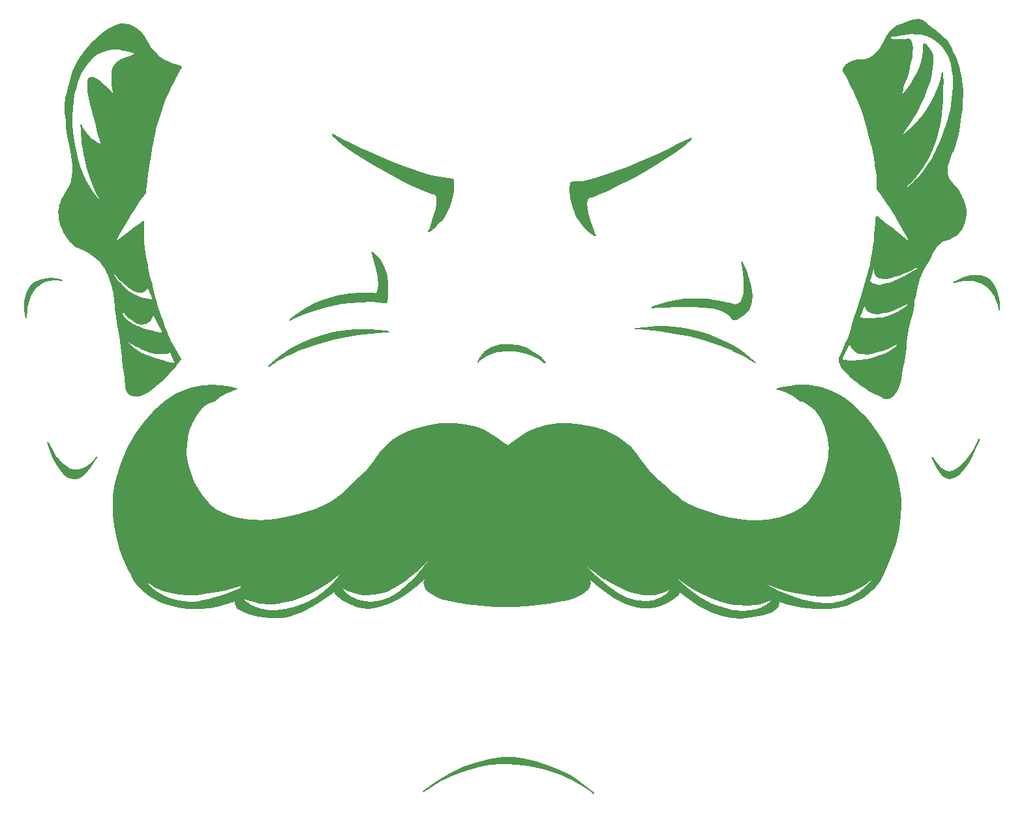
<source format=gbr>
G04 #@! TF.FileFunction,Other,ECO2*
%FSLAX46Y46*%
G04 Gerber Fmt 4.6, Leading zero omitted, Abs format (unit mm)*
G04 Created by KiCad (PCBNEW 4.0.4-stable) date 05/15/17 11:58:30*
%MOMM*%
%LPD*%
G01*
G04 APERTURE LIST*
%ADD10C,0.100000*%
%ADD11C,0.127000*%
G04 APERTURE END LIST*
D10*
D11*
G36*
X66149964Y-80240783D02*
X67153152Y-80372514D01*
X67503272Y-80432880D01*
X67063765Y-80449465D01*
X67061444Y-80449595D01*
X66106404Y-80520715D01*
X66104148Y-80520924D01*
X65230713Y-80617408D01*
X64184440Y-80724067D01*
X64182262Y-80724328D01*
X63069742Y-80876728D01*
X63068025Y-80876987D01*
X61589745Y-81120827D01*
X61586558Y-81121436D01*
X60397838Y-81380516D01*
X60394892Y-81381232D01*
X59846252Y-81528552D01*
X59845528Y-81528752D01*
X58870168Y-81803072D01*
X58869760Y-81803188D01*
X57813120Y-82107988D01*
X57809187Y-82109263D01*
X56498547Y-82581703D01*
X56497639Y-82582038D01*
X55811839Y-82841118D01*
X55808736Y-82842385D01*
X54802896Y-83284345D01*
X54800737Y-83285342D01*
X54130177Y-83610462D01*
X54128147Y-83611491D01*
X53533787Y-83926451D01*
X53532015Y-83927427D01*
X53211975Y-84110307D01*
X53210525Y-84111161D01*
X52926045Y-84283881D01*
X52924463Y-84284874D01*
X52650832Y-84462228D01*
X52270480Y-84695510D01*
X52263469Y-84700494D01*
X52099622Y-84834550D01*
X51937353Y-84930003D01*
X51949272Y-84919339D01*
X51979200Y-84893686D01*
X51980268Y-84893423D01*
X51998061Y-84880901D01*
X52036095Y-84842867D01*
X52155135Y-84748627D01*
X52160077Y-84744279D01*
X52371827Y-84537570D01*
X53328357Y-83727810D01*
X54274609Y-83044687D01*
X55002494Y-82589758D01*
X56217677Y-81941661D01*
X57386126Y-81425723D01*
X58914975Y-80924543D01*
X60408668Y-80559981D01*
X62217136Y-80271234D01*
X63203626Y-80195350D01*
X64445784Y-80159860D01*
X65209238Y-80159860D01*
X66149964Y-80240783D01*
X66149964Y-80240783D01*
G37*
X66149964Y-80240783D02*
X67153152Y-80372514D01*
X67503272Y-80432880D01*
X67063765Y-80449465D01*
X67061444Y-80449595D01*
X66106404Y-80520715D01*
X66104148Y-80520924D01*
X65230713Y-80617408D01*
X64184440Y-80724067D01*
X64182262Y-80724328D01*
X63069742Y-80876728D01*
X63068025Y-80876987D01*
X61589745Y-81120827D01*
X61586558Y-81121436D01*
X60397838Y-81380516D01*
X60394892Y-81381232D01*
X59846252Y-81528552D01*
X59845528Y-81528752D01*
X58870168Y-81803072D01*
X58869760Y-81803188D01*
X57813120Y-82107988D01*
X57809187Y-82109263D01*
X56498547Y-82581703D01*
X56497639Y-82582038D01*
X55811839Y-82841118D01*
X55808736Y-82842385D01*
X54802896Y-83284345D01*
X54800737Y-83285342D01*
X54130177Y-83610462D01*
X54128147Y-83611491D01*
X53533787Y-83926451D01*
X53532015Y-83927427D01*
X53211975Y-84110307D01*
X53210525Y-84111161D01*
X52926045Y-84283881D01*
X52924463Y-84284874D01*
X52650832Y-84462228D01*
X52270480Y-84695510D01*
X52263469Y-84700494D01*
X52099622Y-84834550D01*
X51937353Y-84930003D01*
X51949272Y-84919339D01*
X51979200Y-84893686D01*
X51980268Y-84893423D01*
X51998061Y-84880901D01*
X52036095Y-84842867D01*
X52155135Y-84748627D01*
X52160077Y-84744279D01*
X52371827Y-84537570D01*
X53328357Y-83727810D01*
X54274609Y-83044687D01*
X55002494Y-82589758D01*
X56217677Y-81941661D01*
X57386126Y-81425723D01*
X58914975Y-80924543D01*
X60408668Y-80559981D01*
X62217136Y-80271234D01*
X63203626Y-80195350D01*
X64445784Y-80159860D01*
X65209238Y-80159860D01*
X66149964Y-80240783D01*
G36*
X23911153Y-95960114D02*
X23913515Y-95964251D01*
X24406275Y-96756731D01*
X24413849Y-96766604D01*
X25236809Y-97645444D01*
X25246555Y-97653927D01*
X25988235Y-98177167D01*
X26007395Y-98186337D01*
X26647475Y-98369217D01*
X26663124Y-98371635D01*
X27201604Y-98386875D01*
X27219172Y-98384910D01*
X27813532Y-98232510D01*
X27826328Y-98227711D01*
X28501968Y-97887351D01*
X28515187Y-97878454D01*
X29119707Y-97350134D01*
X29126805Y-97342848D01*
X29619565Y-96748488D01*
X29621770Y-96745670D01*
X29650958Y-96706125D01*
X28808316Y-98066969D01*
X28279523Y-98666268D01*
X27861243Y-99094507D01*
X27296660Y-99381751D01*
X26996812Y-99470231D01*
X26692611Y-99513688D01*
X26331506Y-99435611D01*
X25888242Y-99282931D01*
X25398691Y-98892280D01*
X24831428Y-98224615D01*
X24368315Y-97499743D01*
X23979833Y-96707644D01*
X23641213Y-95853513D01*
X23377730Y-95022528D01*
X23377371Y-95021430D01*
X23297940Y-94785877D01*
X23911153Y-95960114D01*
X23911153Y-95960114D01*
G37*
X23911153Y-95960114D02*
X23913515Y-95964251D01*
X24406275Y-96756731D01*
X24413849Y-96766604D01*
X25236809Y-97645444D01*
X25246555Y-97653927D01*
X25988235Y-98177167D01*
X26007395Y-98186337D01*
X26647475Y-98369217D01*
X26663124Y-98371635D01*
X27201604Y-98386875D01*
X27219172Y-98384910D01*
X27813532Y-98232510D01*
X27826328Y-98227711D01*
X28501968Y-97887351D01*
X28515187Y-97878454D01*
X29119707Y-97350134D01*
X29126805Y-97342848D01*
X29619565Y-96748488D01*
X29621770Y-96745670D01*
X29650958Y-96706125D01*
X28808316Y-98066969D01*
X28279523Y-98666268D01*
X27861243Y-99094507D01*
X27296660Y-99381751D01*
X26996812Y-99470231D01*
X26692611Y-99513688D01*
X26331506Y-99435611D01*
X25888242Y-99282931D01*
X25398691Y-98892280D01*
X24831428Y-98224615D01*
X24368315Y-97499743D01*
X23979833Y-96707644D01*
X23641213Y-95853513D01*
X23377730Y-95022528D01*
X23377371Y-95021430D01*
X23297940Y-94785877D01*
X23911153Y-95960114D01*
G36*
X24486072Y-73585746D02*
X25087019Y-73720652D01*
X24549812Y-73693103D01*
X24545972Y-73693023D01*
X23997332Y-73698103D01*
X23993736Y-73698238D01*
X23455256Y-73733798D01*
X23440206Y-73736643D01*
X22784886Y-73944923D01*
X22769736Y-73952055D01*
X22170296Y-74338135D01*
X22162783Y-74343804D01*
X21746223Y-74709564D01*
X21738893Y-74717169D01*
X21403613Y-75128649D01*
X21397377Y-75137838D01*
X21077337Y-75711878D01*
X21074225Y-75718280D01*
X20891345Y-76155160D01*
X20889513Y-76160104D01*
X20711713Y-76708744D01*
X20710015Y-76715084D01*
X20577935Y-77334844D01*
X20576879Y-77341526D01*
X20520999Y-77880006D01*
X20520955Y-77880443D01*
X20490475Y-78195403D01*
X20490441Y-78195771D01*
X20459961Y-78531051D01*
X20459716Y-78538243D01*
X20460163Y-78557905D01*
X20388055Y-78142222D01*
X20332592Y-77567426D01*
X20312433Y-76997931D01*
X20337559Y-76465261D01*
X20432784Y-75823743D01*
X20607478Y-75304650D01*
X20886980Y-74730675D01*
X21163592Y-74389849D01*
X21514748Y-74078260D01*
X22046621Y-73794925D01*
X22574831Y-73625500D01*
X23069449Y-73550558D01*
X23717299Y-73520425D01*
X24486072Y-73585746D01*
X24486072Y-73585746D01*
G37*
X24486072Y-73585746D02*
X25087019Y-73720652D01*
X24549812Y-73693103D01*
X24545972Y-73693023D01*
X23997332Y-73698103D01*
X23993736Y-73698238D01*
X23455256Y-73733798D01*
X23440206Y-73736643D01*
X22784886Y-73944923D01*
X22769736Y-73952055D01*
X22170296Y-74338135D01*
X22162783Y-74343804D01*
X21746223Y-74709564D01*
X21738893Y-74717169D01*
X21403613Y-75128649D01*
X21397377Y-75137838D01*
X21077337Y-75711878D01*
X21074225Y-75718280D01*
X20891345Y-76155160D01*
X20889513Y-76160104D01*
X20711713Y-76708744D01*
X20710015Y-76715084D01*
X20577935Y-77334844D01*
X20576879Y-77341526D01*
X20520999Y-77880006D01*
X20520955Y-77880443D01*
X20490475Y-78195403D01*
X20490441Y-78195771D01*
X20459961Y-78531051D01*
X20459716Y-78538243D01*
X20460163Y-78557905D01*
X20388055Y-78142222D01*
X20332592Y-77567426D01*
X20312433Y-76997931D01*
X20337559Y-76465261D01*
X20432784Y-75823743D01*
X20607478Y-75304650D01*
X20886980Y-74730675D01*
X21163592Y-74389849D01*
X21514748Y-74078260D01*
X22046621Y-73794925D01*
X22574831Y-73625500D01*
X23069449Y-73550558D01*
X23717299Y-73520425D01*
X24486072Y-73585746D01*
G36*
X84996820Y-135927051D02*
X86759495Y-136352524D01*
X88420541Y-136879198D01*
X89920592Y-137527868D01*
X90972147Y-138013201D01*
X91982083Y-138679759D01*
X93077415Y-139531684D01*
X93078903Y-139532806D01*
X93910264Y-140141119D01*
X94152698Y-140345274D01*
X94144249Y-140341050D01*
X93009815Y-139571255D01*
X93006726Y-139569287D01*
X91442086Y-138634567D01*
X91437331Y-138631994D01*
X89852371Y-137859834D01*
X89844640Y-137856679D01*
X87711040Y-137145479D01*
X87703911Y-137143555D01*
X85753191Y-136737155D01*
X85748020Y-136736298D01*
X84102100Y-136533098D01*
X84097977Y-136532725D01*
X83041337Y-136471765D01*
X83036237Y-136471676D01*
X82142157Y-136491996D01*
X82137936Y-136492233D01*
X80776496Y-136614153D01*
X80772020Y-136614715D01*
X79390260Y-136838235D01*
X79382955Y-136839863D01*
X77391595Y-137408823D01*
X77386744Y-137410423D01*
X75761144Y-138020023D01*
X75755697Y-138022361D01*
X74333297Y-138713241D01*
X74329861Y-138715042D01*
X73212261Y-139344962D01*
X73206009Y-139348985D01*
X72456265Y-139896096D01*
X72007691Y-140170224D01*
X72955868Y-139431204D01*
X74192051Y-138580061D01*
X75629977Y-137729457D01*
X77229439Y-137000588D01*
X78809320Y-136453707D01*
X80652094Y-135967700D01*
X82391485Y-135745220D01*
X83703799Y-135745220D01*
X84996820Y-135927051D01*
X84996820Y-135927051D01*
G37*
X84996820Y-135927051D02*
X86759495Y-136352524D01*
X88420541Y-136879198D01*
X89920592Y-137527868D01*
X90972147Y-138013201D01*
X91982083Y-138679759D01*
X93077415Y-139531684D01*
X93078903Y-139532806D01*
X93910264Y-140141119D01*
X94152698Y-140345274D01*
X94144249Y-140341050D01*
X93009815Y-139571255D01*
X93006726Y-139569287D01*
X91442086Y-138634567D01*
X91437331Y-138631994D01*
X89852371Y-137859834D01*
X89844640Y-137856679D01*
X87711040Y-137145479D01*
X87703911Y-137143555D01*
X85753191Y-136737155D01*
X85748020Y-136736298D01*
X84102100Y-136533098D01*
X84097977Y-136532725D01*
X83041337Y-136471765D01*
X83036237Y-136471676D01*
X82142157Y-136491996D01*
X82137936Y-136492233D01*
X80776496Y-136614153D01*
X80772020Y-136614715D01*
X79390260Y-136838235D01*
X79382955Y-136839863D01*
X77391595Y-137408823D01*
X77386744Y-137410423D01*
X75761144Y-138020023D01*
X75755697Y-138022361D01*
X74333297Y-138713241D01*
X74329861Y-138715042D01*
X73212261Y-139344962D01*
X73206009Y-139348985D01*
X72456265Y-139896096D01*
X72007691Y-140170224D01*
X72955868Y-139431204D01*
X74192051Y-138580061D01*
X75629977Y-137729457D01*
X77229439Y-137000588D01*
X78809320Y-136453707D01*
X80652094Y-135967700D01*
X82391485Y-135745220D01*
X83703799Y-135745220D01*
X84996820Y-135927051D01*
G36*
X144126889Y-94540080D02*
X143655312Y-95635356D01*
X143123472Y-96759816D01*
X142532106Y-97790916D01*
X142079361Y-98409668D01*
X141554488Y-98964534D01*
X141093668Y-99246972D01*
X140618967Y-99439819D01*
X140362887Y-99468273D01*
X140060888Y-99410749D01*
X139530728Y-99145669D01*
X139084595Y-98654923D01*
X138647827Y-98007301D01*
X138315722Y-97312901D01*
X138104623Y-96754996D01*
X138103684Y-96751239D01*
X138115040Y-96766380D01*
X138115909Y-96767512D01*
X138449819Y-97192489D01*
X138738135Y-97617375D01*
X138742261Y-97622803D01*
X139168981Y-98125723D01*
X139182177Y-98137475D01*
X139685097Y-98472755D01*
X139707238Y-98482058D01*
X140286358Y-98603978D01*
X140307566Y-98604818D01*
X140780006Y-98543858D01*
X140803079Y-98536187D01*
X141397439Y-98200907D01*
X141406754Y-98194496D01*
X141940154Y-97752536D01*
X141945738Y-97747312D01*
X142494378Y-97168192D01*
X142498471Y-97163418D01*
X142970911Y-96553818D01*
X142974105Y-96549304D01*
X143553225Y-95650144D01*
X143556443Y-95644541D01*
X144013643Y-94745381D01*
X144014449Y-94743739D01*
X144203367Y-94344104D01*
X144126889Y-94540080D01*
X144126889Y-94540080D01*
G37*
X144126889Y-94540080D02*
X143655312Y-95635356D01*
X143123472Y-96759816D01*
X142532106Y-97790916D01*
X142079361Y-98409668D01*
X141554488Y-98964534D01*
X141093668Y-99246972D01*
X140618967Y-99439819D01*
X140362887Y-99468273D01*
X140060888Y-99410749D01*
X139530728Y-99145669D01*
X139084595Y-98654923D01*
X138647827Y-98007301D01*
X138315722Y-97312901D01*
X138104623Y-96754996D01*
X138103684Y-96751239D01*
X138115040Y-96766380D01*
X138115909Y-96767512D01*
X138449819Y-97192489D01*
X138738135Y-97617375D01*
X138742261Y-97622803D01*
X139168981Y-98125723D01*
X139182177Y-98137475D01*
X139685097Y-98472755D01*
X139707238Y-98482058D01*
X140286358Y-98603978D01*
X140307566Y-98604818D01*
X140780006Y-98543858D01*
X140803079Y-98536187D01*
X141397439Y-98200907D01*
X141406754Y-98194496D01*
X141940154Y-97752536D01*
X141945738Y-97747312D01*
X142494378Y-97168192D01*
X142498471Y-97163418D01*
X142970911Y-96553818D01*
X142974105Y-96549304D01*
X143553225Y-95650144D01*
X143556443Y-95644541D01*
X144013643Y-94745381D01*
X144014449Y-94743739D01*
X144203367Y-94344104D01*
X144126889Y-94540080D01*
G36*
X144337208Y-73164017D02*
X144901564Y-73317482D01*
X145485486Y-73683670D01*
X145927171Y-74174984D01*
X146291825Y-74809381D01*
X146547527Y-75526350D01*
X146668224Y-76104689D01*
X146769012Y-76754768D01*
X146789189Y-77269288D01*
X146789245Y-77270457D01*
X146805732Y-77556229D01*
X146803742Y-77542300D01*
X146802763Y-77537041D01*
X146670683Y-76963001D01*
X146669492Y-76958566D01*
X146486612Y-76364206D01*
X146483742Y-76356634D01*
X146158622Y-75640354D01*
X146152666Y-75629964D01*
X145700546Y-74989884D01*
X145693091Y-74981133D01*
X145220651Y-74518853D01*
X145210736Y-74510927D01*
X144692576Y-74175647D01*
X144683809Y-74170906D01*
X144236769Y-73972786D01*
X144226651Y-73969289D01*
X143525611Y-73791489D01*
X143515501Y-73789779D01*
X142814461Y-73728819D01*
X142807865Y-73728589D01*
X142218585Y-73738749D01*
X142206036Y-73740223D01*
X141698208Y-73851945D01*
X141002570Y-73999197D01*
X141001781Y-73999369D01*
X140905134Y-74021115D01*
X141298194Y-73803180D01*
X141949342Y-73510416D01*
X142491386Y-73304640D01*
X143107684Y-73179376D01*
X143784571Y-73119208D01*
X144337208Y-73164017D01*
X144337208Y-73164017D01*
G37*
X144337208Y-73164017D02*
X144901564Y-73317482D01*
X145485486Y-73683670D01*
X145927171Y-74174984D01*
X146291825Y-74809381D01*
X146547527Y-75526350D01*
X146668224Y-76104689D01*
X146769012Y-76754768D01*
X146789189Y-77269288D01*
X146789245Y-77270457D01*
X146805732Y-77556229D01*
X146803742Y-77542300D01*
X146802763Y-77537041D01*
X146670683Y-76963001D01*
X146669492Y-76958566D01*
X146486612Y-76364206D01*
X146483742Y-76356634D01*
X146158622Y-75640354D01*
X146152666Y-75629964D01*
X145700546Y-74989884D01*
X145693091Y-74981133D01*
X145220651Y-74518853D01*
X145210736Y-74510927D01*
X144692576Y-74175647D01*
X144683809Y-74170906D01*
X144236769Y-73972786D01*
X144226651Y-73969289D01*
X143525611Y-73791489D01*
X143515501Y-73789779D01*
X142814461Y-73728819D01*
X142807865Y-73728589D01*
X142218585Y-73738749D01*
X142206036Y-73740223D01*
X141698208Y-73851945D01*
X141002570Y-73999197D01*
X141001781Y-73999369D01*
X140905134Y-74021115D01*
X141298194Y-73803180D01*
X141949342Y-73510416D01*
X142491386Y-73304640D01*
X143107684Y-73179376D01*
X143784571Y-73119208D01*
X144337208Y-73164017D01*
G36*
X104449015Y-79864975D02*
X105887611Y-80047332D01*
X107447441Y-80351195D01*
X108924684Y-80776155D01*
X110930000Y-81606640D01*
X112125134Y-82254848D01*
X113237780Y-82902205D01*
X114269328Y-83731489D01*
X114918585Y-84299589D01*
X114920732Y-84301385D01*
X115116752Y-84458201D01*
X114567204Y-84116590D01*
X114566517Y-84116169D01*
X113591157Y-83526889D01*
X113587066Y-83524619D01*
X112266266Y-82854059D01*
X112261420Y-82851849D01*
X110310700Y-82059369D01*
X110307090Y-82058029D01*
X108559570Y-81468749D01*
X108555601Y-81467553D01*
X106645521Y-80959553D01*
X106640507Y-80958435D01*
X104506907Y-80572355D01*
X104504580Y-80571978D01*
X102655460Y-80307818D01*
X102653325Y-80307550D01*
X100966765Y-80124670D01*
X100965669Y-80124561D01*
X100071589Y-80043281D01*
X100063793Y-80043053D01*
X99578547Y-80058706D01*
X100803393Y-79905600D01*
X102343767Y-79804260D01*
X103457344Y-79804260D01*
X104449015Y-79864975D01*
X104449015Y-79864975D01*
G37*
X104449015Y-79864975D02*
X105887611Y-80047332D01*
X107447441Y-80351195D01*
X108924684Y-80776155D01*
X110930000Y-81606640D01*
X112125134Y-82254848D01*
X113237780Y-82902205D01*
X114269328Y-83731489D01*
X114918585Y-84299589D01*
X114920732Y-84301385D01*
X115116752Y-84458201D01*
X114567204Y-84116590D01*
X114566517Y-84116169D01*
X113591157Y-83526889D01*
X113587066Y-83524619D01*
X112266266Y-82854059D01*
X112261420Y-82851849D01*
X110310700Y-82059369D01*
X110307090Y-82058029D01*
X108559570Y-81468749D01*
X108555601Y-81467553D01*
X106645521Y-80959553D01*
X106640507Y-80958435D01*
X104506907Y-80572355D01*
X104504580Y-80571978D01*
X102655460Y-80307818D01*
X102653325Y-80307550D01*
X100966765Y-80124670D01*
X100965669Y-80124561D01*
X100071589Y-80043281D01*
X100063793Y-80043053D01*
X99578547Y-80058706D01*
X100803393Y-79905600D01*
X102343767Y-79804260D01*
X103457344Y-79804260D01*
X104449015Y-79864975D01*
G36*
X84304800Y-82241627D02*
X85390496Y-82583420D01*
X86377733Y-83107260D01*
X87162429Y-83650511D01*
X87641383Y-84129465D01*
X87832848Y-84423044D01*
X87722981Y-84379097D01*
X86978292Y-83795422D01*
X86962259Y-83786266D01*
X86027539Y-83420506D01*
X86022392Y-83418742D01*
X85128312Y-83154582D01*
X85124679Y-83153625D01*
X83986759Y-82889465D01*
X83973645Y-82887832D01*
X82937325Y-82867512D01*
X82929383Y-82867854D01*
X81588263Y-83010094D01*
X81575707Y-83012729D01*
X80681627Y-83297209D01*
X80671838Y-83301250D01*
X79960638Y-83667010D01*
X79951813Y-83672506D01*
X79240613Y-84200826D01*
X79220825Y-84225190D01*
X79184621Y-84303632D01*
X79374519Y-83797238D01*
X80072104Y-82999998D01*
X80950258Y-82441173D01*
X82071243Y-82140909D01*
X83177105Y-82120802D01*
X84304800Y-82241627D01*
X84304800Y-82241627D01*
G37*
X84304800Y-82241627D02*
X85390496Y-82583420D01*
X86377733Y-83107260D01*
X87162429Y-83650511D01*
X87641383Y-84129465D01*
X87832848Y-84423044D01*
X87722981Y-84379097D01*
X86978292Y-83795422D01*
X86962259Y-83786266D01*
X86027539Y-83420506D01*
X86022392Y-83418742D01*
X85128312Y-83154582D01*
X85124679Y-83153625D01*
X83986759Y-82889465D01*
X83973645Y-82887832D01*
X82937325Y-82867512D01*
X82929383Y-82867854D01*
X81588263Y-83010094D01*
X81575707Y-83012729D01*
X80681627Y-83297209D01*
X80671838Y-83301250D01*
X79960638Y-83667010D01*
X79951813Y-83672506D01*
X79240613Y-84200826D01*
X79220825Y-84225190D01*
X79184621Y-84303632D01*
X79374519Y-83797238D01*
X80072104Y-82999998D01*
X80950258Y-82441173D01*
X82071243Y-82140909D01*
X83177105Y-82120802D01*
X84304800Y-82241627D01*
G36*
X65584367Y-70261558D02*
X66405398Y-71102614D01*
X66906196Y-71984018D01*
X67267874Y-73089148D01*
X67388696Y-74236952D01*
X67368465Y-75754283D01*
X67288338Y-76515492D01*
X67247576Y-76624191D01*
X66930932Y-76589008D01*
X66928319Y-76588773D01*
X65465279Y-76487173D01*
X65458640Y-76487060D01*
X63731440Y-76548020D01*
X63727982Y-76548236D01*
X61472462Y-76751436D01*
X61466499Y-76752260D01*
X59617379Y-77097700D01*
X59611687Y-77099037D01*
X57823527Y-77607037D01*
X57819045Y-77608492D01*
X56376325Y-78136812D01*
X56372654Y-78138287D01*
X55214414Y-78646287D01*
X55208415Y-78649307D01*
X54796337Y-78884780D01*
X54753385Y-78884780D01*
X54782823Y-78825905D01*
X55399972Y-78308295D01*
X56552481Y-77539956D01*
X57908823Y-76831419D01*
X59223042Y-76265294D01*
X60922553Y-75820184D01*
X62480912Y-75557085D01*
X63938638Y-75476100D01*
X65498000Y-75476100D01*
X65860268Y-75516352D01*
X65885374Y-75514108D01*
X65907629Y-75502272D01*
X65920853Y-75487332D01*
X66063093Y-75263812D01*
X66071673Y-75242729D01*
X66254553Y-74368969D01*
X66255799Y-74352371D01*
X66194839Y-73275411D01*
X66193530Y-73265695D01*
X65949690Y-72127775D01*
X65948111Y-72121827D01*
X65663998Y-71228899D01*
X65401156Y-70278627D01*
X65380925Y-70147122D01*
X65584367Y-70261558D01*
X65584367Y-70261558D01*
G37*
X65584367Y-70261558D02*
X66405398Y-71102614D01*
X66906196Y-71984018D01*
X67267874Y-73089148D01*
X67388696Y-74236952D01*
X67368465Y-75754283D01*
X67288338Y-76515492D01*
X67247576Y-76624191D01*
X66930932Y-76589008D01*
X66928319Y-76588773D01*
X65465279Y-76487173D01*
X65458640Y-76487060D01*
X63731440Y-76548020D01*
X63727982Y-76548236D01*
X61472462Y-76751436D01*
X61466499Y-76752260D01*
X59617379Y-77097700D01*
X59611687Y-77099037D01*
X57823527Y-77607037D01*
X57819045Y-77608492D01*
X56376325Y-78136812D01*
X56372654Y-78138287D01*
X55214414Y-78646287D01*
X55208415Y-78649307D01*
X54796337Y-78884780D01*
X54753385Y-78884780D01*
X54782823Y-78825905D01*
X55399972Y-78308295D01*
X56552481Y-77539956D01*
X57908823Y-76831419D01*
X59223042Y-76265294D01*
X60922553Y-75820184D01*
X62480912Y-75557085D01*
X63938638Y-75476100D01*
X65498000Y-75476100D01*
X65860268Y-75516352D01*
X65885374Y-75514108D01*
X65907629Y-75502272D01*
X65920853Y-75487332D01*
X66063093Y-75263812D01*
X66071673Y-75242729D01*
X66254553Y-74368969D01*
X66255799Y-74352371D01*
X66194839Y-73275411D01*
X66193530Y-73265695D01*
X65949690Y-72127775D01*
X65948111Y-72121827D01*
X65663998Y-71228899D01*
X65401156Y-70278627D01*
X65380925Y-70147122D01*
X65584367Y-70261558D01*
G36*
X113417363Y-71466821D02*
X113420070Y-71473167D01*
X113906060Y-72460335D01*
X114315420Y-73627769D01*
X114572475Y-74610625D01*
X114663039Y-75667205D01*
X114602953Y-76568499D01*
X114274291Y-77539544D01*
X113725815Y-78176963D01*
X113080332Y-78537232D01*
X113078610Y-78538229D01*
X112630841Y-78806890D01*
X112424439Y-78848171D01*
X112268719Y-78822217D01*
X112092964Y-78687021D01*
X111946813Y-78438564D01*
X111936092Y-78424987D01*
X111539852Y-78043987D01*
X111524238Y-78032964D01*
X110975598Y-77758644D01*
X110967280Y-77755199D01*
X110235760Y-77511359D01*
X110229864Y-77509704D01*
X109498344Y-77342064D01*
X109491172Y-77340848D01*
X108256732Y-77203688D01*
X108251703Y-77203331D01*
X107276360Y-77172852D01*
X105981200Y-77127140D01*
X105978176Y-77127105D01*
X104743736Y-77142345D01*
X104739247Y-77142559D01*
X103461215Y-77249062D01*
X102488008Y-77264268D01*
X102484130Y-77264447D01*
X101694081Y-77325220D01*
X101641991Y-77325220D01*
X102026050Y-77127371D01*
X103070641Y-76779174D01*
X104041899Y-76536360D01*
X104998570Y-76354136D01*
X105893232Y-76232826D01*
X106895254Y-76187280D01*
X107988813Y-76172092D01*
X108837876Y-76232739D01*
X109810601Y-76354330D01*
X110782651Y-76506212D01*
X111495204Y-76672980D01*
X112087807Y-76840125D01*
X112498880Y-76961924D01*
X112534960Y-76961924D01*
X112946440Y-76840004D01*
X112969725Y-76827333D01*
X113289765Y-76553013D01*
X113307812Y-76527321D01*
X113475452Y-76085361D01*
X113477436Y-76079202D01*
X113660316Y-75393402D01*
X113662299Y-75381564D01*
X113723259Y-74528124D01*
X113723382Y-74521412D01*
X113692902Y-73637492D01*
X113692512Y-73632322D01*
X113585832Y-72717922D01*
X113585622Y-72716300D01*
X113448462Y-71756180D01*
X113447867Y-71752707D01*
X113378332Y-71405030D01*
X113390477Y-71392885D01*
X113417363Y-71466821D01*
X113417363Y-71466821D01*
G37*
X113417363Y-71466821D02*
X113420070Y-71473167D01*
X113906060Y-72460335D01*
X114315420Y-73627769D01*
X114572475Y-74610625D01*
X114663039Y-75667205D01*
X114602953Y-76568499D01*
X114274291Y-77539544D01*
X113725815Y-78176963D01*
X113080332Y-78537232D01*
X113078610Y-78538229D01*
X112630841Y-78806890D01*
X112424439Y-78848171D01*
X112268719Y-78822217D01*
X112092964Y-78687021D01*
X111946813Y-78438564D01*
X111936092Y-78424987D01*
X111539852Y-78043987D01*
X111524238Y-78032964D01*
X110975598Y-77758644D01*
X110967280Y-77755199D01*
X110235760Y-77511359D01*
X110229864Y-77509704D01*
X109498344Y-77342064D01*
X109491172Y-77340848D01*
X108256732Y-77203688D01*
X108251703Y-77203331D01*
X107276360Y-77172852D01*
X105981200Y-77127140D01*
X105978176Y-77127105D01*
X104743736Y-77142345D01*
X104739247Y-77142559D01*
X103461215Y-77249062D01*
X102488008Y-77264268D01*
X102484130Y-77264447D01*
X101694081Y-77325220D01*
X101641991Y-77325220D01*
X102026050Y-77127371D01*
X103070641Y-76779174D01*
X104041899Y-76536360D01*
X104998570Y-76354136D01*
X105893232Y-76232826D01*
X106895254Y-76187280D01*
X107988813Y-76172092D01*
X108837876Y-76232739D01*
X109810601Y-76354330D01*
X110782651Y-76506212D01*
X111495204Y-76672980D01*
X112087807Y-76840125D01*
X112498880Y-76961924D01*
X112534960Y-76961924D01*
X112946440Y-76840004D01*
X112969725Y-76827333D01*
X113289765Y-76553013D01*
X113307812Y-76527321D01*
X113475452Y-76085361D01*
X113477436Y-76079202D01*
X113660316Y-75393402D01*
X113662299Y-75381564D01*
X113723259Y-74528124D01*
X113723382Y-74521412D01*
X113692902Y-73637492D01*
X113692512Y-73632322D01*
X113585832Y-72717922D01*
X113585622Y-72716300D01*
X113448462Y-71756180D01*
X113447867Y-71752707D01*
X113378332Y-71405030D01*
X113390477Y-71392885D01*
X113417363Y-71466821D01*
G36*
X106718966Y-55440964D02*
X105877031Y-56242808D01*
X104622325Y-57173719D01*
X103263160Y-58025732D01*
X101414954Y-59163090D01*
X99365032Y-60360569D01*
X97781922Y-61152124D01*
X97780557Y-61152827D01*
X96785547Y-61680792D01*
X95853574Y-62146778D01*
X94920958Y-62531989D01*
X94920186Y-62532314D01*
X94353645Y-62775117D01*
X93998468Y-62893510D01*
X93641198Y-62913358D01*
X93606620Y-62925960D01*
X93444060Y-63047880D01*
X93430805Y-63061331D01*
X93268245Y-63284851D01*
X93256552Y-63314634D01*
X93195592Y-63822634D01*
X93196475Y-63843151D01*
X93297690Y-64328985D01*
X93399016Y-65017999D01*
X93400396Y-65024789D01*
X93644236Y-65959509D01*
X93645532Y-65963838D01*
X94092572Y-67284638D01*
X94093380Y-67286886D01*
X94255940Y-67713606D01*
X94259534Y-67721407D01*
X94373700Y-67930711D01*
X94373700Y-67941161D01*
X94219995Y-67915543D01*
X93544096Y-67378800D01*
X92819010Y-66693997D01*
X91953190Y-65485876D01*
X91469984Y-64297996D01*
X91167825Y-63109500D01*
X91107303Y-61899071D01*
X91127557Y-61149676D01*
X91127580Y-61147960D01*
X91127580Y-61045432D01*
X91800442Y-60987758D01*
X92714224Y-60926839D01*
X92724490Y-60925305D01*
X94024970Y-60620505D01*
X94028158Y-60619670D01*
X95430238Y-60213270D01*
X95433505Y-60212226D01*
X97120065Y-59622946D01*
X97121575Y-59622397D01*
X98787815Y-58992477D01*
X98791246Y-58991064D01*
X99927942Y-58483610D01*
X101308474Y-57935458D01*
X101311464Y-57934181D01*
X102510344Y-57385541D01*
X102511663Y-57384919D01*
X103934063Y-56694039D01*
X103935101Y-56693523D01*
X105133089Y-56084377D01*
X106473316Y-55454876D01*
X106475895Y-55453592D01*
X106790294Y-55288119D01*
X106718966Y-55440964D01*
X106718966Y-55440964D01*
G37*
X106718966Y-55440964D02*
X105877031Y-56242808D01*
X104622325Y-57173719D01*
X103263160Y-58025732D01*
X101414954Y-59163090D01*
X99365032Y-60360569D01*
X97781922Y-61152124D01*
X97780557Y-61152827D01*
X96785547Y-61680792D01*
X95853574Y-62146778D01*
X94920958Y-62531989D01*
X94920186Y-62532314D01*
X94353645Y-62775117D01*
X93998468Y-62893510D01*
X93641198Y-62913358D01*
X93606620Y-62925960D01*
X93444060Y-63047880D01*
X93430805Y-63061331D01*
X93268245Y-63284851D01*
X93256552Y-63314634D01*
X93195592Y-63822634D01*
X93196475Y-63843151D01*
X93297690Y-64328985D01*
X93399016Y-65017999D01*
X93400396Y-65024789D01*
X93644236Y-65959509D01*
X93645532Y-65963838D01*
X94092572Y-67284638D01*
X94093380Y-67286886D01*
X94255940Y-67713606D01*
X94259534Y-67721407D01*
X94373700Y-67930711D01*
X94373700Y-67941161D01*
X94219995Y-67915543D01*
X93544096Y-67378800D01*
X92819010Y-66693997D01*
X91953190Y-65485876D01*
X91469984Y-64297996D01*
X91167825Y-63109500D01*
X91107303Y-61899071D01*
X91127557Y-61149676D01*
X91127580Y-61147960D01*
X91127580Y-61045432D01*
X91800442Y-60987758D01*
X92714224Y-60926839D01*
X92724490Y-60925305D01*
X94024970Y-60620505D01*
X94028158Y-60619670D01*
X95430238Y-60213270D01*
X95433505Y-60212226D01*
X97120065Y-59622946D01*
X97121575Y-59622397D01*
X98787815Y-58992477D01*
X98791246Y-58991064D01*
X99927942Y-58483610D01*
X101308474Y-57935458D01*
X101311464Y-57934181D01*
X102510344Y-57385541D01*
X102511663Y-57384919D01*
X103934063Y-56694039D01*
X103935101Y-56693523D01*
X105133089Y-56084377D01*
X106473316Y-55454876D01*
X106475895Y-55453592D01*
X106790294Y-55288119D01*
X106718966Y-55440964D01*
G36*
X60879455Y-55138542D02*
X61636375Y-55539862D01*
X61638001Y-55540695D01*
X62882601Y-56155375D01*
X62884171Y-56156124D01*
X64098291Y-56714924D01*
X64099276Y-56715367D01*
X65069225Y-57141942D01*
X67354902Y-58178115D01*
X67356827Y-58178949D01*
X68657307Y-58717429D01*
X68661180Y-58718887D01*
X69737418Y-59084402D01*
X70762877Y-59460065D01*
X70764872Y-59460758D01*
X71953592Y-59851918D01*
X71957422Y-59853046D01*
X73146142Y-60162926D01*
X73147120Y-60163173D01*
X74168200Y-60412093D01*
X74173806Y-60413195D01*
X75255846Y-60575755D01*
X75262599Y-60576403D01*
X75937818Y-60604933D01*
X75948764Y-60644340D01*
X75958675Y-61025932D01*
X75923342Y-62217155D01*
X75676424Y-63350965D01*
X75388823Y-64203677D01*
X75087184Y-64902474D01*
X74529161Y-65762130D01*
X73919492Y-66422186D01*
X73454082Y-66867360D01*
X73057626Y-67228687D01*
X72753319Y-67418256D01*
X72717525Y-67439407D01*
X72935683Y-66949763D01*
X72937751Y-66944506D01*
X73247631Y-66040266D01*
X73248486Y-66037577D01*
X73487170Y-65225036D01*
X73705498Y-64509123D01*
X73706982Y-64503275D01*
X73818742Y-63954635D01*
X73819981Y-63944174D01*
X73835221Y-63507294D01*
X73835236Y-63503317D01*
X73819996Y-62954677D01*
X73814547Y-62930650D01*
X73692627Y-62656330D01*
X73668255Y-62628272D01*
X73505695Y-62526672D01*
X73480512Y-62517588D01*
X73219578Y-62482462D01*
X72953021Y-62418291D01*
X71541784Y-61846715D01*
X70173201Y-61197905D01*
X68737084Y-60431638D01*
X67411616Y-59710502D01*
X65695698Y-58766239D01*
X64143163Y-57837763D01*
X62773699Y-56950147D01*
X61648292Y-56149182D01*
X61011942Y-55649193D01*
X60567236Y-55219647D01*
X60566940Y-55219363D01*
X60356520Y-55018730D01*
X60270426Y-54846542D01*
X60253190Y-54809607D01*
X60253856Y-54808603D01*
X60879455Y-55138542D01*
X60879455Y-55138542D01*
G37*
X60879455Y-55138542D02*
X61636375Y-55539862D01*
X61638001Y-55540695D01*
X62882601Y-56155375D01*
X62884171Y-56156124D01*
X64098291Y-56714924D01*
X64099276Y-56715367D01*
X65069225Y-57141942D01*
X67354902Y-58178115D01*
X67356827Y-58178949D01*
X68657307Y-58717429D01*
X68661180Y-58718887D01*
X69737418Y-59084402D01*
X70762877Y-59460065D01*
X70764872Y-59460758D01*
X71953592Y-59851918D01*
X71957422Y-59853046D01*
X73146142Y-60162926D01*
X73147120Y-60163173D01*
X74168200Y-60412093D01*
X74173806Y-60413195D01*
X75255846Y-60575755D01*
X75262599Y-60576403D01*
X75937818Y-60604933D01*
X75948764Y-60644340D01*
X75958675Y-61025932D01*
X75923342Y-62217155D01*
X75676424Y-63350965D01*
X75388823Y-64203677D01*
X75087184Y-64902474D01*
X74529161Y-65762130D01*
X73919492Y-66422186D01*
X73454082Y-66867360D01*
X73057626Y-67228687D01*
X72753319Y-67418256D01*
X72717525Y-67439407D01*
X72935683Y-66949763D01*
X72937751Y-66944506D01*
X73247631Y-66040266D01*
X73248486Y-66037577D01*
X73487170Y-65225036D01*
X73705498Y-64509123D01*
X73706982Y-64503275D01*
X73818742Y-63954635D01*
X73819981Y-63944174D01*
X73835221Y-63507294D01*
X73835236Y-63503317D01*
X73819996Y-62954677D01*
X73814547Y-62930650D01*
X73692627Y-62656330D01*
X73668255Y-62628272D01*
X73505695Y-62526672D01*
X73480512Y-62517588D01*
X73219578Y-62482462D01*
X72953021Y-62418291D01*
X71541784Y-61846715D01*
X70173201Y-61197905D01*
X68737084Y-60431638D01*
X67411616Y-59710502D01*
X65695698Y-58766239D01*
X64143163Y-57837763D01*
X62773699Y-56950147D01*
X61648292Y-56149182D01*
X61011942Y-55649193D01*
X60567236Y-55219647D01*
X60566940Y-55219363D01*
X60356520Y-55018730D01*
X60270426Y-54846542D01*
X60253190Y-54809607D01*
X60253856Y-54808603D01*
X60879455Y-55138542D01*
G36*
X46518244Y-87540531D02*
X47625505Y-87783218D01*
X47841269Y-87838899D01*
X47577075Y-87914383D01*
X47567219Y-87918108D01*
X47463159Y-87967661D01*
X47176328Y-88073335D01*
X47174697Y-88073962D01*
X46869897Y-88195882D01*
X46868161Y-88196606D01*
X46517641Y-88349006D01*
X46517170Y-88349213D01*
X46242850Y-88471133D01*
X46235216Y-88475168D01*
X45915176Y-88673288D01*
X45914262Y-88673865D01*
X45487542Y-88948185D01*
X45483053Y-88951353D01*
X45147773Y-89210433D01*
X45141699Y-89215779D01*
X44970323Y-89387155D01*
X44620180Y-89489280D01*
X44615664Y-89490783D01*
X44127984Y-89673663D01*
X44113246Y-89681537D01*
X43518886Y-90108257D01*
X43510233Y-90115739D01*
X42804113Y-90847259D01*
X42796884Y-90856258D01*
X42456524Y-91369338D01*
X42454062Y-91373367D01*
X41940982Y-92287767D01*
X41937430Y-92295185D01*
X41647870Y-93016545D01*
X41644902Y-93026027D01*
X41395982Y-94113147D01*
X41394809Y-94119952D01*
X41267809Y-95207072D01*
X41267417Y-95212270D01*
X41247097Y-95806630D01*
X41247060Y-95808800D01*
X41247060Y-96266000D01*
X41247293Y-96271437D01*
X41303173Y-96921677D01*
X41303958Y-96927565D01*
X41451278Y-97740365D01*
X41453020Y-97747558D01*
X41707020Y-98580678D01*
X41707645Y-98582616D01*
X41956565Y-99314136D01*
X41958857Y-99319923D01*
X42258577Y-99980323D01*
X42260125Y-99983497D01*
X42727485Y-100877577D01*
X42730612Y-100882910D01*
X43335132Y-101807470D01*
X43340067Y-101814045D01*
X43888707Y-102454125D01*
X43889898Y-102455475D01*
X44438538Y-103059995D01*
X44447693Y-103068294D01*
X45158893Y-103596614D01*
X45168981Y-103602741D01*
X45920821Y-103968501D01*
X45923810Y-103969861D01*
X46726450Y-104310221D01*
X46733071Y-104312605D01*
X47464591Y-104531045D01*
X47467114Y-104531742D01*
X48366274Y-104760342D01*
X48374233Y-104761833D01*
X49415633Y-104888833D01*
X49418825Y-104889141D01*
X50206225Y-104945021D01*
X50208370Y-104945136D01*
X50894170Y-104970536D01*
X50898895Y-104970536D01*
X51848855Y-104934976D01*
X51854356Y-104934530D01*
X52870356Y-104807530D01*
X52872246Y-104807265D01*
X54177806Y-104604065D01*
X54182846Y-104603070D01*
X56047206Y-104156030D01*
X56050647Y-104155102D01*
X56812647Y-103926502D01*
X56814399Y-103925948D01*
X57947239Y-103550028D01*
X57951952Y-103548254D01*
X58901912Y-103146934D01*
X58905897Y-103145086D01*
X60059057Y-102560886D01*
X60063555Y-102558373D01*
X60602035Y-102228173D01*
X60609914Y-102222467D01*
X61580194Y-101399507D01*
X61580226Y-101399480D01*
X62321906Y-100769560D01*
X62325292Y-100766466D01*
X63173233Y-99933758D01*
X64534281Y-98643809D01*
X64538865Y-98638985D01*
X65107825Y-97973505D01*
X65529448Y-97480764D01*
X65533607Y-97475337D01*
X65797767Y-97089257D01*
X65799482Y-97086612D01*
X66072467Y-96641747D01*
X66535546Y-96007531D01*
X67288262Y-95244711D01*
X67988901Y-94589438D01*
X68921751Y-94009557D01*
X69886783Y-93489147D01*
X70865781Y-93110669D01*
X72104345Y-92761849D01*
X73243356Y-92564420D01*
X74235364Y-92417644D01*
X75246356Y-92362039D01*
X76165808Y-92372143D01*
X77448757Y-92508519D01*
X78767064Y-92836833D01*
X79881323Y-93245227D01*
X81038606Y-93917361D01*
X81803078Y-94408446D01*
X82487230Y-94900021D01*
X82796195Y-95127946D01*
X82953087Y-95249411D01*
X82975685Y-95260579D01*
X83000847Y-95262075D01*
X83031628Y-95248785D01*
X83385597Y-94965610D01*
X84525581Y-94170154D01*
X85618185Y-93487277D01*
X86570479Y-93043881D01*
X87988692Y-92624978D01*
X89550528Y-92417744D01*
X91036349Y-92362152D01*
X92446182Y-92518800D01*
X93347652Y-92701120D01*
X93348111Y-92701211D01*
X94284376Y-92883403D01*
X95406321Y-93237170D01*
X96329488Y-93610472D01*
X97192953Y-94110373D01*
X97894375Y-94564531D01*
X98918558Y-95427266D01*
X99674866Y-96314667D01*
X100236773Y-97144873D01*
X100238977Y-97147930D01*
X100807937Y-97889610D01*
X100809740Y-97891853D01*
X101485380Y-98694493D01*
X101489942Y-98699367D01*
X102287390Y-99466340D01*
X102835896Y-99999609D01*
X102838218Y-100001757D01*
X103513362Y-100595681D01*
X104300305Y-101316622D01*
X104304074Y-101319814D01*
X105048878Y-101902484D01*
X105534731Y-102347849D01*
X105549531Y-102357980D01*
X106352171Y-102754220D01*
X107596575Y-103373882D01*
X107604505Y-103377182D01*
X108849105Y-103798822D01*
X108850425Y-103799254D01*
X110384585Y-104281854D01*
X110388632Y-104282981D01*
X111140472Y-104465861D01*
X111141752Y-104466158D01*
X111852952Y-104623638D01*
X111857354Y-104624451D01*
X113020674Y-104797171D01*
X113022704Y-104797439D01*
X114384144Y-104954919D01*
X114389907Y-104955321D01*
X115441467Y-104980721D01*
X115447761Y-104980561D01*
X116799041Y-104878961D01*
X116806583Y-104877937D01*
X118427103Y-104557897D01*
X118435395Y-104555668D01*
X120035595Y-104007028D01*
X120047738Y-104001370D01*
X121246618Y-103280010D01*
X121256359Y-103272799D01*
X122170759Y-102449839D01*
X122180860Y-102438243D01*
X122947940Y-101305403D01*
X122950332Y-101301585D01*
X123570092Y-100229705D01*
X123573772Y-100222254D01*
X124168132Y-98789694D01*
X124169721Y-98785440D01*
X124383081Y-98145360D01*
X124384444Y-98140681D01*
X124547004Y-97490441D01*
X124548322Y-97483585D01*
X124660082Y-96660625D01*
X124660331Y-96658535D01*
X124731451Y-95962575D01*
X124731736Y-95958470D01*
X124741896Y-95684150D01*
X124741845Y-95678333D01*
X124706285Y-95028093D01*
X124705877Y-95023586D01*
X124604277Y-94220946D01*
X124602896Y-94213568D01*
X124226976Y-92704808D01*
X124222381Y-92692216D01*
X123846461Y-91925136D01*
X123843288Y-91919425D01*
X123487688Y-91350465D01*
X123484952Y-91346439D01*
X122971872Y-90650479D01*
X122963910Y-90641573D01*
X122344150Y-90067533D01*
X122334775Y-90060347D01*
X121720095Y-89674267D01*
X121711618Y-89669797D01*
X121208698Y-89451357D01*
X121189255Y-89446370D01*
X120937040Y-89423017D01*
X120572056Y-89072632D01*
X120564370Y-89066331D01*
X119995410Y-88670091D01*
X119987518Y-88665404D01*
X119438878Y-88391084D01*
X119436323Y-88389877D01*
X118923243Y-88161277D01*
X118913739Y-88157918D01*
X118055219Y-87929318D01*
X118054991Y-87929258D01*
X117893545Y-87886911D01*
X118338546Y-87752705D01*
X119576973Y-87515129D01*
X120532191Y-87424156D01*
X121260710Y-87398860D01*
X121864665Y-87398860D01*
X122919138Y-87550220D01*
X123736318Y-87741904D01*
X124727003Y-88080556D01*
X125656521Y-88469540D01*
X126699995Y-89049247D01*
X127598613Y-89786316D01*
X128454820Y-90561462D01*
X129411252Y-91517894D01*
X130114565Y-92403361D01*
X130707291Y-93193662D01*
X131263924Y-94033672D01*
X131962553Y-95253740D01*
X132484008Y-96382716D01*
X133076945Y-97842254D01*
X133430891Y-98934429D01*
X133668678Y-100012061D01*
X133840848Y-101004568D01*
X133967294Y-102097063D01*
X133987509Y-103097716D01*
X133931766Y-104263257D01*
X133860904Y-105265455D01*
X133668771Y-106438475D01*
X133289011Y-107942324D01*
X132848408Y-109264132D01*
X132255516Y-110738762D01*
X131601074Y-112108523D01*
X131287950Y-112763237D01*
X131282418Y-112762636D01*
X131258273Y-112769877D01*
X131238849Y-112785941D01*
X131227745Y-112806517D01*
X131199957Y-112893356D01*
X130662006Y-113590699D01*
X129753599Y-114377985D01*
X129007130Y-114963056D01*
X128120377Y-115446739D01*
X127031475Y-115910531D01*
X125536634Y-116233740D01*
X124688151Y-116334749D01*
X123961059Y-116375144D01*
X122989903Y-116354911D01*
X121938165Y-116274008D01*
X120683065Y-116051329D01*
X119204236Y-115706944D01*
X118292640Y-115403079D01*
X118267621Y-115400012D01*
X118243380Y-115406922D01*
X118223737Y-115422718D01*
X118211787Y-115444911D01*
X118209060Y-115463320D01*
X118209060Y-115616332D01*
X118053628Y-116121486D01*
X117762818Y-116431683D01*
X117308074Y-116767798D01*
X116061831Y-117189913D01*
X114564905Y-117473115D01*
X113292251Y-117614521D01*
X112103786Y-117554091D01*
X110914157Y-117291969D01*
X109357054Y-116725749D01*
X107880476Y-115977347D01*
X107031656Y-115411467D01*
X105407460Y-114193320D01*
X105384694Y-114182499D01*
X105359512Y-114181388D01*
X105335882Y-114190162D01*
X105315177Y-114211008D01*
X105095597Y-114570321D01*
X104579085Y-115086833D01*
X103695786Y-115568632D01*
X102505424Y-116073023D01*
X101461828Y-116293784D01*
X100317202Y-116273702D01*
X99231199Y-116032369D01*
X98221738Y-115628584D01*
X96846147Y-114981247D01*
X95531853Y-114091571D01*
X94519298Y-113261276D01*
X93667003Y-112490152D01*
X93645327Y-112477287D01*
X93620353Y-112473869D01*
X93596017Y-112480436D01*
X93576153Y-112495954D01*
X93563892Y-112517977D01*
X93561165Y-112543036D01*
X93563578Y-112555487D01*
X93682446Y-112951715D01*
X93663239Y-113431906D01*
X93353441Y-113915964D01*
X92595212Y-114494613D01*
X91772352Y-114896008D01*
X90703095Y-115218803D01*
X89608993Y-115441675D01*
X88351594Y-115685043D01*
X86871639Y-115867503D01*
X85410894Y-115989232D01*
X83787929Y-116070380D01*
X82794237Y-116070380D01*
X81272742Y-116050093D01*
X79522972Y-115913155D01*
X77697603Y-115725547D01*
X75872278Y-115380764D01*
X74315801Y-115042180D01*
X73374489Y-114589142D01*
X72773981Y-114248854D01*
X72510831Y-113990669D01*
X72371138Y-113850976D01*
X72223218Y-113259294D01*
X72151186Y-112932751D01*
X72185517Y-112838341D01*
X72186773Y-112834514D01*
X72259892Y-112585246D01*
X72262045Y-112560131D01*
X72254258Y-112536158D01*
X72237757Y-112517103D01*
X72215142Y-112505969D01*
X72189978Y-112504510D01*
X72157020Y-112519692D01*
X71216615Y-113346854D01*
X70062002Y-114248262D01*
X69222754Y-114794279D01*
X68266653Y-115330505D01*
X67357589Y-115749684D01*
X66313049Y-116102911D01*
X65589494Y-116248627D01*
X64809975Y-116303947D01*
X64209128Y-116273905D01*
X63558854Y-116138848D01*
X62944799Y-115897253D01*
X62186168Y-115578628D01*
X61508155Y-115217021D01*
X60932217Y-114756270D01*
X60619290Y-114419271D01*
X60596335Y-114226453D01*
X60588446Y-114202513D01*
X60571866Y-114183528D01*
X60544982Y-114171548D01*
X60463702Y-114156308D01*
X60438498Y-114156672D01*
X60413015Y-114168596D01*
X60322562Y-114238949D01*
X59444920Y-114868010D01*
X58761029Y-115354332D01*
X57965486Y-115835712D01*
X57964238Y-115836487D01*
X57393121Y-116200384D01*
X56245273Y-116766724D01*
X55563770Y-117039325D01*
X54675116Y-117327127D01*
X53783102Y-117508554D01*
X53123983Y-117563900D01*
X52559116Y-117563900D01*
X51998898Y-117538665D01*
X51433563Y-117473046D01*
X50588807Y-117336468D01*
X49704680Y-117129330D01*
X48923103Y-116872166D01*
X48368190Y-116622205D01*
X47940894Y-116312784D01*
X47691363Y-115933689D01*
X47668180Y-115738951D01*
X47668180Y-115488720D01*
X47665737Y-115471275D01*
X47655577Y-115435715D01*
X47643979Y-115413335D01*
X47624589Y-115397230D01*
X47600460Y-115389938D01*
X47569506Y-115394794D01*
X47253587Y-115530188D01*
X45568556Y-115985602D01*
X44248790Y-116238430D01*
X43065006Y-116319373D01*
X42164597Y-116349724D01*
X41588357Y-116319395D01*
X40790236Y-116273933D01*
X39972627Y-116112430D01*
X38905809Y-115864685D01*
X37939139Y-115502184D01*
X36545127Y-114704163D01*
X35805004Y-114140259D01*
X34956683Y-113296988D01*
X34858958Y-113179273D01*
X36196424Y-113179273D01*
X36202006Y-113203853D01*
X36213159Y-113220756D01*
X36310813Y-113326977D01*
X36315877Y-113331904D01*
X36707037Y-113672264D01*
X36709735Y-113674484D01*
X37258375Y-114101204D01*
X37261916Y-114103767D01*
X37820716Y-114479687D01*
X37826404Y-114483097D01*
X38410604Y-114792977D01*
X38416337Y-114795660D01*
X39000537Y-115034420D01*
X39002655Y-115035242D01*
X39597015Y-115253682D01*
X39605583Y-115256164D01*
X40291383Y-115403484D01*
X40293964Y-115403982D01*
X40944204Y-115515742D01*
X40951102Y-115516543D01*
X41535302Y-115552103D01*
X41539160Y-115552220D01*
X42209720Y-115552220D01*
X42217361Y-115551759D01*
X43055561Y-115450159D01*
X43060032Y-115449454D01*
X44131912Y-115241174D01*
X44137290Y-115239884D01*
X44607656Y-115105116D01*
X48638927Y-115105116D01*
X48640903Y-115130244D01*
X48655485Y-115156070D01*
X48929805Y-115450710D01*
X48938849Y-115458735D01*
X49502729Y-115870215D01*
X49512398Y-115876030D01*
X50243918Y-116231630D01*
X50253987Y-116235505D01*
X51076947Y-116474265D01*
X51084357Y-116475942D01*
X52074957Y-116638502D01*
X52082745Y-116639291D01*
X52986985Y-116674851D01*
X52997693Y-116674367D01*
X54166093Y-116521967D01*
X54171566Y-116521008D01*
X55299326Y-116272088D01*
X55307758Y-116269603D01*
X56237398Y-115924163D01*
X56240109Y-115923084D01*
X57017349Y-115592884D01*
X57023485Y-115589878D01*
X58151245Y-114959958D01*
X58156873Y-114956416D01*
X58949353Y-114397616D01*
X58953412Y-114394502D01*
X59623972Y-113835702D01*
X59628033Y-113832009D01*
X59693728Y-113766861D01*
X61486005Y-113766861D01*
X61496445Y-113796743D01*
X61648845Y-114025343D01*
X61654160Y-114032240D01*
X62050400Y-114479280D01*
X62057709Y-114486306D01*
X62392989Y-114760626D01*
X62403018Y-114767349D01*
X62844978Y-115006109D01*
X62850500Y-115008756D01*
X63561700Y-115308476D01*
X63573244Y-115312091D01*
X64487644Y-115505131D01*
X64496657Y-115506367D01*
X65202777Y-115552087D01*
X65210446Y-115552120D01*
X66023246Y-115506400D01*
X66033408Y-115504998D01*
X66744608Y-115347518D01*
X66752908Y-115345077D01*
X67494588Y-115070757D01*
X67502334Y-115067287D01*
X68325294Y-114630407D01*
X68331957Y-114626326D01*
X69129517Y-114067526D01*
X69133359Y-114064610D01*
X69925839Y-113414370D01*
X69929501Y-113411121D01*
X70909941Y-112471321D01*
X70914400Y-112466586D01*
X71544320Y-111724906D01*
X71545505Y-111723468D01*
X71931585Y-111240868D01*
X71933308Y-111238612D01*
X72057529Y-111068251D01*
X93251616Y-111068251D01*
X93257363Y-111092794D01*
X93270841Y-111111880D01*
X93864634Y-111688707D01*
X93866807Y-111690721D01*
X94923447Y-112625441D01*
X94926147Y-112627699D01*
X96185987Y-113623379D01*
X96188884Y-113625538D01*
X97347124Y-114438338D01*
X97354064Y-114442573D01*
X98552944Y-115072493D01*
X98565688Y-115077520D01*
X99825528Y-115422960D01*
X99836673Y-115424968D01*
X100974593Y-115526568D01*
X100988281Y-115526309D01*
X101943321Y-115404389D01*
X101960294Y-115399766D01*
X102955974Y-114973046D01*
X102965190Y-114968164D01*
X103473190Y-114643044D01*
X103485492Y-114632769D01*
X104013812Y-114063809D01*
X104026957Y-114042301D01*
X104030698Y-114017373D01*
X104023563Y-113991199D01*
X103982507Y-113912605D01*
X103966634Y-113893024D01*
X103944394Y-113881161D01*
X103919290Y-113878886D01*
X103895691Y-113886328D01*
X103634266Y-114029691D01*
X102956422Y-114330954D01*
X102113977Y-114526522D01*
X101406314Y-114571692D01*
X100712463Y-114541525D01*
X99790505Y-114390384D01*
X98819989Y-114102262D01*
X98002201Y-113829666D01*
X96469567Y-113070936D01*
X95632462Y-112553901D01*
X105063367Y-112553901D01*
X105078543Y-112584482D01*
X105586321Y-113148679D01*
X105592040Y-113154279D01*
X106628360Y-114048359D01*
X106632931Y-114051952D01*
X107913091Y-114966352D01*
X107920155Y-114970730D01*
X109484795Y-115803850D01*
X109492863Y-115807449D01*
X110773023Y-116274809D01*
X110779195Y-116276713D01*
X112221915Y-116642473D01*
X112231290Y-116644114D01*
X113674010Y-116786354D01*
X113688572Y-116786111D01*
X115070332Y-116603231D01*
X115082977Y-116600215D01*
X115895777Y-116315735D01*
X115905095Y-116311607D01*
X116616295Y-115925527D01*
X116626652Y-115918502D01*
X117236252Y-115410502D01*
X117252028Y-115390843D01*
X117258913Y-115366595D01*
X117253564Y-115335789D01*
X117221992Y-115265215D01*
X117207337Y-115244707D01*
X117185857Y-115231516D01*
X117160938Y-115227721D01*
X117135630Y-115234350D01*
X116927828Y-115338251D01*
X116021394Y-115625288D01*
X115204541Y-115791684D01*
X114940688Y-115821001D01*
X114936778Y-115821559D01*
X114674497Y-115867354D01*
X114465625Y-115873985D01*
X114460627Y-115874341D01*
X114387919Y-115882420D01*
X114200940Y-115882420D01*
X114198925Y-115882452D01*
X113721804Y-115897599D01*
X113291688Y-115871372D01*
X113290218Y-115871299D01*
X112780946Y-115852081D01*
X112577222Y-115827911D01*
X112573606Y-115827587D01*
X112478884Y-115821811D01*
X112394471Y-115806355D01*
X112390515Y-115805759D01*
X111888325Y-115746177D01*
X110677536Y-115443480D01*
X110401009Y-115329616D01*
X110394791Y-115327426D01*
X110221948Y-115276459D01*
X109734462Y-115068561D01*
X109729633Y-115066730D01*
X109263560Y-114911372D01*
X108765330Y-114684904D01*
X108157317Y-114365697D01*
X108156198Y-114365124D01*
X107638900Y-114106475D01*
X107048897Y-113788781D01*
X106430372Y-113347852D01*
X116633815Y-113347852D01*
X116639579Y-113372391D01*
X116654436Y-113392754D01*
X116666308Y-113401322D01*
X116819183Y-113486752D01*
X116822136Y-113488302D01*
X118061656Y-114097902D01*
X118065401Y-114099595D01*
X119833241Y-114831115D01*
X119838990Y-114833176D01*
X121037870Y-115198936D01*
X121038663Y-115199172D01*
X122156263Y-115524292D01*
X122163345Y-115525920D01*
X123118385Y-115688480D01*
X123124671Y-115689230D01*
X124303231Y-115770510D01*
X124312234Y-115770491D01*
X125145354Y-115709531D01*
X125154869Y-115708104D01*
X126577269Y-115382984D01*
X126588473Y-115379299D01*
X127848313Y-114830659D01*
X127857648Y-114825628D01*
X128792368Y-114216028D01*
X128800092Y-114210099D01*
X129592572Y-113498899D01*
X129595768Y-113495823D01*
X130225688Y-112845583D01*
X130241343Y-112818108D01*
X130302303Y-112594588D01*
X130303976Y-112569437D01*
X130295733Y-112545617D01*
X130278872Y-112526880D01*
X130263501Y-112518485D01*
X130256229Y-112515735D01*
X130231351Y-112511676D01*
X130206855Y-112517615D01*
X130192962Y-112526477D01*
X129502394Y-113105663D01*
X128837141Y-113529006D01*
X128171511Y-113892077D01*
X127401034Y-114209332D01*
X126522375Y-114451721D01*
X125979107Y-114572447D01*
X124720239Y-114693784D01*
X123612970Y-114724120D01*
X122521576Y-114648329D01*
X120423506Y-114313854D01*
X119193496Y-114025333D01*
X117627877Y-113538927D01*
X116752092Y-113203520D01*
X116727231Y-113199356D01*
X116702710Y-113205193D01*
X116682391Y-113220110D01*
X116670149Y-113239934D01*
X116638053Y-113323004D01*
X116633815Y-113347852D01*
X106430372Y-113347852D01*
X105515565Y-112695713D01*
X105213242Y-112429331D01*
X105191398Y-112416752D01*
X105166382Y-112413663D01*
X105142134Y-112420550D01*
X105119241Y-112440560D01*
X105073721Y-112505588D01*
X105063652Y-112528696D01*
X105063367Y-112553901D01*
X95632462Y-112553901D01*
X95437936Y-112433753D01*
X94175085Y-111505633D01*
X94174977Y-111505554D01*
X93552253Y-111049902D01*
X93429278Y-110943324D01*
X93407332Y-110930924D01*
X93382291Y-110928040D01*
X93358101Y-110935125D01*
X93342059Y-110947151D01*
X93269456Y-111022174D01*
X93255870Y-111043406D01*
X93251616Y-111068251D01*
X72057529Y-111068251D01*
X72286808Y-110753812D01*
X72674645Y-110330717D01*
X72729541Y-110275821D01*
X72743473Y-110254815D01*
X72748134Y-110230043D01*
X72742790Y-110205409D01*
X72728284Y-110184795D01*
X72706900Y-110171450D01*
X72684640Y-110167420D01*
X72542400Y-110167420D01*
X72532757Y-110168156D01*
X72462878Y-110178892D01*
X72439219Y-110187589D01*
X72422577Y-110202441D01*
X72246136Y-110427154D01*
X71837663Y-110825541D01*
X71837099Y-110826099D01*
X71143423Y-111519775D01*
X70734449Y-111853013D01*
X70730453Y-111856558D01*
X70439070Y-112137893D01*
X70076981Y-112399402D01*
X70076363Y-112399854D01*
X69802043Y-112603054D01*
X69799576Y-112604977D01*
X69548529Y-112810835D01*
X69104708Y-113093267D01*
X69104431Y-113093445D01*
X68664431Y-113376663D01*
X67865842Y-113811338D01*
X67421582Y-114013275D01*
X66913972Y-114229386D01*
X66214938Y-114400373D01*
X65579596Y-114511305D01*
X64784100Y-114581792D01*
X64117712Y-114546719D01*
X63408954Y-114400946D01*
X62578169Y-114149193D01*
X61988175Y-113866803D01*
X61984495Y-113865183D01*
X61644135Y-113728023D01*
X61641757Y-113727119D01*
X61570637Y-113701719D01*
X61545689Y-113698122D01*
X61521306Y-113704514D01*
X61501332Y-113719888D01*
X61488912Y-113741823D01*
X61486005Y-113766861D01*
X59693728Y-113766861D01*
X60237633Y-113227489D01*
X60240987Y-113223894D01*
X60754067Y-112629534D01*
X60757252Y-112625530D01*
X61158572Y-112076890D01*
X61159341Y-112075815D01*
X61199788Y-112018034D01*
X61209857Y-111994926D01*
X61210142Y-111969721D01*
X61200599Y-111946391D01*
X61182731Y-111928612D01*
X61159354Y-111919185D01*
X61138124Y-111918855D01*
X61037060Y-111934382D01*
X61006449Y-111948036D01*
X60114211Y-112679379D01*
X59066360Y-113393133D01*
X58063997Y-114000625D01*
X57138065Y-114471181D01*
X55892859Y-115017857D01*
X54969575Y-115320573D01*
X53937207Y-115533119D01*
X53224517Y-115669592D01*
X52544699Y-115730020D01*
X51713041Y-115730020D01*
X51282318Y-115679347D01*
X51257198Y-115681429D01*
X51236801Y-115692108D01*
X50831211Y-115626336D01*
X50828465Y-115625952D01*
X50461347Y-115582762D01*
X50458915Y-115575498D01*
X50446328Y-115553659D01*
X50426236Y-115538438D01*
X50413585Y-115533926D01*
X50013134Y-115437363D01*
X49267351Y-115234429D01*
X48818943Y-115109871D01*
X48735072Y-115058617D01*
X48711383Y-115050003D01*
X48686209Y-115051285D01*
X48663517Y-115062259D01*
X48646883Y-115081197D01*
X48638927Y-115105116D01*
X44607656Y-115105116D01*
X45041530Y-114980804D01*
X45042994Y-114980365D01*
X46358714Y-114568885D01*
X46364877Y-114566602D01*
X47060344Y-114267094D01*
X48065603Y-113855852D01*
X48070515Y-113853594D01*
X48463263Y-113652372D01*
X48482969Y-113636655D01*
X48495007Y-113614509D01*
X48497481Y-113589424D01*
X48490001Y-113565353D01*
X48473745Y-113546089D01*
X48451275Y-113534667D01*
X48434754Y-113533497D01*
X48384318Y-113435426D01*
X48386289Y-113429488D01*
X48384299Y-113404361D01*
X48372690Y-113381987D01*
X48353291Y-113365892D01*
X48329158Y-113358613D01*
X48304722Y-113361102D01*
X47774110Y-113522984D01*
X47773913Y-113523044D01*
X46542125Y-113903225D01*
X45342831Y-114161301D01*
X44125620Y-114343883D01*
X44124929Y-114343990D01*
X43182775Y-114495950D01*
X42562035Y-114541370D01*
X41561162Y-114571700D01*
X40287971Y-114465601D01*
X39105271Y-114238158D01*
X38302804Y-114011045D01*
X37743516Y-113799423D01*
X37186892Y-113543676D01*
X36628725Y-113151451D01*
X36425874Y-112997200D01*
X36403181Y-112986228D01*
X36378006Y-112984950D01*
X36354318Y-112993567D01*
X36342103Y-113003283D01*
X36214571Y-113133316D01*
X36200844Y-113154457D01*
X36196424Y-113179273D01*
X34858958Y-113179273D01*
X34516246Y-112766462D01*
X34062316Y-111858602D01*
X34061549Y-111857118D01*
X33702344Y-111183608D01*
X33700992Y-111160387D01*
X33694562Y-111136014D01*
X33679156Y-111116064D01*
X33657202Y-111103678D01*
X33648648Y-111101861D01*
X33190863Y-109994316D01*
X32674310Y-108611778D01*
X32248769Y-106924810D01*
X31975408Y-105618751D01*
X31838793Y-104252606D01*
X31793233Y-102900980D01*
X31853904Y-101672399D01*
X32096818Y-100078274D01*
X32461192Y-98605595D01*
X32886072Y-97376478D01*
X33706749Y-95537553D01*
X34724520Y-93714680D01*
X35939455Y-92059331D01*
X37260735Y-90601367D01*
X38535264Y-89478568D01*
X39867463Y-88570250D01*
X41746153Y-87812714D01*
X43411752Y-87434169D01*
X44697391Y-87388793D01*
X46518244Y-87540531D01*
X46518244Y-87540531D01*
G37*
X46518244Y-87540531D02*
X47625505Y-87783218D01*
X47841269Y-87838899D01*
X47577075Y-87914383D01*
X47567219Y-87918108D01*
X47463159Y-87967661D01*
X47176328Y-88073335D01*
X47174697Y-88073962D01*
X46869897Y-88195882D01*
X46868161Y-88196606D01*
X46517641Y-88349006D01*
X46517170Y-88349213D01*
X46242850Y-88471133D01*
X46235216Y-88475168D01*
X45915176Y-88673288D01*
X45914262Y-88673865D01*
X45487542Y-88948185D01*
X45483053Y-88951353D01*
X45147773Y-89210433D01*
X45141699Y-89215779D01*
X44970323Y-89387155D01*
X44620180Y-89489280D01*
X44615664Y-89490783D01*
X44127984Y-89673663D01*
X44113246Y-89681537D01*
X43518886Y-90108257D01*
X43510233Y-90115739D01*
X42804113Y-90847259D01*
X42796884Y-90856258D01*
X42456524Y-91369338D01*
X42454062Y-91373367D01*
X41940982Y-92287767D01*
X41937430Y-92295185D01*
X41647870Y-93016545D01*
X41644902Y-93026027D01*
X41395982Y-94113147D01*
X41394809Y-94119952D01*
X41267809Y-95207072D01*
X41267417Y-95212270D01*
X41247097Y-95806630D01*
X41247060Y-95808800D01*
X41247060Y-96266000D01*
X41247293Y-96271437D01*
X41303173Y-96921677D01*
X41303958Y-96927565D01*
X41451278Y-97740365D01*
X41453020Y-97747558D01*
X41707020Y-98580678D01*
X41707645Y-98582616D01*
X41956565Y-99314136D01*
X41958857Y-99319923D01*
X42258577Y-99980323D01*
X42260125Y-99983497D01*
X42727485Y-100877577D01*
X42730612Y-100882910D01*
X43335132Y-101807470D01*
X43340067Y-101814045D01*
X43888707Y-102454125D01*
X43889898Y-102455475D01*
X44438538Y-103059995D01*
X44447693Y-103068294D01*
X45158893Y-103596614D01*
X45168981Y-103602741D01*
X45920821Y-103968501D01*
X45923810Y-103969861D01*
X46726450Y-104310221D01*
X46733071Y-104312605D01*
X47464591Y-104531045D01*
X47467114Y-104531742D01*
X48366274Y-104760342D01*
X48374233Y-104761833D01*
X49415633Y-104888833D01*
X49418825Y-104889141D01*
X50206225Y-104945021D01*
X50208370Y-104945136D01*
X50894170Y-104970536D01*
X50898895Y-104970536D01*
X51848855Y-104934976D01*
X51854356Y-104934530D01*
X52870356Y-104807530D01*
X52872246Y-104807265D01*
X54177806Y-104604065D01*
X54182846Y-104603070D01*
X56047206Y-104156030D01*
X56050647Y-104155102D01*
X56812647Y-103926502D01*
X56814399Y-103925948D01*
X57947239Y-103550028D01*
X57951952Y-103548254D01*
X58901912Y-103146934D01*
X58905897Y-103145086D01*
X60059057Y-102560886D01*
X60063555Y-102558373D01*
X60602035Y-102228173D01*
X60609914Y-102222467D01*
X61580194Y-101399507D01*
X61580226Y-101399480D01*
X62321906Y-100769560D01*
X62325292Y-100766466D01*
X63173233Y-99933758D01*
X64534281Y-98643809D01*
X64538865Y-98638985D01*
X65107825Y-97973505D01*
X65529448Y-97480764D01*
X65533607Y-97475337D01*
X65797767Y-97089257D01*
X65799482Y-97086612D01*
X66072467Y-96641747D01*
X66535546Y-96007531D01*
X67288262Y-95244711D01*
X67988901Y-94589438D01*
X68921751Y-94009557D01*
X69886783Y-93489147D01*
X70865781Y-93110669D01*
X72104345Y-92761849D01*
X73243356Y-92564420D01*
X74235364Y-92417644D01*
X75246356Y-92362039D01*
X76165808Y-92372143D01*
X77448757Y-92508519D01*
X78767064Y-92836833D01*
X79881323Y-93245227D01*
X81038606Y-93917361D01*
X81803078Y-94408446D01*
X82487230Y-94900021D01*
X82796195Y-95127946D01*
X82953087Y-95249411D01*
X82975685Y-95260579D01*
X83000847Y-95262075D01*
X83031628Y-95248785D01*
X83385597Y-94965610D01*
X84525581Y-94170154D01*
X85618185Y-93487277D01*
X86570479Y-93043881D01*
X87988692Y-92624978D01*
X89550528Y-92417744D01*
X91036349Y-92362152D01*
X92446182Y-92518800D01*
X93347652Y-92701120D01*
X93348111Y-92701211D01*
X94284376Y-92883403D01*
X95406321Y-93237170D01*
X96329488Y-93610472D01*
X97192953Y-94110373D01*
X97894375Y-94564531D01*
X98918558Y-95427266D01*
X99674866Y-96314667D01*
X100236773Y-97144873D01*
X100238977Y-97147930D01*
X100807937Y-97889610D01*
X100809740Y-97891853D01*
X101485380Y-98694493D01*
X101489942Y-98699367D01*
X102287390Y-99466340D01*
X102835896Y-99999609D01*
X102838218Y-100001757D01*
X103513362Y-100595681D01*
X104300305Y-101316622D01*
X104304074Y-101319814D01*
X105048878Y-101902484D01*
X105534731Y-102347849D01*
X105549531Y-102357980D01*
X106352171Y-102754220D01*
X107596575Y-103373882D01*
X107604505Y-103377182D01*
X108849105Y-103798822D01*
X108850425Y-103799254D01*
X110384585Y-104281854D01*
X110388632Y-104282981D01*
X111140472Y-104465861D01*
X111141752Y-104466158D01*
X111852952Y-104623638D01*
X111857354Y-104624451D01*
X113020674Y-104797171D01*
X113022704Y-104797439D01*
X114384144Y-104954919D01*
X114389907Y-104955321D01*
X115441467Y-104980721D01*
X115447761Y-104980561D01*
X116799041Y-104878961D01*
X116806583Y-104877937D01*
X118427103Y-104557897D01*
X118435395Y-104555668D01*
X120035595Y-104007028D01*
X120047738Y-104001370D01*
X121246618Y-103280010D01*
X121256359Y-103272799D01*
X122170759Y-102449839D01*
X122180860Y-102438243D01*
X122947940Y-101305403D01*
X122950332Y-101301585D01*
X123570092Y-100229705D01*
X123573772Y-100222254D01*
X124168132Y-98789694D01*
X124169721Y-98785440D01*
X124383081Y-98145360D01*
X124384444Y-98140681D01*
X124547004Y-97490441D01*
X124548322Y-97483585D01*
X124660082Y-96660625D01*
X124660331Y-96658535D01*
X124731451Y-95962575D01*
X124731736Y-95958470D01*
X124741896Y-95684150D01*
X124741845Y-95678333D01*
X124706285Y-95028093D01*
X124705877Y-95023586D01*
X124604277Y-94220946D01*
X124602896Y-94213568D01*
X124226976Y-92704808D01*
X124222381Y-92692216D01*
X123846461Y-91925136D01*
X123843288Y-91919425D01*
X123487688Y-91350465D01*
X123484952Y-91346439D01*
X122971872Y-90650479D01*
X122963910Y-90641573D01*
X122344150Y-90067533D01*
X122334775Y-90060347D01*
X121720095Y-89674267D01*
X121711618Y-89669797D01*
X121208698Y-89451357D01*
X121189255Y-89446370D01*
X120937040Y-89423017D01*
X120572056Y-89072632D01*
X120564370Y-89066331D01*
X119995410Y-88670091D01*
X119987518Y-88665404D01*
X119438878Y-88391084D01*
X119436323Y-88389877D01*
X118923243Y-88161277D01*
X118913739Y-88157918D01*
X118055219Y-87929318D01*
X118054991Y-87929258D01*
X117893545Y-87886911D01*
X118338546Y-87752705D01*
X119576973Y-87515129D01*
X120532191Y-87424156D01*
X121260710Y-87398860D01*
X121864665Y-87398860D01*
X122919138Y-87550220D01*
X123736318Y-87741904D01*
X124727003Y-88080556D01*
X125656521Y-88469540D01*
X126699995Y-89049247D01*
X127598613Y-89786316D01*
X128454820Y-90561462D01*
X129411252Y-91517894D01*
X130114565Y-92403361D01*
X130707291Y-93193662D01*
X131263924Y-94033672D01*
X131962553Y-95253740D01*
X132484008Y-96382716D01*
X133076945Y-97842254D01*
X133430891Y-98934429D01*
X133668678Y-100012061D01*
X133840848Y-101004568D01*
X133967294Y-102097063D01*
X133987509Y-103097716D01*
X133931766Y-104263257D01*
X133860904Y-105265455D01*
X133668771Y-106438475D01*
X133289011Y-107942324D01*
X132848408Y-109264132D01*
X132255516Y-110738762D01*
X131601074Y-112108523D01*
X131287950Y-112763237D01*
X131282418Y-112762636D01*
X131258273Y-112769877D01*
X131238849Y-112785941D01*
X131227745Y-112806517D01*
X131199957Y-112893356D01*
X130662006Y-113590699D01*
X129753599Y-114377985D01*
X129007130Y-114963056D01*
X128120377Y-115446739D01*
X127031475Y-115910531D01*
X125536634Y-116233740D01*
X124688151Y-116334749D01*
X123961059Y-116375144D01*
X122989903Y-116354911D01*
X121938165Y-116274008D01*
X120683065Y-116051329D01*
X119204236Y-115706944D01*
X118292640Y-115403079D01*
X118267621Y-115400012D01*
X118243380Y-115406922D01*
X118223737Y-115422718D01*
X118211787Y-115444911D01*
X118209060Y-115463320D01*
X118209060Y-115616332D01*
X118053628Y-116121486D01*
X117762818Y-116431683D01*
X117308074Y-116767798D01*
X116061831Y-117189913D01*
X114564905Y-117473115D01*
X113292251Y-117614521D01*
X112103786Y-117554091D01*
X110914157Y-117291969D01*
X109357054Y-116725749D01*
X107880476Y-115977347D01*
X107031656Y-115411467D01*
X105407460Y-114193320D01*
X105384694Y-114182499D01*
X105359512Y-114181388D01*
X105335882Y-114190162D01*
X105315177Y-114211008D01*
X105095597Y-114570321D01*
X104579085Y-115086833D01*
X103695786Y-115568632D01*
X102505424Y-116073023D01*
X101461828Y-116293784D01*
X100317202Y-116273702D01*
X99231199Y-116032369D01*
X98221738Y-115628584D01*
X96846147Y-114981247D01*
X95531853Y-114091571D01*
X94519298Y-113261276D01*
X93667003Y-112490152D01*
X93645327Y-112477287D01*
X93620353Y-112473869D01*
X93596017Y-112480436D01*
X93576153Y-112495954D01*
X93563892Y-112517977D01*
X93561165Y-112543036D01*
X93563578Y-112555487D01*
X93682446Y-112951715D01*
X93663239Y-113431906D01*
X93353441Y-113915964D01*
X92595212Y-114494613D01*
X91772352Y-114896008D01*
X90703095Y-115218803D01*
X89608993Y-115441675D01*
X88351594Y-115685043D01*
X86871639Y-115867503D01*
X85410894Y-115989232D01*
X83787929Y-116070380D01*
X82794237Y-116070380D01*
X81272742Y-116050093D01*
X79522972Y-115913155D01*
X77697603Y-115725547D01*
X75872278Y-115380764D01*
X74315801Y-115042180D01*
X73374489Y-114589142D01*
X72773981Y-114248854D01*
X72510831Y-113990669D01*
X72371138Y-113850976D01*
X72223218Y-113259294D01*
X72151186Y-112932751D01*
X72185517Y-112838341D01*
X72186773Y-112834514D01*
X72259892Y-112585246D01*
X72262045Y-112560131D01*
X72254258Y-112536158D01*
X72237757Y-112517103D01*
X72215142Y-112505969D01*
X72189978Y-112504510D01*
X72157020Y-112519692D01*
X71216615Y-113346854D01*
X70062002Y-114248262D01*
X69222754Y-114794279D01*
X68266653Y-115330505D01*
X67357589Y-115749684D01*
X66313049Y-116102911D01*
X65589494Y-116248627D01*
X64809975Y-116303947D01*
X64209128Y-116273905D01*
X63558854Y-116138848D01*
X62944799Y-115897253D01*
X62186168Y-115578628D01*
X61508155Y-115217021D01*
X60932217Y-114756270D01*
X60619290Y-114419271D01*
X60596335Y-114226453D01*
X60588446Y-114202513D01*
X60571866Y-114183528D01*
X60544982Y-114171548D01*
X60463702Y-114156308D01*
X60438498Y-114156672D01*
X60413015Y-114168596D01*
X60322562Y-114238949D01*
X59444920Y-114868010D01*
X58761029Y-115354332D01*
X57965486Y-115835712D01*
X57964238Y-115836487D01*
X57393121Y-116200384D01*
X56245273Y-116766724D01*
X55563770Y-117039325D01*
X54675116Y-117327127D01*
X53783102Y-117508554D01*
X53123983Y-117563900D01*
X52559116Y-117563900D01*
X51998898Y-117538665D01*
X51433563Y-117473046D01*
X50588807Y-117336468D01*
X49704680Y-117129330D01*
X48923103Y-116872166D01*
X48368190Y-116622205D01*
X47940894Y-116312784D01*
X47691363Y-115933689D01*
X47668180Y-115738951D01*
X47668180Y-115488720D01*
X47665737Y-115471275D01*
X47655577Y-115435715D01*
X47643979Y-115413335D01*
X47624589Y-115397230D01*
X47600460Y-115389938D01*
X47569506Y-115394794D01*
X47253587Y-115530188D01*
X45568556Y-115985602D01*
X44248790Y-116238430D01*
X43065006Y-116319373D01*
X42164597Y-116349724D01*
X41588357Y-116319395D01*
X40790236Y-116273933D01*
X39972627Y-116112430D01*
X38905809Y-115864685D01*
X37939139Y-115502184D01*
X36545127Y-114704163D01*
X35805004Y-114140259D01*
X34956683Y-113296988D01*
X34858958Y-113179273D01*
X36196424Y-113179273D01*
X36202006Y-113203853D01*
X36213159Y-113220756D01*
X36310813Y-113326977D01*
X36315877Y-113331904D01*
X36707037Y-113672264D01*
X36709735Y-113674484D01*
X37258375Y-114101204D01*
X37261916Y-114103767D01*
X37820716Y-114479687D01*
X37826404Y-114483097D01*
X38410604Y-114792977D01*
X38416337Y-114795660D01*
X39000537Y-115034420D01*
X39002655Y-115035242D01*
X39597015Y-115253682D01*
X39605583Y-115256164D01*
X40291383Y-115403484D01*
X40293964Y-115403982D01*
X40944204Y-115515742D01*
X40951102Y-115516543D01*
X41535302Y-115552103D01*
X41539160Y-115552220D01*
X42209720Y-115552220D01*
X42217361Y-115551759D01*
X43055561Y-115450159D01*
X43060032Y-115449454D01*
X44131912Y-115241174D01*
X44137290Y-115239884D01*
X44607656Y-115105116D01*
X48638927Y-115105116D01*
X48640903Y-115130244D01*
X48655485Y-115156070D01*
X48929805Y-115450710D01*
X48938849Y-115458735D01*
X49502729Y-115870215D01*
X49512398Y-115876030D01*
X50243918Y-116231630D01*
X50253987Y-116235505D01*
X51076947Y-116474265D01*
X51084357Y-116475942D01*
X52074957Y-116638502D01*
X52082745Y-116639291D01*
X52986985Y-116674851D01*
X52997693Y-116674367D01*
X54166093Y-116521967D01*
X54171566Y-116521008D01*
X55299326Y-116272088D01*
X55307758Y-116269603D01*
X56237398Y-115924163D01*
X56240109Y-115923084D01*
X57017349Y-115592884D01*
X57023485Y-115589878D01*
X58151245Y-114959958D01*
X58156873Y-114956416D01*
X58949353Y-114397616D01*
X58953412Y-114394502D01*
X59623972Y-113835702D01*
X59628033Y-113832009D01*
X59693728Y-113766861D01*
X61486005Y-113766861D01*
X61496445Y-113796743D01*
X61648845Y-114025343D01*
X61654160Y-114032240D01*
X62050400Y-114479280D01*
X62057709Y-114486306D01*
X62392989Y-114760626D01*
X62403018Y-114767349D01*
X62844978Y-115006109D01*
X62850500Y-115008756D01*
X63561700Y-115308476D01*
X63573244Y-115312091D01*
X64487644Y-115505131D01*
X64496657Y-115506367D01*
X65202777Y-115552087D01*
X65210446Y-115552120D01*
X66023246Y-115506400D01*
X66033408Y-115504998D01*
X66744608Y-115347518D01*
X66752908Y-115345077D01*
X67494588Y-115070757D01*
X67502334Y-115067287D01*
X68325294Y-114630407D01*
X68331957Y-114626326D01*
X69129517Y-114067526D01*
X69133359Y-114064610D01*
X69925839Y-113414370D01*
X69929501Y-113411121D01*
X70909941Y-112471321D01*
X70914400Y-112466586D01*
X71544320Y-111724906D01*
X71545505Y-111723468D01*
X71931585Y-111240868D01*
X71933308Y-111238612D01*
X72057529Y-111068251D01*
X93251616Y-111068251D01*
X93257363Y-111092794D01*
X93270841Y-111111880D01*
X93864634Y-111688707D01*
X93866807Y-111690721D01*
X94923447Y-112625441D01*
X94926147Y-112627699D01*
X96185987Y-113623379D01*
X96188884Y-113625538D01*
X97347124Y-114438338D01*
X97354064Y-114442573D01*
X98552944Y-115072493D01*
X98565688Y-115077520D01*
X99825528Y-115422960D01*
X99836673Y-115424968D01*
X100974593Y-115526568D01*
X100988281Y-115526309D01*
X101943321Y-115404389D01*
X101960294Y-115399766D01*
X102955974Y-114973046D01*
X102965190Y-114968164D01*
X103473190Y-114643044D01*
X103485492Y-114632769D01*
X104013812Y-114063809D01*
X104026957Y-114042301D01*
X104030698Y-114017373D01*
X104023563Y-113991199D01*
X103982507Y-113912605D01*
X103966634Y-113893024D01*
X103944394Y-113881161D01*
X103919290Y-113878886D01*
X103895691Y-113886328D01*
X103634266Y-114029691D01*
X102956422Y-114330954D01*
X102113977Y-114526522D01*
X101406314Y-114571692D01*
X100712463Y-114541525D01*
X99790505Y-114390384D01*
X98819989Y-114102262D01*
X98002201Y-113829666D01*
X96469567Y-113070936D01*
X95632462Y-112553901D01*
X105063367Y-112553901D01*
X105078543Y-112584482D01*
X105586321Y-113148679D01*
X105592040Y-113154279D01*
X106628360Y-114048359D01*
X106632931Y-114051952D01*
X107913091Y-114966352D01*
X107920155Y-114970730D01*
X109484795Y-115803850D01*
X109492863Y-115807449D01*
X110773023Y-116274809D01*
X110779195Y-116276713D01*
X112221915Y-116642473D01*
X112231290Y-116644114D01*
X113674010Y-116786354D01*
X113688572Y-116786111D01*
X115070332Y-116603231D01*
X115082977Y-116600215D01*
X115895777Y-116315735D01*
X115905095Y-116311607D01*
X116616295Y-115925527D01*
X116626652Y-115918502D01*
X117236252Y-115410502D01*
X117252028Y-115390843D01*
X117258913Y-115366595D01*
X117253564Y-115335789D01*
X117221992Y-115265215D01*
X117207337Y-115244707D01*
X117185857Y-115231516D01*
X117160938Y-115227721D01*
X117135630Y-115234350D01*
X116927828Y-115338251D01*
X116021394Y-115625288D01*
X115204541Y-115791684D01*
X114940688Y-115821001D01*
X114936778Y-115821559D01*
X114674497Y-115867354D01*
X114465625Y-115873985D01*
X114460627Y-115874341D01*
X114387919Y-115882420D01*
X114200940Y-115882420D01*
X114198925Y-115882452D01*
X113721804Y-115897599D01*
X113291688Y-115871372D01*
X113290218Y-115871299D01*
X112780946Y-115852081D01*
X112577222Y-115827911D01*
X112573606Y-115827587D01*
X112478884Y-115821811D01*
X112394471Y-115806355D01*
X112390515Y-115805759D01*
X111888325Y-115746177D01*
X110677536Y-115443480D01*
X110401009Y-115329616D01*
X110394791Y-115327426D01*
X110221948Y-115276459D01*
X109734462Y-115068561D01*
X109729633Y-115066730D01*
X109263560Y-114911372D01*
X108765330Y-114684904D01*
X108157317Y-114365697D01*
X108156198Y-114365124D01*
X107638900Y-114106475D01*
X107048897Y-113788781D01*
X106430372Y-113347852D01*
X116633815Y-113347852D01*
X116639579Y-113372391D01*
X116654436Y-113392754D01*
X116666308Y-113401322D01*
X116819183Y-113486752D01*
X116822136Y-113488302D01*
X118061656Y-114097902D01*
X118065401Y-114099595D01*
X119833241Y-114831115D01*
X119838990Y-114833176D01*
X121037870Y-115198936D01*
X121038663Y-115199172D01*
X122156263Y-115524292D01*
X122163345Y-115525920D01*
X123118385Y-115688480D01*
X123124671Y-115689230D01*
X124303231Y-115770510D01*
X124312234Y-115770491D01*
X125145354Y-115709531D01*
X125154869Y-115708104D01*
X126577269Y-115382984D01*
X126588473Y-115379299D01*
X127848313Y-114830659D01*
X127857648Y-114825628D01*
X128792368Y-114216028D01*
X128800092Y-114210099D01*
X129592572Y-113498899D01*
X129595768Y-113495823D01*
X130225688Y-112845583D01*
X130241343Y-112818108D01*
X130302303Y-112594588D01*
X130303976Y-112569437D01*
X130295733Y-112545617D01*
X130278872Y-112526880D01*
X130263501Y-112518485D01*
X130256229Y-112515735D01*
X130231351Y-112511676D01*
X130206855Y-112517615D01*
X130192962Y-112526477D01*
X129502394Y-113105663D01*
X128837141Y-113529006D01*
X128171511Y-113892077D01*
X127401034Y-114209332D01*
X126522375Y-114451721D01*
X125979107Y-114572447D01*
X124720239Y-114693784D01*
X123612970Y-114724120D01*
X122521576Y-114648329D01*
X120423506Y-114313854D01*
X119193496Y-114025333D01*
X117627877Y-113538927D01*
X116752092Y-113203520D01*
X116727231Y-113199356D01*
X116702710Y-113205193D01*
X116682391Y-113220110D01*
X116670149Y-113239934D01*
X116638053Y-113323004D01*
X116633815Y-113347852D01*
X106430372Y-113347852D01*
X105515565Y-112695713D01*
X105213242Y-112429331D01*
X105191398Y-112416752D01*
X105166382Y-112413663D01*
X105142134Y-112420550D01*
X105119241Y-112440560D01*
X105073721Y-112505588D01*
X105063652Y-112528696D01*
X105063367Y-112553901D01*
X95632462Y-112553901D01*
X95437936Y-112433753D01*
X94175085Y-111505633D01*
X94174977Y-111505554D01*
X93552253Y-111049902D01*
X93429278Y-110943324D01*
X93407332Y-110930924D01*
X93382291Y-110928040D01*
X93358101Y-110935125D01*
X93342059Y-110947151D01*
X93269456Y-111022174D01*
X93255870Y-111043406D01*
X93251616Y-111068251D01*
X72057529Y-111068251D01*
X72286808Y-110753812D01*
X72674645Y-110330717D01*
X72729541Y-110275821D01*
X72743473Y-110254815D01*
X72748134Y-110230043D01*
X72742790Y-110205409D01*
X72728284Y-110184795D01*
X72706900Y-110171450D01*
X72684640Y-110167420D01*
X72542400Y-110167420D01*
X72532757Y-110168156D01*
X72462878Y-110178892D01*
X72439219Y-110187589D01*
X72422577Y-110202441D01*
X72246136Y-110427154D01*
X71837663Y-110825541D01*
X71837099Y-110826099D01*
X71143423Y-111519775D01*
X70734449Y-111853013D01*
X70730453Y-111856558D01*
X70439070Y-112137893D01*
X70076981Y-112399402D01*
X70076363Y-112399854D01*
X69802043Y-112603054D01*
X69799576Y-112604977D01*
X69548529Y-112810835D01*
X69104708Y-113093267D01*
X69104431Y-113093445D01*
X68664431Y-113376663D01*
X67865842Y-113811338D01*
X67421582Y-114013275D01*
X66913972Y-114229386D01*
X66214938Y-114400373D01*
X65579596Y-114511305D01*
X64784100Y-114581792D01*
X64117712Y-114546719D01*
X63408954Y-114400946D01*
X62578169Y-114149193D01*
X61988175Y-113866803D01*
X61984495Y-113865183D01*
X61644135Y-113728023D01*
X61641757Y-113727119D01*
X61570637Y-113701719D01*
X61545689Y-113698122D01*
X61521306Y-113704514D01*
X61501332Y-113719888D01*
X61488912Y-113741823D01*
X61486005Y-113766861D01*
X59693728Y-113766861D01*
X60237633Y-113227489D01*
X60240987Y-113223894D01*
X60754067Y-112629534D01*
X60757252Y-112625530D01*
X61158572Y-112076890D01*
X61159341Y-112075815D01*
X61199788Y-112018034D01*
X61209857Y-111994926D01*
X61210142Y-111969721D01*
X61200599Y-111946391D01*
X61182731Y-111928612D01*
X61159354Y-111919185D01*
X61138124Y-111918855D01*
X61037060Y-111934382D01*
X61006449Y-111948036D01*
X60114211Y-112679379D01*
X59066360Y-113393133D01*
X58063997Y-114000625D01*
X57138065Y-114471181D01*
X55892859Y-115017857D01*
X54969575Y-115320573D01*
X53937207Y-115533119D01*
X53224517Y-115669592D01*
X52544699Y-115730020D01*
X51713041Y-115730020D01*
X51282318Y-115679347D01*
X51257198Y-115681429D01*
X51236801Y-115692108D01*
X50831211Y-115626336D01*
X50828465Y-115625952D01*
X50461347Y-115582762D01*
X50458915Y-115575498D01*
X50446328Y-115553659D01*
X50426236Y-115538438D01*
X50413585Y-115533926D01*
X50013134Y-115437363D01*
X49267351Y-115234429D01*
X48818943Y-115109871D01*
X48735072Y-115058617D01*
X48711383Y-115050003D01*
X48686209Y-115051285D01*
X48663517Y-115062259D01*
X48646883Y-115081197D01*
X48638927Y-115105116D01*
X44607656Y-115105116D01*
X45041530Y-114980804D01*
X45042994Y-114980365D01*
X46358714Y-114568885D01*
X46364877Y-114566602D01*
X47060344Y-114267094D01*
X48065603Y-113855852D01*
X48070515Y-113853594D01*
X48463263Y-113652372D01*
X48482969Y-113636655D01*
X48495007Y-113614509D01*
X48497481Y-113589424D01*
X48490001Y-113565353D01*
X48473745Y-113546089D01*
X48451275Y-113534667D01*
X48434754Y-113533497D01*
X48384318Y-113435426D01*
X48386289Y-113429488D01*
X48384299Y-113404361D01*
X48372690Y-113381987D01*
X48353291Y-113365892D01*
X48329158Y-113358613D01*
X48304722Y-113361102D01*
X47774110Y-113522984D01*
X47773913Y-113523044D01*
X46542125Y-113903225D01*
X45342831Y-114161301D01*
X44125620Y-114343883D01*
X44124929Y-114343990D01*
X43182775Y-114495950D01*
X42562035Y-114541370D01*
X41561162Y-114571700D01*
X40287971Y-114465601D01*
X39105271Y-114238158D01*
X38302804Y-114011045D01*
X37743516Y-113799423D01*
X37186892Y-113543676D01*
X36628725Y-113151451D01*
X36425874Y-112997200D01*
X36403181Y-112986228D01*
X36378006Y-112984950D01*
X36354318Y-112993567D01*
X36342103Y-113003283D01*
X36214571Y-113133316D01*
X36200844Y-113154457D01*
X36196424Y-113179273D01*
X34858958Y-113179273D01*
X34516246Y-112766462D01*
X34062316Y-111858602D01*
X34061549Y-111857118D01*
X33702344Y-111183608D01*
X33700992Y-111160387D01*
X33694562Y-111136014D01*
X33679156Y-111116064D01*
X33657202Y-111103678D01*
X33648648Y-111101861D01*
X33190863Y-109994316D01*
X32674310Y-108611778D01*
X32248769Y-106924810D01*
X31975408Y-105618751D01*
X31838793Y-104252606D01*
X31793233Y-102900980D01*
X31853904Y-101672399D01*
X32096818Y-100078274D01*
X32461192Y-98605595D01*
X32886072Y-97376478D01*
X33706749Y-95537553D01*
X34724520Y-93714680D01*
X35939455Y-92059331D01*
X37260735Y-90601367D01*
X38535264Y-89478568D01*
X39867463Y-88570250D01*
X41746153Y-87812714D01*
X43411752Y-87434169D01*
X44697391Y-87388793D01*
X46518244Y-87540531D01*
G36*
X33498599Y-40540302D02*
X33855328Y-40599757D01*
X34149600Y-40727275D01*
X34494264Y-40927081D01*
X34830547Y-41167999D01*
X35341879Y-41584083D01*
X35771719Y-42123882D01*
X36062944Y-42617699D01*
X36073822Y-42629790D01*
X36267286Y-42958229D01*
X36267860Y-42959183D01*
X36653940Y-43589103D01*
X36657387Y-43594162D01*
X36875827Y-43883722D01*
X36881619Y-43890381D01*
X37135140Y-44143902D01*
X37372265Y-44391117D01*
X37559106Y-44608257D01*
X37570707Y-44618778D01*
X38170147Y-45040418D01*
X38186600Y-45048721D01*
X38331878Y-45097147D01*
X38635385Y-45286217D01*
X38639249Y-45288441D01*
X38898329Y-45425601D01*
X38906683Y-45429281D01*
X39191163Y-45530881D01*
X39192601Y-45531375D01*
X39761561Y-45719335D01*
X39763233Y-45719862D01*
X40271075Y-45872215D01*
X40585834Y-45968673D01*
X40590665Y-45969948D01*
X40647301Y-45982534D01*
X40608998Y-46056587D01*
X40608999Y-46056587D01*
X40385488Y-46488369D01*
X40385244Y-46488843D01*
X40203182Y-46847910D01*
X39858659Y-47440692D01*
X39857090Y-47443558D01*
X39583218Y-47976087D01*
X39350019Y-48396859D01*
X39346712Y-48403783D01*
X39195125Y-48777697D01*
X38911589Y-49359959D01*
X38910747Y-49361759D01*
X38621187Y-50006919D01*
X38620829Y-50007733D01*
X38443029Y-50419213D01*
X38441275Y-50423739D01*
X38278715Y-50896179D01*
X38278418Y-50897064D01*
X38080358Y-51501402D01*
X37831438Y-52253242D01*
X37831089Y-52254328D01*
X37592329Y-53021408D01*
X37592319Y-53021440D01*
X37429759Y-53544680D01*
X37429593Y-53545224D01*
X37256873Y-54119264D01*
X37255315Y-54125607D01*
X37138566Y-54734732D01*
X37011819Y-55343120D01*
X36859566Y-56002881D01*
X36858765Y-56006957D01*
X36752085Y-56662277D01*
X36751907Y-56663436D01*
X36650474Y-57368398D01*
X36549174Y-57925545D01*
X36366400Y-58844493D01*
X36365624Y-58849388D01*
X36304680Y-59362334D01*
X36228565Y-59991549D01*
X36196725Y-60214432D01*
X36194518Y-60216759D01*
X36185551Y-60241022D01*
X36142363Y-60528940D01*
X36142189Y-60530182D01*
X36091389Y-60921342D01*
X36091142Y-60923540D01*
X36055586Y-61299420D01*
X36025126Y-61619250D01*
X35989589Y-61979699D01*
X35949357Y-62356873D01*
X35934006Y-62425951D01*
X35841327Y-62514217D01*
X35837610Y-62518069D01*
X35598850Y-62787309D01*
X35594688Y-62792531D01*
X35264488Y-63254811D01*
X35262769Y-63257345D01*
X35024009Y-63628185D01*
X35021690Y-63632086D01*
X34698342Y-64223206D01*
X34502361Y-64499590D01*
X34501473Y-64500876D01*
X34125553Y-65059676D01*
X34124845Y-65060751D01*
X33840365Y-65502711D01*
X33839592Y-65503942D01*
X33575432Y-65935742D01*
X33575149Y-65936210D01*
X33072229Y-66774410D01*
X33071143Y-66776293D01*
X32812124Y-67243542D01*
X32588910Y-67644312D01*
X32376562Y-68008338D01*
X32285865Y-68149422D01*
X32282095Y-68156153D01*
X32210975Y-68303473D01*
X32207103Y-68313635D01*
X32176623Y-68420315D01*
X32175542Y-68450842D01*
X32195862Y-68547362D01*
X32205847Y-68570506D01*
X32224050Y-68587942D01*
X32244225Y-68596268D01*
X32289945Y-68606428D01*
X32315147Y-68606903D01*
X32337375Y-68598288D01*
X32459295Y-68522088D01*
X32464101Y-68518767D01*
X32804314Y-68259799D01*
X33505257Y-67731552D01*
X33505579Y-67731308D01*
X34343442Y-67091485D01*
X35110149Y-66522802D01*
X35111390Y-66521858D01*
X35527779Y-66196872D01*
X35703709Y-66061782D01*
X35699703Y-66486441D01*
X35699700Y-66487040D01*
X35699700Y-67263091D01*
X35674344Y-67942632D01*
X35674305Y-67944216D01*
X35669225Y-68355696D01*
X35669353Y-68360587D01*
X35704913Y-68909227D01*
X35705183Y-68912263D01*
X35766143Y-69450743D01*
X35766496Y-69453369D01*
X35898576Y-70301729D01*
X35898706Y-70302531D01*
X36030786Y-71084851D01*
X36031133Y-71086733D01*
X36111405Y-71488092D01*
X36113346Y-71492720D01*
X36178342Y-71817698D01*
X36239204Y-72152439D01*
X36239868Y-72155624D01*
X36320728Y-72499278D01*
X36406773Y-72990242D01*
X36408302Y-72996861D01*
X36494312Y-73295366D01*
X36542640Y-73492397D01*
X36547653Y-73503036D01*
X36590760Y-73665885D01*
X36641490Y-73863732D01*
X36641765Y-73864770D01*
X36712491Y-74122415D01*
X36767985Y-74369617D01*
X36812707Y-74578317D01*
X36813145Y-74582925D01*
X36874614Y-74867220D01*
X36875076Y-74869201D01*
X36981756Y-75295921D01*
X36981798Y-75296087D01*
X37093516Y-75737881D01*
X37205276Y-76184921D01*
X37205979Y-76187500D01*
X37363378Y-76720624D01*
X37500538Y-77193064D01*
X37500947Y-77194417D01*
X37643187Y-77646537D01*
X37644129Y-77649306D01*
X37928609Y-78426546D01*
X37928994Y-78427572D01*
X38065744Y-78782109D01*
X38222842Y-79238200D01*
X38223155Y-79239087D01*
X38355235Y-79604847D01*
X38355407Y-79605319D01*
X38594167Y-80250479D01*
X38596125Y-80255181D01*
X38727431Y-80537995D01*
X38784564Y-80682331D01*
X38786976Y-80687686D01*
X38962345Y-81033413D01*
X39220951Y-81591190D01*
X39222544Y-81594387D01*
X39542267Y-82193233D01*
X39839140Y-82777983D01*
X39850340Y-82792132D01*
X40548123Y-84012033D01*
X40133490Y-84526750D01*
X39844000Y-84882264D01*
X39841568Y-84885451D01*
X39767249Y-84989497D01*
X39756960Y-85012508D01*
X39757016Y-85017051D01*
X39363932Y-85463517D01*
X38659459Y-86193330D01*
X38158360Y-86684306D01*
X37266197Y-87470018D01*
X36594674Y-88030462D01*
X36124631Y-88320488D01*
X35616441Y-88546910D01*
X35224070Y-88705845D01*
X34845098Y-88750140D01*
X34428912Y-88750140D01*
X34170402Y-88649608D01*
X33969815Y-88532192D01*
X33765886Y-88376818D01*
X33601327Y-88168698D01*
X33504183Y-87993838D01*
X33419599Y-87782380D01*
X33438959Y-87491984D01*
X33439073Y-87485893D01*
X33428913Y-87140453D01*
X33427662Y-87129645D01*
X33372277Y-86857755D01*
X33311735Y-86368371D01*
X33266103Y-85881633D01*
X33265645Y-85877929D01*
X33118510Y-84919013D01*
X33006887Y-83944851D01*
X33006867Y-83944678D01*
X32879867Y-82862638D01*
X32879677Y-82861169D01*
X32730184Y-81801523D01*
X33647944Y-81801523D01*
X33657465Y-81827418D01*
X33703185Y-81898538D01*
X33708181Y-81905283D01*
X33850421Y-82072923D01*
X33853939Y-82076741D01*
X34011419Y-82234221D01*
X34013411Y-82236129D01*
X34318211Y-82515529D01*
X34323515Y-82519887D01*
X34745155Y-82829767D01*
X34751255Y-82833733D01*
X35391335Y-83199493D01*
X35395309Y-83201581D01*
X35933789Y-83460661D01*
X35940244Y-83463340D01*
X36762392Y-83752614D01*
X37111524Y-83886023D01*
X37136387Y-83890168D01*
X37138571Y-83889646D01*
X37516493Y-84012471D01*
X37517446Y-84012772D01*
X38111806Y-84195652D01*
X38113533Y-84196157D01*
X38443733Y-84287597D01*
X38444046Y-84287683D01*
X38799646Y-84384203D01*
X38800508Y-84384430D01*
X39196748Y-84486030D01*
X39200992Y-84486965D01*
X39509324Y-84543888D01*
X39517330Y-84544845D01*
X39589998Y-84548882D01*
X39593520Y-84548980D01*
X39700200Y-84548980D01*
X39724905Y-84543977D01*
X39745717Y-84529757D01*
X39759467Y-84508275D01*
X39784867Y-84442235D01*
X39789067Y-84417381D01*
X39785057Y-84397144D01*
X39769817Y-84356504D01*
X39768726Y-84353786D01*
X39250566Y-83144746D01*
X39234015Y-83121971D01*
X39195766Y-83088503D01*
X39173879Y-83076000D01*
X39148852Y-83072997D01*
X39130370Y-83077333D01*
X39124625Y-83079631D01*
X38944578Y-83139646D01*
X38727127Y-83203893D01*
X38444814Y-83238563D01*
X38182703Y-83253685D01*
X38181836Y-83253741D01*
X37902974Y-83273660D01*
X37574170Y-83238787D01*
X37312024Y-83203498D01*
X36898125Y-83132832D01*
X36582463Y-83062685D01*
X36318040Y-82977870D01*
X35923813Y-82821190D01*
X35923424Y-82821037D01*
X35625853Y-82705035D01*
X35211354Y-82507895D01*
X35211195Y-82507820D01*
X34847323Y-82335992D01*
X34576752Y-82185675D01*
X34289014Y-81998897D01*
X34288605Y-81998634D01*
X34052084Y-81847663D01*
X33861164Y-81701961D01*
X33853047Y-81696694D01*
X33797167Y-81666214D01*
X33773083Y-81658776D01*
X33744464Y-81662503D01*
X33703824Y-81677743D01*
X33682448Y-81691102D01*
X33664857Y-81720492D01*
X33649617Y-81776372D01*
X33647944Y-81801523D01*
X32730184Y-81801523D01*
X32706992Y-81637138D01*
X32559685Y-80550113D01*
X32559461Y-80548598D01*
X32351292Y-79248813D01*
X32226070Y-78339939D01*
X32223280Y-78331970D01*
X32192947Y-78106995D01*
X32192887Y-78106821D01*
X32192904Y-78106675D01*
X32170760Y-77942440D01*
X32900620Y-77942440D01*
X32900620Y-78008480D01*
X32904144Y-78029341D01*
X32944784Y-78146181D01*
X32944825Y-78146297D01*
X32956678Y-78180164D01*
X32959817Y-78187585D01*
X32998764Y-78265478D01*
X33001377Y-78270192D01*
X33112983Y-78452820D01*
X33219549Y-78630430D01*
X33229099Y-78642661D01*
X33315459Y-78729021D01*
X33316540Y-78730077D01*
X33534914Y-78938294D01*
X33671914Y-79070220D01*
X33680737Y-79077315D01*
X34000777Y-79290675D01*
X34001076Y-79290873D01*
X34209356Y-79428033D01*
X34215882Y-79431796D01*
X34549291Y-79598500D01*
X34755761Y-79719361D01*
X34767760Y-79724801D01*
X34918698Y-79775114D01*
X35165549Y-79870831D01*
X35459521Y-79992475D01*
X35460843Y-79993005D01*
X35709763Y-80089525D01*
X35717615Y-80091997D01*
X35965516Y-80152708D01*
X36345518Y-80259108D01*
X36348096Y-80259772D01*
X36865979Y-80381627D01*
X37321606Y-80493002D01*
X37477776Y-80538342D01*
X37487481Y-80540354D01*
X37807321Y-80580969D01*
X37831601Y-80584214D01*
X37842897Y-80584708D01*
X37914684Y-80581445D01*
X38036604Y-80576365D01*
X38069183Y-80565755D01*
X38099663Y-80545435D01*
X38117444Y-80527569D01*
X38123897Y-80514896D01*
X38139137Y-80474256D01*
X38141668Y-80438185D01*
X38131508Y-80392465D01*
X38126715Y-80378654D01*
X37156435Y-78366974D01*
X37147453Y-78353235D01*
X37116973Y-78317675D01*
X37097096Y-78302173D01*
X37072755Y-78295626D01*
X37052052Y-78297737D01*
X36996172Y-78312977D01*
X36990584Y-78314783D01*
X36949944Y-78330023D01*
X36928568Y-78343382D01*
X36916211Y-78359598D01*
X36836204Y-78509610D01*
X36661711Y-78778829D01*
X36513848Y-78961193D01*
X36364073Y-79106136D01*
X36131176Y-79249839D01*
X36128748Y-79251415D01*
X36028618Y-79319685D01*
X35763105Y-79363133D01*
X35762921Y-79363164D01*
X35611962Y-79388324D01*
X35494289Y-79402445D01*
X35385758Y-79388288D01*
X35146894Y-79353454D01*
X34983011Y-79305253D01*
X34706534Y-79176889D01*
X34421658Y-78996967D01*
X34103726Y-78774919D01*
X33802870Y-78549278D01*
X33551656Y-78308112D01*
X33551281Y-78307755D01*
X33460895Y-78222390D01*
X33314576Y-78071026D01*
X33313125Y-78069573D01*
X33145485Y-77907013D01*
X33131385Y-77896690D01*
X33065345Y-77861130D01*
X33043116Y-77854030D01*
X33002476Y-77848950D01*
X32977341Y-77850850D01*
X32949699Y-77867059D01*
X32919219Y-77897539D01*
X32905287Y-77918545D01*
X32900620Y-77942440D01*
X32170760Y-77942440D01*
X32102491Y-77436115D01*
X32036584Y-76924068D01*
X31991052Y-76504162D01*
X31965734Y-76154771D01*
X31965556Y-76152762D01*
X31929996Y-75812402D01*
X31929807Y-75810787D01*
X31884087Y-75460267D01*
X31883258Y-75455398D01*
X31862938Y-75358878D01*
X31862925Y-75358818D01*
X31807045Y-75094658D01*
X31806971Y-75094311D01*
X31756171Y-74860631D01*
X31756024Y-74859971D01*
X31715384Y-74682171D01*
X31714010Y-74677128D01*
X31648100Y-74469258D01*
X31561956Y-74185491D01*
X31496045Y-73957336D01*
X31495830Y-73956608D01*
X31414550Y-73687368D01*
X31412965Y-73682763D01*
X31316525Y-73434050D01*
X31230282Y-73205759D01*
X31227840Y-73200133D01*
X31123883Y-72989161D01*
X31799124Y-72989161D01*
X31799493Y-73012053D01*
X31804573Y-73037453D01*
X31804823Y-73037403D01*
X31808343Y-73054785D01*
X31809206Y-73056048D01*
X31809453Y-73057263D01*
X31900893Y-73250303D01*
X31909134Y-73263331D01*
X32043367Y-73427394D01*
X32178149Y-73652030D01*
X32184084Y-73660329D01*
X32377124Y-73888929D01*
X32381094Y-73893213D01*
X32705260Y-74212313D01*
X32993923Y-74521234D01*
X32996290Y-74523636D01*
X33265530Y-74782716D01*
X33270987Y-74787402D01*
X33526722Y-74982964D01*
X33767579Y-75223821D01*
X33781551Y-75234379D01*
X34044637Y-75381100D01*
X34526151Y-75675077D01*
X34534598Y-75679404D01*
X34824158Y-75801324D01*
X34826504Y-75802257D01*
X35070106Y-75893608D01*
X35374711Y-76010373D01*
X35379193Y-76011902D01*
X35734793Y-76118582D01*
X35739582Y-76119817D01*
X36161222Y-76211257D01*
X36165981Y-76212101D01*
X36643501Y-76278141D01*
X36652200Y-76278740D01*
X36814760Y-76278740D01*
X36839465Y-76273737D01*
X36859661Y-76260141D01*
X36895221Y-76224581D01*
X36910561Y-76199760D01*
X36920721Y-76169280D01*
X36922468Y-76135425D01*
X36912308Y-76089705D01*
X36908626Y-76078328D01*
X36797058Y-75819692D01*
X36624498Y-75403519D01*
X36624105Y-75402592D01*
X36359945Y-74792992D01*
X36346581Y-74773339D01*
X36326261Y-74753019D01*
X36293813Y-74735653D01*
X36268413Y-74730573D01*
X36238515Y-74731783D01*
X36202955Y-74741943D01*
X36200320Y-74742759D01*
X36199459Y-74743046D01*
X36189643Y-74743206D01*
X36166585Y-74753390D01*
X36154946Y-74764021D01*
X36014295Y-74928921D01*
X36008529Y-74932920D01*
X35989905Y-74954027D01*
X35989137Y-74954914D01*
X35902950Y-75056310D01*
X35845170Y-75122980D01*
X35678558Y-75208666D01*
X35548339Y-75273775D01*
X35389552Y-75283116D01*
X35226475Y-75288058D01*
X35061628Y-75273928D01*
X34826451Y-75180837D01*
X34825945Y-75180639D01*
X34537709Y-75069390D01*
X34335648Y-74980680D01*
X33999837Y-74760148D01*
X33834529Y-74649942D01*
X33553137Y-74428849D01*
X33259582Y-74175784D01*
X33258883Y-74175191D01*
X33042593Y-73994111D01*
X32619043Y-73570561D01*
X32528719Y-73470201D01*
X32527651Y-73469043D01*
X32350428Y-73281692D01*
X32230043Y-73147417D01*
X32221398Y-73140790D01*
X32214818Y-73129443D01*
X32099931Y-72981047D01*
X32089931Y-72970774D01*
X32034051Y-72925054D01*
X32025345Y-72919067D01*
X31989785Y-72898747D01*
X31981863Y-72894922D01*
X31956463Y-72884762D01*
X31931667Y-72880232D01*
X31915435Y-72882663D01*
X31879875Y-72892823D01*
X31868922Y-72897084D01*
X31838442Y-72912324D01*
X31818582Y-72927847D01*
X31804204Y-72958681D01*
X31799124Y-72989161D01*
X31123883Y-72989161D01*
X31055632Y-72850652D01*
X30990064Y-72704385D01*
X30988916Y-72701962D01*
X30846676Y-72417482D01*
X30845072Y-72414478D01*
X30677432Y-72119838D01*
X30675855Y-72117215D01*
X30608913Y-72011731D01*
X30591451Y-71993553D01*
X30571645Y-71985040D01*
X30468761Y-71809281D01*
X30463440Y-71801561D01*
X30087520Y-71334201D01*
X30083411Y-71329574D01*
X29605891Y-70841894D01*
X29596795Y-70834201D01*
X28962538Y-70392758D01*
X28633042Y-70149438D01*
X28630871Y-70147905D01*
X28442911Y-70020905D01*
X28436656Y-70017182D01*
X27928656Y-69753022D01*
X27922011Y-69750037D01*
X27365894Y-69537701D01*
X26899067Y-69309254D01*
X26570475Y-69010534D01*
X26570333Y-69010406D01*
X26153594Y-68633835D01*
X25710435Y-68024491D01*
X25405921Y-67605160D01*
X25261664Y-67202236D01*
X25260571Y-67199398D01*
X25068559Y-66734527D01*
X24972857Y-66432310D01*
X24972472Y-66431134D01*
X24856944Y-66089574D01*
X24777237Y-65691039D01*
X24747150Y-65284861D01*
X24737129Y-64949145D01*
X24767033Y-64535467D01*
X24841306Y-64205367D01*
X24841848Y-64180166D01*
X24837382Y-64165638D01*
X24818216Y-64122514D01*
X25002443Y-63618313D01*
X25003662Y-63614634D01*
X25127256Y-63199358D01*
X25297724Y-62980185D01*
X25301448Y-62974855D01*
X25504648Y-62649735D01*
X25505632Y-62648106D01*
X25840629Y-62074550D01*
X26084188Y-61673693D01*
X26088878Y-61664303D01*
X26210798Y-61359503D01*
X26213444Y-61351321D01*
X26360764Y-60762041D01*
X26361272Y-60759845D01*
X26498432Y-60114685D01*
X26498990Y-60111712D01*
X26580270Y-59613872D01*
X26581100Y-59603640D01*
X26581100Y-59237880D01*
X26581063Y-59235716D01*
X26565823Y-58788676D01*
X26565245Y-58782024D01*
X26489045Y-58238464D01*
X26488796Y-58236841D01*
X26377087Y-57566588D01*
X26285696Y-56982700D01*
X26284513Y-56976915D01*
X26193517Y-56617986D01*
X26102944Y-56150025D01*
X26062591Y-55766673D01*
X26061459Y-55759685D01*
X25904584Y-55046156D01*
X25828744Y-54454605D01*
X25828396Y-54452241D01*
X25727432Y-53846457D01*
X25712689Y-53507350D01*
X26418541Y-53507350D01*
X26418617Y-53510764D01*
X26469417Y-54542004D01*
X26469818Y-54546657D01*
X26617138Y-55740457D01*
X26618158Y-55746390D01*
X26958518Y-57285630D01*
X26959005Y-57287674D01*
X27172365Y-58120794D01*
X27173118Y-58123486D01*
X27432198Y-58976926D01*
X27433921Y-58981862D01*
X27840321Y-60008022D01*
X27841887Y-60011641D01*
X28197487Y-60768561D01*
X28200098Y-60773535D01*
X28682698Y-61601575D01*
X28683011Y-61602105D01*
X29124971Y-62343785D01*
X29129436Y-62350316D01*
X29667916Y-63041196D01*
X29668853Y-63042370D01*
X29693948Y-63073042D01*
X29695086Y-63073972D01*
X29700741Y-63081303D01*
X29701874Y-63082729D01*
X29837386Y-63248354D01*
X29856902Y-63264306D01*
X29881087Y-63271409D01*
X29909327Y-63267410D01*
X29969395Y-63244307D01*
X29990658Y-63230769D01*
X30006841Y-63205120D01*
X30022081Y-63159400D01*
X30025148Y-63134381D01*
X30019172Y-63112019D01*
X29968372Y-63005339D01*
X29966934Y-63002506D01*
X29653461Y-62421064D01*
X29395865Y-61804855D01*
X29056115Y-60937732D01*
X28706121Y-59958761D01*
X28356711Y-58915597D01*
X28149215Y-58045125D01*
X28012474Y-57427257D01*
X27885762Y-56697394D01*
X27784513Y-56089905D01*
X27718744Y-55462567D01*
X27657919Y-54737734D01*
X27627514Y-54160048D01*
X27603485Y-53554503D01*
X27764969Y-53924217D01*
X27769080Y-53932080D01*
X28134840Y-54526440D01*
X28141197Y-54535050D01*
X28542517Y-54992250D01*
X28545074Y-54994995D01*
X28971794Y-55426795D01*
X28982059Y-55435209D01*
X29560820Y-55815973D01*
X29875426Y-56029093D01*
X29891450Y-56036923D01*
X30079410Y-56097883D01*
X30104453Y-56100745D01*
X30128638Y-56093639D01*
X30148152Y-56077684D01*
X30159241Y-56057560D01*
X30189721Y-55966120D01*
X30192116Y-55935601D01*
X30171796Y-55813681D01*
X30171046Y-55809893D01*
X30069446Y-55367933D01*
X30068697Y-55364999D01*
X29824957Y-54496675D01*
X29606604Y-53684199D01*
X29606337Y-53683235D01*
X29423567Y-53043540D01*
X29179823Y-52149812D01*
X29179778Y-52149649D01*
X29002556Y-51506586D01*
X28875988Y-50883872D01*
X28875432Y-50881393D01*
X28677943Y-50076245D01*
X28546296Y-49245858D01*
X28470860Y-48747979D01*
X28470860Y-48434807D01*
X28495960Y-48053283D01*
X28544526Y-47718179D01*
X28664024Y-47523442D01*
X28889288Y-47430686D01*
X29122884Y-47454045D01*
X29353367Y-47511666D01*
X29662979Y-47693502D01*
X30039928Y-47964904D01*
X30408353Y-48267720D01*
X30833521Y-48642273D01*
X31237050Y-49020581D01*
X31468759Y-49282513D01*
X31469660Y-49283511D01*
X31591580Y-49415591D01*
X31614062Y-49431237D01*
X31700422Y-49466797D01*
X31725171Y-49471577D01*
X31749831Y-49466352D01*
X31770514Y-49451945D01*
X31783372Y-49432123D01*
X31829092Y-49320363D01*
X31832485Y-49283369D01*
X31756561Y-48918934D01*
X31635616Y-48183186D01*
X31625540Y-47563500D01*
X31625540Y-46854601D01*
X31769273Y-46195411D01*
X32050692Y-45711569D01*
X32156551Y-45591274D01*
X32388262Y-45369423D01*
X32749233Y-45151852D01*
X33149445Y-44981761D01*
X33635003Y-44814851D01*
X33636528Y-44814305D01*
X34154688Y-44621265D01*
X34162625Y-44617670D01*
X34426785Y-44475430D01*
X34439950Y-44465995D01*
X34587270Y-44328835D01*
X34601942Y-44308339D01*
X34607485Y-44283750D01*
X34603024Y-44258941D01*
X34590809Y-44239451D01*
X34536033Y-44179695D01*
X34530559Y-44173069D01*
X34510968Y-44157209D01*
X34486750Y-44150220D01*
X34461720Y-44153204D01*
X34458120Y-44155298D01*
X34232808Y-44084612D01*
X34229509Y-44083674D01*
X33751989Y-43961754D01*
X33751274Y-43961576D01*
X33207714Y-43829496D01*
X33204306Y-43828766D01*
X32711546Y-43737326D01*
X32704105Y-43736395D01*
X32160545Y-43700835D01*
X32153836Y-43700752D01*
X31650916Y-43721072D01*
X31643824Y-43721758D01*
X31181544Y-43792878D01*
X31172711Y-43794891D01*
X30354831Y-44043811D01*
X30345253Y-44047600D01*
X29644213Y-44393040D01*
X29633613Y-44399631D01*
X29130693Y-44785711D01*
X29124637Y-44791002D01*
X28479477Y-45431082D01*
X28471907Y-45440136D01*
X27999467Y-46125936D01*
X27997099Y-46129642D01*
X27585619Y-46825602D01*
X27581489Y-46833924D01*
X27175089Y-47829604D01*
X27172788Y-47836280D01*
X26893408Y-48821731D01*
X26685127Y-49553251D01*
X26683555Y-49560257D01*
X26531155Y-50479737D01*
X26530529Y-50484728D01*
X26454329Y-51378808D01*
X26454129Y-51382286D01*
X26423649Y-52393206D01*
X26423621Y-52394830D01*
X26418541Y-53507350D01*
X25712689Y-53507350D01*
X25692040Y-53032442D01*
X25691872Y-53029828D01*
X25646152Y-52491348D01*
X25646070Y-52490458D01*
X25590267Y-51927350D01*
X25554905Y-51457547D01*
X25544856Y-50764160D01*
X25604876Y-50404039D01*
X25605037Y-50403020D01*
X25665618Y-49999149D01*
X25770909Y-49547899D01*
X25906876Y-49165178D01*
X25909462Y-49155572D01*
X25980449Y-48775287D01*
X26101723Y-48199231D01*
X26299084Y-47521120D01*
X26501414Y-46838257D01*
X26758308Y-46203576D01*
X27162266Y-45410808D01*
X27636847Y-44643402D01*
X28106576Y-44022148D01*
X28510821Y-43537053D01*
X29057739Y-42954687D01*
X29665551Y-42331679D01*
X30245759Y-41806969D01*
X30578111Y-41565259D01*
X31167376Y-41142197D01*
X32024960Y-40748717D01*
X32434605Y-40568873D01*
X32756955Y-40505380D01*
X33214232Y-40505380D01*
X33498599Y-40540302D01*
X33498599Y-40540302D01*
G37*
X33498599Y-40540302D02*
X33855328Y-40599757D01*
X34149600Y-40727275D01*
X34494264Y-40927081D01*
X34830547Y-41167999D01*
X35341879Y-41584083D01*
X35771719Y-42123882D01*
X36062944Y-42617699D01*
X36073822Y-42629790D01*
X36267286Y-42958229D01*
X36267860Y-42959183D01*
X36653940Y-43589103D01*
X36657387Y-43594162D01*
X36875827Y-43883722D01*
X36881619Y-43890381D01*
X37135140Y-44143902D01*
X37372265Y-44391117D01*
X37559106Y-44608257D01*
X37570707Y-44618778D01*
X38170147Y-45040418D01*
X38186600Y-45048721D01*
X38331878Y-45097147D01*
X38635385Y-45286217D01*
X38639249Y-45288441D01*
X38898329Y-45425601D01*
X38906683Y-45429281D01*
X39191163Y-45530881D01*
X39192601Y-45531375D01*
X39761561Y-45719335D01*
X39763233Y-45719862D01*
X40271075Y-45872215D01*
X40585834Y-45968673D01*
X40590665Y-45969948D01*
X40647301Y-45982534D01*
X40608998Y-46056587D01*
X40608999Y-46056587D01*
X40385488Y-46488369D01*
X40385244Y-46488843D01*
X40203182Y-46847910D01*
X39858659Y-47440692D01*
X39857090Y-47443558D01*
X39583218Y-47976087D01*
X39350019Y-48396859D01*
X39346712Y-48403783D01*
X39195125Y-48777697D01*
X38911589Y-49359959D01*
X38910747Y-49361759D01*
X38621187Y-50006919D01*
X38620829Y-50007733D01*
X38443029Y-50419213D01*
X38441275Y-50423739D01*
X38278715Y-50896179D01*
X38278418Y-50897064D01*
X38080358Y-51501402D01*
X37831438Y-52253242D01*
X37831089Y-52254328D01*
X37592329Y-53021408D01*
X37592319Y-53021440D01*
X37429759Y-53544680D01*
X37429593Y-53545224D01*
X37256873Y-54119264D01*
X37255315Y-54125607D01*
X37138566Y-54734732D01*
X37011819Y-55343120D01*
X36859566Y-56002881D01*
X36858765Y-56006957D01*
X36752085Y-56662277D01*
X36751907Y-56663436D01*
X36650474Y-57368398D01*
X36549174Y-57925545D01*
X36366400Y-58844493D01*
X36365624Y-58849388D01*
X36304680Y-59362334D01*
X36228565Y-59991549D01*
X36196725Y-60214432D01*
X36194518Y-60216759D01*
X36185551Y-60241022D01*
X36142363Y-60528940D01*
X36142189Y-60530182D01*
X36091389Y-60921342D01*
X36091142Y-60923540D01*
X36055586Y-61299420D01*
X36025126Y-61619250D01*
X35989589Y-61979699D01*
X35949357Y-62356873D01*
X35934006Y-62425951D01*
X35841327Y-62514217D01*
X35837610Y-62518069D01*
X35598850Y-62787309D01*
X35594688Y-62792531D01*
X35264488Y-63254811D01*
X35262769Y-63257345D01*
X35024009Y-63628185D01*
X35021690Y-63632086D01*
X34698342Y-64223206D01*
X34502361Y-64499590D01*
X34501473Y-64500876D01*
X34125553Y-65059676D01*
X34124845Y-65060751D01*
X33840365Y-65502711D01*
X33839592Y-65503942D01*
X33575432Y-65935742D01*
X33575149Y-65936210D01*
X33072229Y-66774410D01*
X33071143Y-66776293D01*
X32812124Y-67243542D01*
X32588910Y-67644312D01*
X32376562Y-68008338D01*
X32285865Y-68149422D01*
X32282095Y-68156153D01*
X32210975Y-68303473D01*
X32207103Y-68313635D01*
X32176623Y-68420315D01*
X32175542Y-68450842D01*
X32195862Y-68547362D01*
X32205847Y-68570506D01*
X32224050Y-68587942D01*
X32244225Y-68596268D01*
X32289945Y-68606428D01*
X32315147Y-68606903D01*
X32337375Y-68598288D01*
X32459295Y-68522088D01*
X32464101Y-68518767D01*
X32804314Y-68259799D01*
X33505257Y-67731552D01*
X33505579Y-67731308D01*
X34343442Y-67091485D01*
X35110149Y-66522802D01*
X35111390Y-66521858D01*
X35527779Y-66196872D01*
X35703709Y-66061782D01*
X35699703Y-66486441D01*
X35699700Y-66487040D01*
X35699700Y-67263091D01*
X35674344Y-67942632D01*
X35674305Y-67944216D01*
X35669225Y-68355696D01*
X35669353Y-68360587D01*
X35704913Y-68909227D01*
X35705183Y-68912263D01*
X35766143Y-69450743D01*
X35766496Y-69453369D01*
X35898576Y-70301729D01*
X35898706Y-70302531D01*
X36030786Y-71084851D01*
X36031133Y-71086733D01*
X36111405Y-71488092D01*
X36113346Y-71492720D01*
X36178342Y-71817698D01*
X36239204Y-72152439D01*
X36239868Y-72155624D01*
X36320728Y-72499278D01*
X36406773Y-72990242D01*
X36408302Y-72996861D01*
X36494312Y-73295366D01*
X36542640Y-73492397D01*
X36547653Y-73503036D01*
X36590760Y-73665885D01*
X36641490Y-73863732D01*
X36641765Y-73864770D01*
X36712491Y-74122415D01*
X36767985Y-74369617D01*
X36812707Y-74578317D01*
X36813145Y-74582925D01*
X36874614Y-74867220D01*
X36875076Y-74869201D01*
X36981756Y-75295921D01*
X36981798Y-75296087D01*
X37093516Y-75737881D01*
X37205276Y-76184921D01*
X37205979Y-76187500D01*
X37363378Y-76720624D01*
X37500538Y-77193064D01*
X37500947Y-77194417D01*
X37643187Y-77646537D01*
X37644129Y-77649306D01*
X37928609Y-78426546D01*
X37928994Y-78427572D01*
X38065744Y-78782109D01*
X38222842Y-79238200D01*
X38223155Y-79239087D01*
X38355235Y-79604847D01*
X38355407Y-79605319D01*
X38594167Y-80250479D01*
X38596125Y-80255181D01*
X38727431Y-80537995D01*
X38784564Y-80682331D01*
X38786976Y-80687686D01*
X38962345Y-81033413D01*
X39220951Y-81591190D01*
X39222544Y-81594387D01*
X39542267Y-82193233D01*
X39839140Y-82777983D01*
X39850340Y-82792132D01*
X40548123Y-84012033D01*
X40133490Y-84526750D01*
X39844000Y-84882264D01*
X39841568Y-84885451D01*
X39767249Y-84989497D01*
X39756960Y-85012508D01*
X39757016Y-85017051D01*
X39363932Y-85463517D01*
X38659459Y-86193330D01*
X38158360Y-86684306D01*
X37266197Y-87470018D01*
X36594674Y-88030462D01*
X36124631Y-88320488D01*
X35616441Y-88546910D01*
X35224070Y-88705845D01*
X34845098Y-88750140D01*
X34428912Y-88750140D01*
X34170402Y-88649608D01*
X33969815Y-88532192D01*
X33765886Y-88376818D01*
X33601327Y-88168698D01*
X33504183Y-87993838D01*
X33419599Y-87782380D01*
X33438959Y-87491984D01*
X33439073Y-87485893D01*
X33428913Y-87140453D01*
X33427662Y-87129645D01*
X33372277Y-86857755D01*
X33311735Y-86368371D01*
X33266103Y-85881633D01*
X33265645Y-85877929D01*
X33118510Y-84919013D01*
X33006887Y-83944851D01*
X33006867Y-83944678D01*
X32879867Y-82862638D01*
X32879677Y-82861169D01*
X32730184Y-81801523D01*
X33647944Y-81801523D01*
X33657465Y-81827418D01*
X33703185Y-81898538D01*
X33708181Y-81905283D01*
X33850421Y-82072923D01*
X33853939Y-82076741D01*
X34011419Y-82234221D01*
X34013411Y-82236129D01*
X34318211Y-82515529D01*
X34323515Y-82519887D01*
X34745155Y-82829767D01*
X34751255Y-82833733D01*
X35391335Y-83199493D01*
X35395309Y-83201581D01*
X35933789Y-83460661D01*
X35940244Y-83463340D01*
X36762392Y-83752614D01*
X37111524Y-83886023D01*
X37136387Y-83890168D01*
X37138571Y-83889646D01*
X37516493Y-84012471D01*
X37517446Y-84012772D01*
X38111806Y-84195652D01*
X38113533Y-84196157D01*
X38443733Y-84287597D01*
X38444046Y-84287683D01*
X38799646Y-84384203D01*
X38800508Y-84384430D01*
X39196748Y-84486030D01*
X39200992Y-84486965D01*
X39509324Y-84543888D01*
X39517330Y-84544845D01*
X39589998Y-84548882D01*
X39593520Y-84548980D01*
X39700200Y-84548980D01*
X39724905Y-84543977D01*
X39745717Y-84529757D01*
X39759467Y-84508275D01*
X39784867Y-84442235D01*
X39789067Y-84417381D01*
X39785057Y-84397144D01*
X39769817Y-84356504D01*
X39768726Y-84353786D01*
X39250566Y-83144746D01*
X39234015Y-83121971D01*
X39195766Y-83088503D01*
X39173879Y-83076000D01*
X39148852Y-83072997D01*
X39130370Y-83077333D01*
X39124625Y-83079631D01*
X38944578Y-83139646D01*
X38727127Y-83203893D01*
X38444814Y-83238563D01*
X38182703Y-83253685D01*
X38181836Y-83253741D01*
X37902974Y-83273660D01*
X37574170Y-83238787D01*
X37312024Y-83203498D01*
X36898125Y-83132832D01*
X36582463Y-83062685D01*
X36318040Y-82977870D01*
X35923813Y-82821190D01*
X35923424Y-82821037D01*
X35625853Y-82705035D01*
X35211354Y-82507895D01*
X35211195Y-82507820D01*
X34847323Y-82335992D01*
X34576752Y-82185675D01*
X34289014Y-81998897D01*
X34288605Y-81998634D01*
X34052084Y-81847663D01*
X33861164Y-81701961D01*
X33853047Y-81696694D01*
X33797167Y-81666214D01*
X33773083Y-81658776D01*
X33744464Y-81662503D01*
X33703824Y-81677743D01*
X33682448Y-81691102D01*
X33664857Y-81720492D01*
X33649617Y-81776372D01*
X33647944Y-81801523D01*
X32730184Y-81801523D01*
X32706992Y-81637138D01*
X32559685Y-80550113D01*
X32559461Y-80548598D01*
X32351292Y-79248813D01*
X32226070Y-78339939D01*
X32223280Y-78331970D01*
X32192947Y-78106995D01*
X32192887Y-78106821D01*
X32192904Y-78106675D01*
X32170760Y-77942440D01*
X32900620Y-77942440D01*
X32900620Y-78008480D01*
X32904144Y-78029341D01*
X32944784Y-78146181D01*
X32944825Y-78146297D01*
X32956678Y-78180164D01*
X32959817Y-78187585D01*
X32998764Y-78265478D01*
X33001377Y-78270192D01*
X33112983Y-78452820D01*
X33219549Y-78630430D01*
X33229099Y-78642661D01*
X33315459Y-78729021D01*
X33316540Y-78730077D01*
X33534914Y-78938294D01*
X33671914Y-79070220D01*
X33680737Y-79077315D01*
X34000777Y-79290675D01*
X34001076Y-79290873D01*
X34209356Y-79428033D01*
X34215882Y-79431796D01*
X34549291Y-79598500D01*
X34755761Y-79719361D01*
X34767760Y-79724801D01*
X34918698Y-79775114D01*
X35165549Y-79870831D01*
X35459521Y-79992475D01*
X35460843Y-79993005D01*
X35709763Y-80089525D01*
X35717615Y-80091997D01*
X35965516Y-80152708D01*
X36345518Y-80259108D01*
X36348096Y-80259772D01*
X36865979Y-80381627D01*
X37321606Y-80493002D01*
X37477776Y-80538342D01*
X37487481Y-80540354D01*
X37807321Y-80580969D01*
X37831601Y-80584214D01*
X37842897Y-80584708D01*
X37914684Y-80581445D01*
X38036604Y-80576365D01*
X38069183Y-80565755D01*
X38099663Y-80545435D01*
X38117444Y-80527569D01*
X38123897Y-80514896D01*
X38139137Y-80474256D01*
X38141668Y-80438185D01*
X38131508Y-80392465D01*
X38126715Y-80378654D01*
X37156435Y-78366974D01*
X37147453Y-78353235D01*
X37116973Y-78317675D01*
X37097096Y-78302173D01*
X37072755Y-78295626D01*
X37052052Y-78297737D01*
X36996172Y-78312977D01*
X36990584Y-78314783D01*
X36949944Y-78330023D01*
X36928568Y-78343382D01*
X36916211Y-78359598D01*
X36836204Y-78509610D01*
X36661711Y-78778829D01*
X36513848Y-78961193D01*
X36364073Y-79106136D01*
X36131176Y-79249839D01*
X36128748Y-79251415D01*
X36028618Y-79319685D01*
X35763105Y-79363133D01*
X35762921Y-79363164D01*
X35611962Y-79388324D01*
X35494289Y-79402445D01*
X35385758Y-79388288D01*
X35146894Y-79353454D01*
X34983011Y-79305253D01*
X34706534Y-79176889D01*
X34421658Y-78996967D01*
X34103726Y-78774919D01*
X33802870Y-78549278D01*
X33551656Y-78308112D01*
X33551281Y-78307755D01*
X33460895Y-78222390D01*
X33314576Y-78071026D01*
X33313125Y-78069573D01*
X33145485Y-77907013D01*
X33131385Y-77896690D01*
X33065345Y-77861130D01*
X33043116Y-77854030D01*
X33002476Y-77848950D01*
X32977341Y-77850850D01*
X32949699Y-77867059D01*
X32919219Y-77897539D01*
X32905287Y-77918545D01*
X32900620Y-77942440D01*
X32170760Y-77942440D01*
X32102491Y-77436115D01*
X32036584Y-76924068D01*
X31991052Y-76504162D01*
X31965734Y-76154771D01*
X31965556Y-76152762D01*
X31929996Y-75812402D01*
X31929807Y-75810787D01*
X31884087Y-75460267D01*
X31883258Y-75455398D01*
X31862938Y-75358878D01*
X31862925Y-75358818D01*
X31807045Y-75094658D01*
X31806971Y-75094311D01*
X31756171Y-74860631D01*
X31756024Y-74859971D01*
X31715384Y-74682171D01*
X31714010Y-74677128D01*
X31648100Y-74469258D01*
X31561956Y-74185491D01*
X31496045Y-73957336D01*
X31495830Y-73956608D01*
X31414550Y-73687368D01*
X31412965Y-73682763D01*
X31316525Y-73434050D01*
X31230282Y-73205759D01*
X31227840Y-73200133D01*
X31123883Y-72989161D01*
X31799124Y-72989161D01*
X31799493Y-73012053D01*
X31804573Y-73037453D01*
X31804823Y-73037403D01*
X31808343Y-73054785D01*
X31809206Y-73056048D01*
X31809453Y-73057263D01*
X31900893Y-73250303D01*
X31909134Y-73263331D01*
X32043367Y-73427394D01*
X32178149Y-73652030D01*
X32184084Y-73660329D01*
X32377124Y-73888929D01*
X32381094Y-73893213D01*
X32705260Y-74212313D01*
X32993923Y-74521234D01*
X32996290Y-74523636D01*
X33265530Y-74782716D01*
X33270987Y-74787402D01*
X33526722Y-74982964D01*
X33767579Y-75223821D01*
X33781551Y-75234379D01*
X34044637Y-75381100D01*
X34526151Y-75675077D01*
X34534598Y-75679404D01*
X34824158Y-75801324D01*
X34826504Y-75802257D01*
X35070106Y-75893608D01*
X35374711Y-76010373D01*
X35379193Y-76011902D01*
X35734793Y-76118582D01*
X35739582Y-76119817D01*
X36161222Y-76211257D01*
X36165981Y-76212101D01*
X36643501Y-76278141D01*
X36652200Y-76278740D01*
X36814760Y-76278740D01*
X36839465Y-76273737D01*
X36859661Y-76260141D01*
X36895221Y-76224581D01*
X36910561Y-76199760D01*
X36920721Y-76169280D01*
X36922468Y-76135425D01*
X36912308Y-76089705D01*
X36908626Y-76078328D01*
X36797058Y-75819692D01*
X36624498Y-75403519D01*
X36624105Y-75402592D01*
X36359945Y-74792992D01*
X36346581Y-74773339D01*
X36326261Y-74753019D01*
X36293813Y-74735653D01*
X36268413Y-74730573D01*
X36238515Y-74731783D01*
X36202955Y-74741943D01*
X36200320Y-74742759D01*
X36199459Y-74743046D01*
X36189643Y-74743206D01*
X36166585Y-74753390D01*
X36154946Y-74764021D01*
X36014295Y-74928921D01*
X36008529Y-74932920D01*
X35989905Y-74954027D01*
X35989137Y-74954914D01*
X35902950Y-75056310D01*
X35845170Y-75122980D01*
X35678558Y-75208666D01*
X35548339Y-75273775D01*
X35389552Y-75283116D01*
X35226475Y-75288058D01*
X35061628Y-75273928D01*
X34826451Y-75180837D01*
X34825945Y-75180639D01*
X34537709Y-75069390D01*
X34335648Y-74980680D01*
X33999837Y-74760148D01*
X33834529Y-74649942D01*
X33553137Y-74428849D01*
X33259582Y-74175784D01*
X33258883Y-74175191D01*
X33042593Y-73994111D01*
X32619043Y-73570561D01*
X32528719Y-73470201D01*
X32527651Y-73469043D01*
X32350428Y-73281692D01*
X32230043Y-73147417D01*
X32221398Y-73140790D01*
X32214818Y-73129443D01*
X32099931Y-72981047D01*
X32089931Y-72970774D01*
X32034051Y-72925054D01*
X32025345Y-72919067D01*
X31989785Y-72898747D01*
X31981863Y-72894922D01*
X31956463Y-72884762D01*
X31931667Y-72880232D01*
X31915435Y-72882663D01*
X31879875Y-72892823D01*
X31868922Y-72897084D01*
X31838442Y-72912324D01*
X31818582Y-72927847D01*
X31804204Y-72958681D01*
X31799124Y-72989161D01*
X31123883Y-72989161D01*
X31055632Y-72850652D01*
X30990064Y-72704385D01*
X30988916Y-72701962D01*
X30846676Y-72417482D01*
X30845072Y-72414478D01*
X30677432Y-72119838D01*
X30675855Y-72117215D01*
X30608913Y-72011731D01*
X30591451Y-71993553D01*
X30571645Y-71985040D01*
X30468761Y-71809281D01*
X30463440Y-71801561D01*
X30087520Y-71334201D01*
X30083411Y-71329574D01*
X29605891Y-70841894D01*
X29596795Y-70834201D01*
X28962538Y-70392758D01*
X28633042Y-70149438D01*
X28630871Y-70147905D01*
X28442911Y-70020905D01*
X28436656Y-70017182D01*
X27928656Y-69753022D01*
X27922011Y-69750037D01*
X27365894Y-69537701D01*
X26899067Y-69309254D01*
X26570475Y-69010534D01*
X26570333Y-69010406D01*
X26153594Y-68633835D01*
X25710435Y-68024491D01*
X25405921Y-67605160D01*
X25261664Y-67202236D01*
X25260571Y-67199398D01*
X25068559Y-66734527D01*
X24972857Y-66432310D01*
X24972472Y-66431134D01*
X24856944Y-66089574D01*
X24777237Y-65691039D01*
X24747150Y-65284861D01*
X24737129Y-64949145D01*
X24767033Y-64535467D01*
X24841306Y-64205367D01*
X24841848Y-64180166D01*
X24837382Y-64165638D01*
X24818216Y-64122514D01*
X25002443Y-63618313D01*
X25003662Y-63614634D01*
X25127256Y-63199358D01*
X25297724Y-62980185D01*
X25301448Y-62974855D01*
X25504648Y-62649735D01*
X25505632Y-62648106D01*
X25840629Y-62074550D01*
X26084188Y-61673693D01*
X26088878Y-61664303D01*
X26210798Y-61359503D01*
X26213444Y-61351321D01*
X26360764Y-60762041D01*
X26361272Y-60759845D01*
X26498432Y-60114685D01*
X26498990Y-60111712D01*
X26580270Y-59613872D01*
X26581100Y-59603640D01*
X26581100Y-59237880D01*
X26581063Y-59235716D01*
X26565823Y-58788676D01*
X26565245Y-58782024D01*
X26489045Y-58238464D01*
X26488796Y-58236841D01*
X26377087Y-57566588D01*
X26285696Y-56982700D01*
X26284513Y-56976915D01*
X26193517Y-56617986D01*
X26102944Y-56150025D01*
X26062591Y-55766673D01*
X26061459Y-55759685D01*
X25904584Y-55046156D01*
X25828744Y-54454605D01*
X25828396Y-54452241D01*
X25727432Y-53846457D01*
X25712689Y-53507350D01*
X26418541Y-53507350D01*
X26418617Y-53510764D01*
X26469417Y-54542004D01*
X26469818Y-54546657D01*
X26617138Y-55740457D01*
X26618158Y-55746390D01*
X26958518Y-57285630D01*
X26959005Y-57287674D01*
X27172365Y-58120794D01*
X27173118Y-58123486D01*
X27432198Y-58976926D01*
X27433921Y-58981862D01*
X27840321Y-60008022D01*
X27841887Y-60011641D01*
X28197487Y-60768561D01*
X28200098Y-60773535D01*
X28682698Y-61601575D01*
X28683011Y-61602105D01*
X29124971Y-62343785D01*
X29129436Y-62350316D01*
X29667916Y-63041196D01*
X29668853Y-63042370D01*
X29693948Y-63073042D01*
X29695086Y-63073972D01*
X29700741Y-63081303D01*
X29701874Y-63082729D01*
X29837386Y-63248354D01*
X29856902Y-63264306D01*
X29881087Y-63271409D01*
X29909327Y-63267410D01*
X29969395Y-63244307D01*
X29990658Y-63230769D01*
X30006841Y-63205120D01*
X30022081Y-63159400D01*
X30025148Y-63134381D01*
X30019172Y-63112019D01*
X29968372Y-63005339D01*
X29966934Y-63002506D01*
X29653461Y-62421064D01*
X29395865Y-61804855D01*
X29056115Y-60937732D01*
X28706121Y-59958761D01*
X28356711Y-58915597D01*
X28149215Y-58045125D01*
X28012474Y-57427257D01*
X27885762Y-56697394D01*
X27784513Y-56089905D01*
X27718744Y-55462567D01*
X27657919Y-54737734D01*
X27627514Y-54160048D01*
X27603485Y-53554503D01*
X27764969Y-53924217D01*
X27769080Y-53932080D01*
X28134840Y-54526440D01*
X28141197Y-54535050D01*
X28542517Y-54992250D01*
X28545074Y-54994995D01*
X28971794Y-55426795D01*
X28982059Y-55435209D01*
X29560820Y-55815973D01*
X29875426Y-56029093D01*
X29891450Y-56036923D01*
X30079410Y-56097883D01*
X30104453Y-56100745D01*
X30128638Y-56093639D01*
X30148152Y-56077684D01*
X30159241Y-56057560D01*
X30189721Y-55966120D01*
X30192116Y-55935601D01*
X30171796Y-55813681D01*
X30171046Y-55809893D01*
X30069446Y-55367933D01*
X30068697Y-55364999D01*
X29824957Y-54496675D01*
X29606604Y-53684199D01*
X29606337Y-53683235D01*
X29423567Y-53043540D01*
X29179823Y-52149812D01*
X29179778Y-52149649D01*
X29002556Y-51506586D01*
X28875988Y-50883872D01*
X28875432Y-50881393D01*
X28677943Y-50076245D01*
X28546296Y-49245858D01*
X28470860Y-48747979D01*
X28470860Y-48434807D01*
X28495960Y-48053283D01*
X28544526Y-47718179D01*
X28664024Y-47523442D01*
X28889288Y-47430686D01*
X29122884Y-47454045D01*
X29353367Y-47511666D01*
X29662979Y-47693502D01*
X30039928Y-47964904D01*
X30408353Y-48267720D01*
X30833521Y-48642273D01*
X31237050Y-49020581D01*
X31468759Y-49282513D01*
X31469660Y-49283511D01*
X31591580Y-49415591D01*
X31614062Y-49431237D01*
X31700422Y-49466797D01*
X31725171Y-49471577D01*
X31749831Y-49466352D01*
X31770514Y-49451945D01*
X31783372Y-49432123D01*
X31829092Y-49320363D01*
X31832485Y-49283369D01*
X31756561Y-48918934D01*
X31635616Y-48183186D01*
X31625540Y-47563500D01*
X31625540Y-46854601D01*
X31769273Y-46195411D01*
X32050692Y-45711569D01*
X32156551Y-45591274D01*
X32388262Y-45369423D01*
X32749233Y-45151852D01*
X33149445Y-44981761D01*
X33635003Y-44814851D01*
X33636528Y-44814305D01*
X34154688Y-44621265D01*
X34162625Y-44617670D01*
X34426785Y-44475430D01*
X34439950Y-44465995D01*
X34587270Y-44328835D01*
X34601942Y-44308339D01*
X34607485Y-44283750D01*
X34603024Y-44258941D01*
X34590809Y-44239451D01*
X34536033Y-44179695D01*
X34530559Y-44173069D01*
X34510968Y-44157209D01*
X34486750Y-44150220D01*
X34461720Y-44153204D01*
X34458120Y-44155298D01*
X34232808Y-44084612D01*
X34229509Y-44083674D01*
X33751989Y-43961754D01*
X33751274Y-43961576D01*
X33207714Y-43829496D01*
X33204306Y-43828766D01*
X32711546Y-43737326D01*
X32704105Y-43736395D01*
X32160545Y-43700835D01*
X32153836Y-43700752D01*
X31650916Y-43721072D01*
X31643824Y-43721758D01*
X31181544Y-43792878D01*
X31172711Y-43794891D01*
X30354831Y-44043811D01*
X30345253Y-44047600D01*
X29644213Y-44393040D01*
X29633613Y-44399631D01*
X29130693Y-44785711D01*
X29124637Y-44791002D01*
X28479477Y-45431082D01*
X28471907Y-45440136D01*
X27999467Y-46125936D01*
X27997099Y-46129642D01*
X27585619Y-46825602D01*
X27581489Y-46833924D01*
X27175089Y-47829604D01*
X27172788Y-47836280D01*
X26893408Y-48821731D01*
X26685127Y-49553251D01*
X26683555Y-49560257D01*
X26531155Y-50479737D01*
X26530529Y-50484728D01*
X26454329Y-51378808D01*
X26454129Y-51382286D01*
X26423649Y-52393206D01*
X26423621Y-52394830D01*
X26418541Y-53507350D01*
X25712689Y-53507350D01*
X25692040Y-53032442D01*
X25691872Y-53029828D01*
X25646152Y-52491348D01*
X25646070Y-52490458D01*
X25590267Y-51927350D01*
X25554905Y-51457547D01*
X25544856Y-50764160D01*
X25604876Y-50404039D01*
X25605037Y-50403020D01*
X25665618Y-49999149D01*
X25770909Y-49547899D01*
X25906876Y-49165178D01*
X25909462Y-49155572D01*
X25980449Y-48775287D01*
X26101723Y-48199231D01*
X26299084Y-47521120D01*
X26501414Y-46838257D01*
X26758308Y-46203576D01*
X27162266Y-45410808D01*
X27636847Y-44643402D01*
X28106576Y-44022148D01*
X28510821Y-43537053D01*
X29057739Y-42954687D01*
X29665551Y-42331679D01*
X30245759Y-41806969D01*
X30578111Y-41565259D01*
X31167376Y-41142197D01*
X32024960Y-40748717D01*
X32434605Y-40568873D01*
X32756955Y-40505380D01*
X33214232Y-40505380D01*
X33498599Y-40540302D01*
G36*
X136734386Y-39988699D02*
X137124019Y-40240234D01*
X137514593Y-40525654D01*
X137810683Y-40826762D01*
X137815681Y-40831330D01*
X138013801Y-40993890D01*
X138018690Y-40997524D01*
X138388227Y-41245569D01*
X138685815Y-41467500D01*
X138988797Y-41709885D01*
X139289936Y-41970872D01*
X139521188Y-42222233D01*
X139524127Y-42225223D01*
X139844167Y-42530023D01*
X140065546Y-42741563D01*
X140152254Y-42900527D01*
X140153181Y-42902168D01*
X140345965Y-43231929D01*
X140501130Y-43507223D01*
X140601162Y-43757303D01*
X140604347Y-43764078D01*
X140822305Y-44164512D01*
X141119539Y-44753942D01*
X141315911Y-45338025D01*
X141543975Y-46088101D01*
X141650361Y-46478182D01*
X141822078Y-47129699D01*
X141907797Y-47719647D01*
X141988981Y-48404634D01*
X141989066Y-48405315D01*
X142079950Y-49107139D01*
X142074962Y-49775514D01*
X141960169Y-50209730D01*
X141958067Y-50225012D01*
X141942828Y-51246048D01*
X141937841Y-51565191D01*
X141801887Y-52224822D01*
X141800868Y-52231601D01*
X141724671Y-53029132D01*
X141664025Y-53660857D01*
X141547834Y-54236762D01*
X141547378Y-54239288D01*
X141466740Y-54743273D01*
X141274848Y-55394697D01*
X141274641Y-55395415D01*
X141117161Y-55954215D01*
X141117152Y-55954248D01*
X140980683Y-56439472D01*
X140844892Y-56806611D01*
X140724810Y-57091806D01*
X140533377Y-57439407D01*
X140531457Y-57443187D01*
X140424777Y-57671787D01*
X140420332Y-57684865D01*
X140359398Y-57959068D01*
X140295344Y-58239921D01*
X140167405Y-58476116D01*
X140161721Y-58490623D01*
X140049961Y-58927503D01*
X140048361Y-58936291D01*
X139987401Y-59490011D01*
X139987577Y-59505352D01*
X140038377Y-59886352D01*
X140038523Y-59887380D01*
X140084243Y-60192180D01*
X140087700Y-60205366D01*
X140250260Y-60632086D01*
X140260918Y-60650251D01*
X140601278Y-61056651D01*
X140603893Y-61059585D01*
X140978542Y-61454485D01*
X141250041Y-61776262D01*
X141539513Y-62180525D01*
X141760431Y-62672569D01*
X141761708Y-62675245D01*
X141964908Y-63076565D01*
X141965172Y-63077081D01*
X142110347Y-63357419D01*
X142386168Y-64159808D01*
X142471140Y-64799596D01*
X142471140Y-65262857D01*
X142411339Y-65641599D01*
X142310515Y-66065058D01*
X142215384Y-66420549D01*
X142056038Y-66794016D01*
X141877206Y-67106972D01*
X141653171Y-67395728D01*
X141428389Y-67635495D01*
X141172019Y-67867214D01*
X140691289Y-68122602D01*
X140690785Y-68122873D01*
X140512985Y-68219393D01*
X140495067Y-68233875D01*
X140415653Y-68326525D01*
X139899928Y-68483698D01*
X139898608Y-68484116D01*
X139527768Y-68606036D01*
X139512020Y-68613764D01*
X139166580Y-68847444D01*
X139160345Y-68852251D01*
X138794585Y-69172291D01*
X138786302Y-69181061D01*
X138374822Y-69709381D01*
X138374204Y-69710189D01*
X138301423Y-69806789D01*
X138294016Y-69819426D01*
X138246487Y-69927446D01*
X138126629Y-70127210D01*
X138124484Y-70131085D01*
X137977164Y-70420645D01*
X137974255Y-70427272D01*
X137878573Y-70684103D01*
X137788145Y-70880030D01*
X137787516Y-70881436D01*
X137707977Y-71065369D01*
X137552778Y-71320697D01*
X137552651Y-71320907D01*
X137313891Y-71717147D01*
X137313185Y-71718349D01*
X137054105Y-72170469D01*
X137053939Y-72170760D01*
X136914481Y-72417136D01*
X136914144Y-72417277D01*
X136895599Y-72436721D01*
X136882297Y-72458488D01*
X136880506Y-72461614D01*
X136728106Y-72746094D01*
X136726671Y-72748941D01*
X136594591Y-73028341D01*
X136593180Y-73031553D01*
X136471260Y-73331273D01*
X136469206Y-73337128D01*
X136372982Y-73661251D01*
X136256479Y-74010760D01*
X136254988Y-74015958D01*
X136117828Y-74584918D01*
X136117470Y-74586495D01*
X136026030Y-75013215D01*
X136025730Y-75014699D01*
X135934631Y-75495498D01*
X135828396Y-75920439D01*
X135827250Y-75926111D01*
X135725779Y-76580596D01*
X135697065Y-76738526D01*
X135693199Y-76750212D01*
X135578724Y-77538813D01*
X135406909Y-78210915D01*
X135178398Y-79069101D01*
X135178105Y-79070245D01*
X134913945Y-80142125D01*
X134912726Y-80148423D01*
X134836526Y-80686903D01*
X134836288Y-80688788D01*
X134709288Y-81831788D01*
X134708965Y-81835917D01*
X134683626Y-82393373D01*
X134617987Y-83135603D01*
X134516982Y-83665878D01*
X134516328Y-83670061D01*
X134435626Y-84330812D01*
X134299746Y-84818972D01*
X134298229Y-84825898D01*
X134125626Y-85897054D01*
X133988937Y-86636186D01*
X133833016Y-87269928D01*
X133653056Y-87709830D01*
X133392623Y-88205655D01*
X133000103Y-88732327D01*
X132688292Y-88957791D01*
X132262580Y-89054543D01*
X131916236Y-89035302D01*
X131451414Y-88847396D01*
X130951288Y-88584703D01*
X130945617Y-88582072D01*
X130386227Y-88355292D01*
X129889325Y-88059159D01*
X129562881Y-87833159D01*
X129188832Y-87529876D01*
X129182800Y-87525544D01*
X128783255Y-87272668D01*
X128411060Y-87001066D01*
X127945608Y-86601384D01*
X127943978Y-86600031D01*
X127510950Y-86252602D01*
X127250112Y-85966683D01*
X127244889Y-85961582D01*
X126973829Y-85725660D01*
X126727749Y-85444425D01*
X126725827Y-85442325D01*
X126499734Y-85206183D01*
X126298187Y-84940731D01*
X126189642Y-84694039D01*
X126111844Y-84509268D01*
X126077445Y-84253731D01*
X126057850Y-84101869D01*
X126064344Y-83962240D01*
X126387860Y-83962240D01*
X126387860Y-83982560D01*
X126391119Y-84002640D01*
X126411439Y-84063600D01*
X126423997Y-84085456D01*
X126441078Y-84099160D01*
X126542678Y-84155040D01*
X126560415Y-84161583D01*
X126707735Y-84192063D01*
X126718617Y-84193349D01*
X127368857Y-84213669D01*
X127371392Y-84213698D01*
X127955592Y-84208618D01*
X127960228Y-84208408D01*
X128579988Y-84157608D01*
X128581246Y-84157492D01*
X129576926Y-84055892D01*
X129581643Y-84055231D01*
X130008363Y-83979031D01*
X130014571Y-83977598D01*
X130568291Y-83820118D01*
X130571538Y-83819100D01*
X131252258Y-83585420D01*
X131255510Y-83584203D01*
X131793990Y-83365763D01*
X131794116Y-83365711D01*
X132291956Y-83162511D01*
X132302986Y-83156686D01*
X132617774Y-82948520D01*
X132967795Y-82720245D01*
X133318102Y-82496861D01*
X133328067Y-82489002D01*
X133475387Y-82346762D01*
X133481790Y-82339564D01*
X133558723Y-82238590D01*
X133583692Y-82217782D01*
X133599468Y-82198123D01*
X133606353Y-82173875D01*
X133605902Y-82160020D01*
X133600822Y-82124460D01*
X133592375Y-82100711D01*
X133575355Y-82082119D01*
X133558040Y-82073199D01*
X133542800Y-82068119D01*
X133510838Y-82065982D01*
X133404158Y-82086302D01*
X133390588Y-82090504D01*
X133065468Y-82232744D01*
X133065130Y-82232893D01*
X132745090Y-82375133D01*
X132742163Y-82376524D01*
X132385390Y-82557423D01*
X131754544Y-82774434D01*
X131753114Y-82774945D01*
X131440750Y-82890822D01*
X130981485Y-83016994D01*
X130483836Y-83149023D01*
X130480598Y-83149975D01*
X130158027Y-83254190D01*
X129591237Y-83288993D01*
X129124441Y-83253858D01*
X128656592Y-83199110D01*
X128440881Y-83112825D01*
X128185121Y-82955434D01*
X127958683Y-82768377D01*
X127771609Y-82556688D01*
X127603536Y-82309521D01*
X127513996Y-82130442D01*
X127498473Y-82110582D01*
X127476446Y-82098327D01*
X127457200Y-82095340D01*
X127352587Y-82095340D01*
X127333603Y-82084777D01*
X127308544Y-82082057D01*
X127284401Y-82089300D01*
X127264978Y-82105366D01*
X127257100Y-82117833D01*
X126429663Y-83843343D01*
X126427738Y-83847785D01*
X126392178Y-83939225D01*
X126387860Y-83962240D01*
X126064344Y-83962240D01*
X126067536Y-83893619D01*
X126070579Y-83877966D01*
X126070383Y-83852760D01*
X126062740Y-83835049D01*
X126062740Y-83775674D01*
X126100305Y-83708892D01*
X126101298Y-83707056D01*
X126233378Y-83453056D01*
X126234729Y-83450297D01*
X126468409Y-82942297D01*
X126468843Y-82941334D01*
X126580603Y-82687334D01*
X126763156Y-82276589D01*
X126935643Y-81906250D01*
X126937612Y-81901534D01*
X127109391Y-81438685D01*
X127113267Y-81436037D01*
X127126587Y-81415643D01*
X127127560Y-81413246D01*
X127127845Y-81411729D01*
X127128532Y-81410854D01*
X127287437Y-81019404D01*
X127288325Y-81017087D01*
X127552485Y-80285567D01*
X127555010Y-80276536D01*
X127701871Y-79547295D01*
X127873005Y-78933227D01*
X128021205Y-78567264D01*
X128023545Y-78554760D01*
X128057739Y-78472692D01*
X128653928Y-78472692D01*
X128659008Y-78518412D01*
X128666709Y-78542414D01*
X128677219Y-78556301D01*
X128697539Y-78576621D01*
X128703455Y-78581844D01*
X128749175Y-78617404D01*
X128768080Y-78627521D01*
X128920480Y-78678321D01*
X128930823Y-78680829D01*
X129225463Y-78726549D01*
X129228188Y-78726912D01*
X129548228Y-78762472D01*
X129553287Y-78762830D01*
X129883487Y-78772990D01*
X129888837Y-78772929D01*
X130172662Y-78757724D01*
X130639350Y-78742506D01*
X130645784Y-78741968D01*
X131021221Y-78691233D01*
X131610089Y-78620163D01*
X131614182Y-78619532D01*
X131939302Y-78558572D01*
X131948270Y-78556202D01*
X132236779Y-78456879D01*
X132237935Y-78456468D01*
X132452346Y-78377991D01*
X132452425Y-78377962D01*
X133046785Y-78159522D01*
X133052328Y-78157181D01*
X133667008Y-77862541D01*
X133672068Y-77859828D01*
X134174988Y-77560108D01*
X134178591Y-77557792D01*
X134590071Y-77273312D01*
X134592677Y-77271412D01*
X134840299Y-77080933D01*
X134853277Y-77065994D01*
X134908588Y-77021745D01*
X134924754Y-77002405D01*
X134932420Y-76972160D01*
X134932420Y-76916280D01*
X134927417Y-76891575D01*
X134913821Y-76871379D01*
X134883341Y-76840899D01*
X134862335Y-76826967D01*
X134838440Y-76822300D01*
X134762240Y-76822300D01*
X134731565Y-76830201D01*
X134585706Y-76910675D01*
X134064806Y-77163539D01*
X133670254Y-77340581D01*
X133342372Y-77476779D01*
X132703803Y-77704839D01*
X132703300Y-77705021D01*
X132401982Y-77815504D01*
X132173708Y-77870091D01*
X131805554Y-77935653D01*
X131435538Y-77991409D01*
X131431013Y-77992259D01*
X131125052Y-78061347D01*
X130981864Y-78051801D01*
X130980892Y-78051743D01*
X130783300Y-78041610D01*
X130492183Y-78021873D01*
X130274673Y-77949370D01*
X129928599Y-77788872D01*
X129773288Y-77708863D01*
X129697458Y-77619652D01*
X129559948Y-77413387D01*
X129456156Y-77190974D01*
X129411174Y-77076021D01*
X129397512Y-77054837D01*
X129372120Y-77038919D01*
X129311160Y-77018599D01*
X129286141Y-77015532D01*
X129255857Y-77026005D01*
X129210137Y-77056485D01*
X129195236Y-77070335D01*
X129159676Y-77116055D01*
X129149962Y-77133786D01*
X128822034Y-78057029D01*
X128792328Y-78105016D01*
X128787262Y-78115108D01*
X128657982Y-78442348D01*
X128653928Y-78472692D01*
X128057739Y-78472692D01*
X128120335Y-78322463D01*
X128120422Y-78322255D01*
X128232984Y-78049378D01*
X128233383Y-78047320D01*
X128234559Y-78045557D01*
X128237261Y-78039007D01*
X128240101Y-78024675D01*
X128711220Y-76616385D01*
X128711783Y-76614616D01*
X129108023Y-75303976D01*
X129108784Y-75301241D01*
X129342139Y-74383039D01*
X129534148Y-73741325D01*
X129552094Y-73693930D01*
X129552602Y-73690141D01*
X129979420Y-73690141D01*
X129979420Y-73802240D01*
X129982913Y-73823012D01*
X130028633Y-73955092D01*
X130035805Y-73969543D01*
X130086605Y-74045743D01*
X130107244Y-74065253D01*
X130192074Y-74115153D01*
X130205817Y-74124315D01*
X130212642Y-74128276D01*
X130252548Y-74148229D01*
X130404198Y-74229109D01*
X130417718Y-74234436D01*
X130569329Y-74274866D01*
X130827642Y-74350840D01*
X130832835Y-74352132D01*
X131056355Y-74397852D01*
X131071388Y-74399098D01*
X131350788Y-74388938D01*
X131358320Y-74388213D01*
X131617400Y-74347573D01*
X131623245Y-74346372D01*
X131881748Y-74280479D01*
X132353698Y-74168835D01*
X132356830Y-74168009D01*
X132758150Y-74051169D01*
X132763357Y-74049405D01*
X133261197Y-73856365D01*
X133264156Y-73855131D01*
X133695605Y-73662248D01*
X134177802Y-73454142D01*
X134177814Y-73454137D01*
X134401334Y-73357617D01*
X134408000Y-73354260D01*
X134855040Y-73095180D01*
X134857034Y-73093976D01*
X135267736Y-72835386D01*
X135724102Y-72566637D01*
X135724410Y-72566455D01*
X136013970Y-72393735D01*
X136014110Y-72393651D01*
X136163764Y-72303859D01*
X136186840Y-72279815D01*
X136209906Y-72237527D01*
X136217022Y-72216100D01*
X136222102Y-72180540D01*
X136220643Y-72155376D01*
X136209509Y-72132762D01*
X136198908Y-72121975D01*
X136173508Y-72101655D01*
X136151091Y-72090128D01*
X136133840Y-72087740D01*
X136062720Y-72087740D01*
X136038895Y-72092379D01*
X135825535Y-72178739D01*
X135821753Y-72180415D01*
X135380403Y-72393480D01*
X135036127Y-72550430D01*
X134606117Y-72737611D01*
X134303016Y-72853800D01*
X134014578Y-72960066D01*
X133776742Y-73041031D01*
X133356709Y-73182729D01*
X132865612Y-73319426D01*
X132501867Y-73420466D01*
X132292564Y-73464274D01*
X132071251Y-73459356D01*
X132066037Y-73459454D01*
X131816128Y-73474449D01*
X131672889Y-73464570D01*
X131672361Y-73464536D01*
X131508291Y-73454592D01*
X131311752Y-73420198D01*
X131198007Y-73388349D01*
X131059411Y-73292766D01*
X131055092Y-73290037D01*
X130929818Y-73217764D01*
X130779728Y-73072364D01*
X130705963Y-72938664D01*
X130644454Y-72749407D01*
X130634838Y-72533046D01*
X130649680Y-72320312D01*
X130664638Y-72210620D01*
X130663019Y-72185465D01*
X130654555Y-72166817D01*
X130634235Y-72136337D01*
X130616369Y-72118556D01*
X130601480Y-72111319D01*
X130571000Y-72101159D01*
X130561359Y-72098764D01*
X130530879Y-72093684D01*
X130505688Y-72094557D01*
X130475539Y-72111419D01*
X130429819Y-72157139D01*
X130413624Y-72184734D01*
X130078653Y-73367284D01*
X130011853Y-73574716D01*
X130011577Y-73575593D01*
X129982201Y-73671553D01*
X129979420Y-73690141D01*
X129552602Y-73690141D01*
X129555923Y-73665424D01*
X129553471Y-73639676D01*
X129591145Y-73493688D01*
X129656648Y-73261908D01*
X129732451Y-73029446D01*
X129733137Y-73027205D01*
X129895697Y-72458245D01*
X129895971Y-72457255D01*
X129951715Y-72249483D01*
X130012537Y-72036605D01*
X130012649Y-72036207D01*
X130099009Y-71726327D01*
X130100850Y-71717156D01*
X130116090Y-71595236D01*
X130116113Y-71595047D01*
X130141450Y-71387280D01*
X130166776Y-71204936D01*
X130166935Y-71203707D01*
X130192012Y-70993060D01*
X130247335Y-70726504D01*
X130247460Y-70725885D01*
X130389499Y-70005542D01*
X130434994Y-69808399D01*
X130436209Y-69801330D01*
X130476568Y-69448186D01*
X130542137Y-69110255D01*
X130542875Y-69105494D01*
X130568275Y-68887054D01*
X130568294Y-68886890D01*
X130593694Y-68663370D01*
X130593906Y-68661165D01*
X130614226Y-68402085D01*
X130614274Y-68401426D01*
X130649834Y-67878186D01*
X130649946Y-67875961D01*
X130660053Y-67567683D01*
X130680206Y-67325855D01*
X130710612Y-67011655D01*
X130756290Y-66590405D01*
X130756424Y-66589027D01*
X130791984Y-66177547D01*
X130791990Y-66177481D01*
X130827550Y-65760921D01*
X130827689Y-65758917D01*
X130842640Y-65479839D01*
X130847171Y-65459901D01*
X131022569Y-65568933D01*
X131202664Y-65709007D01*
X131669463Y-66074328D01*
X131922896Y-66282143D01*
X131923685Y-66282779D01*
X132243725Y-66536779D01*
X132245016Y-66537777D01*
X132737422Y-66908350D01*
X132984898Y-67100271D01*
X133248023Y-67322915D01*
X133250115Y-67324610D01*
X133543161Y-67551974D01*
X133714387Y-67703055D01*
X133717475Y-67705610D01*
X134011573Y-67933789D01*
X134249494Y-68126151D01*
X134527735Y-68358862D01*
X134664173Y-68480140D01*
X134675953Y-68488426D01*
X134843593Y-68579866D01*
X134867677Y-68587304D01*
X134889401Y-68585724D01*
X134930041Y-68575564D01*
X134952795Y-68564719D01*
X134962429Y-68555775D01*
X134997989Y-68515135D01*
X135010492Y-68493248D01*
X135013559Y-68477544D01*
X135018038Y-68410362D01*
X135016065Y-68389889D01*
X134976026Y-68238631D01*
X134969622Y-68223112D01*
X134837542Y-67994512D01*
X134835395Y-67991057D01*
X134684500Y-67764715D01*
X134518160Y-67462278D01*
X134132247Y-66751385D01*
X134130739Y-66748758D01*
X133740313Y-66104809D01*
X133359980Y-65410067D01*
X133358972Y-65408295D01*
X132942412Y-64702175D01*
X132940065Y-64698492D01*
X132650505Y-64276852D01*
X132650070Y-64276227D01*
X132335110Y-63829187D01*
X131849019Y-63135496D01*
X131570928Y-62660212D01*
X131566778Y-62653992D01*
X131236578Y-62217112D01*
X130985260Y-61883632D01*
X130985260Y-61832076D01*
X131000139Y-61693205D01*
X131000500Y-61686440D01*
X131000500Y-61158120D01*
X131000419Y-61154917D01*
X130975019Y-60651997D01*
X130974805Y-60649083D01*
X130929085Y-60176643D01*
X130928477Y-60172090D01*
X130852550Y-59726653D01*
X130786701Y-59169467D01*
X130786680Y-59169294D01*
X130747198Y-58842907D01*
X130739265Y-58818982D01*
X130722648Y-58800028D01*
X130718202Y-58797872D01*
X130710940Y-58667162D01*
X130710940Y-58613040D01*
X130710004Y-58602178D01*
X130583004Y-57870658D01*
X130582935Y-57870266D01*
X130344175Y-56544386D01*
X130343103Y-56539533D01*
X129962103Y-55086653D01*
X129962008Y-55086292D01*
X129667368Y-53989012D01*
X129666937Y-53987484D01*
X129164017Y-52285684D01*
X129162782Y-52281939D01*
X128725902Y-51083059D01*
X128724957Y-51080622D01*
X128476037Y-50476102D01*
X128474534Y-50472733D01*
X128211863Y-49927187D01*
X127928532Y-49127787D01*
X127924801Y-49119289D01*
X127605348Y-48515878D01*
X127250299Y-47775347D01*
X127249920Y-47774571D01*
X126909560Y-47088771D01*
X126906416Y-47083166D01*
X126570740Y-46550034D01*
X126570740Y-46284977D01*
X126697940Y-46054133D01*
X126951386Y-45712956D01*
X127428711Y-45447228D01*
X128011715Y-45213030D01*
X128487999Y-45153495D01*
X128957165Y-45143405D01*
X128958932Y-45143343D01*
X129370412Y-45123023D01*
X129387744Y-45119712D01*
X129865264Y-44957152D01*
X129875309Y-44952731D01*
X130459509Y-44632691D01*
X130473901Y-44621901D01*
X131022541Y-44073261D01*
X131028576Y-44066279D01*
X131368936Y-43609079D01*
X131373848Y-43601379D01*
X131774745Y-42860480D01*
X132058793Y-42368469D01*
X132060901Y-42364499D01*
X132084983Y-42314997D01*
X132617002Y-42314997D01*
X132617422Y-42340200D01*
X132627615Y-42363254D01*
X132647524Y-42381456D01*
X132865964Y-42508456D01*
X132895316Y-42517008D01*
X133398236Y-42537328D01*
X133405589Y-42537199D01*
X134008193Y-42491624D01*
X134671769Y-42481493D01*
X134692157Y-42477801D01*
X134946422Y-42386992D01*
X135159834Y-42530718D01*
X135344324Y-42776705D01*
X135431242Y-43090577D01*
X135496196Y-43655177D01*
X135486223Y-44004233D01*
X135415681Y-44775155D01*
X135233786Y-45558314D01*
X135233786Y-45558316D01*
X134985152Y-46628964D01*
X134747912Y-47492113D01*
X134521082Y-48016343D01*
X134519072Y-48021619D01*
X134300632Y-48682019D01*
X134297765Y-48695351D01*
X134253143Y-49121737D01*
X134130576Y-49386482D01*
X134124873Y-49417851D01*
X134135033Y-49555011D01*
X134141848Y-49579279D01*
X134157567Y-49598984D01*
X134179714Y-49611021D01*
X134204799Y-49613493D01*
X134232698Y-49603735D01*
X134303818Y-49558015D01*
X134313001Y-49550841D01*
X134485721Y-49388281D01*
X134491130Y-49382513D01*
X134831490Y-48971033D01*
X134833663Y-48968253D01*
X135361983Y-48251973D01*
X135366152Y-48245541D01*
X135716672Y-47625781D01*
X135717100Y-47625013D01*
X136098100Y-46929053D01*
X136098399Y-46928500D01*
X136372719Y-46415420D01*
X136376690Y-46406358D01*
X136615450Y-45720558D01*
X136617084Y-45715081D01*
X136866004Y-44719401D01*
X136867310Y-44712635D01*
X136973990Y-43935395D01*
X136974556Y-43928499D01*
X136994763Y-43190928D01*
X137024439Y-43002980D01*
X137280529Y-43172451D01*
X137657375Y-43598882D01*
X137969959Y-44109933D01*
X138127957Y-44667862D01*
X138148008Y-45479948D01*
X138102695Y-46169720D01*
X137991701Y-46815504D01*
X137794661Y-47750178D01*
X137557397Y-48431681D01*
X137247788Y-49274225D01*
X136964385Y-50028280D01*
X136543986Y-50904533D01*
X136017533Y-51997935D01*
X135633823Y-52578549D01*
X135632045Y-52581402D01*
X135257406Y-53219300D01*
X134868470Y-53774924D01*
X134605118Y-54119307D01*
X134601109Y-54125210D01*
X134342029Y-54557010D01*
X134335928Y-54570558D01*
X134274968Y-54763598D01*
X134272299Y-54788663D01*
X134279592Y-54812791D01*
X134295698Y-54832181D01*
X134314163Y-54842521D01*
X134385283Y-54867921D01*
X134410231Y-54871518D01*
X134434614Y-54865126D01*
X134450509Y-54854030D01*
X134678186Y-54636472D01*
X135063312Y-54296953D01*
X135066221Y-54294221D01*
X136041581Y-53318861D01*
X136045748Y-53314266D01*
X136513026Y-52745405D01*
X137026033Y-52125734D01*
X137029705Y-52120836D01*
X137476745Y-51460436D01*
X137478783Y-51457221D01*
X137981703Y-50608861D01*
X137983342Y-50605923D01*
X138496422Y-49625483D01*
X138498877Y-49620218D01*
X138818917Y-48842978D01*
X138819867Y-48840528D01*
X139139907Y-47961688D01*
X139142445Y-47952720D01*
X139304595Y-47162239D01*
X139430119Y-46703085D01*
X139453675Y-47231416D01*
X139484059Y-48051779D01*
X139463818Y-48633713D01*
X139463785Y-48635101D01*
X139453630Y-49422120D01*
X139438447Y-50024359D01*
X139392888Y-50560948D01*
X139392743Y-50563068D01*
X139362371Y-51155328D01*
X139255937Y-52057480D01*
X139144408Y-52980131D01*
X138997737Y-53809582D01*
X138689383Y-55083436D01*
X138381175Y-55856483D01*
X138379276Y-55861960D01*
X138176908Y-56544952D01*
X137935071Y-57149543D01*
X137460826Y-58113169D01*
X137256474Y-58403064D01*
X137235841Y-58415767D01*
X137224505Y-58429900D01*
X136888240Y-59000087D01*
X136378398Y-59716895D01*
X135831627Y-60354795D01*
X135831204Y-60355294D01*
X135249942Y-61047754D01*
X134826628Y-61425713D01*
X134822260Y-61430009D01*
X134761300Y-61496049D01*
X134748219Y-61517596D01*
X134744570Y-61542849D01*
X134749650Y-61629209D01*
X134756095Y-61653577D01*
X134771513Y-61673519D01*
X134793474Y-61685890D01*
X134827319Y-61687354D01*
X134959399Y-61656874D01*
X134985031Y-61644390D01*
X135487951Y-61237990D01*
X135493780Y-61232646D01*
X135889250Y-60821966D01*
X136365967Y-60360463D01*
X136370711Y-60355336D01*
X136761871Y-59882896D01*
X136764822Y-59879042D01*
X137755422Y-58476962D01*
X137757113Y-58474442D01*
X138122873Y-57900402D01*
X138125378Y-57896109D01*
X138420018Y-57342389D01*
X138421591Y-57339223D01*
X139239471Y-55571383D01*
X139241160Y-55567377D01*
X139520560Y-54835857D01*
X139521719Y-54832553D01*
X139765234Y-54071568D01*
X140069681Y-53219117D01*
X140070629Y-53216249D01*
X140390669Y-52164689D01*
X140391183Y-52162908D01*
X140528343Y-51659988D01*
X140530174Y-51650450D01*
X140606344Y-50980152D01*
X140697762Y-50223416D01*
X140697836Y-50222770D01*
X140789276Y-49394730D01*
X140789345Y-49394078D01*
X140850305Y-48784478D01*
X140850512Y-48781862D01*
X140891152Y-48085902D01*
X140891174Y-48078906D01*
X140850534Y-47296586D01*
X140849920Y-47290479D01*
X140722920Y-46442119D01*
X140722822Y-46441488D01*
X140600902Y-45679488D01*
X140598831Y-45670648D01*
X140360071Y-44903568D01*
X140355186Y-44892033D01*
X140081683Y-44390611D01*
X139863976Y-43934945D01*
X139856265Y-43922652D01*
X139490505Y-43465452D01*
X139488675Y-43463267D01*
X139092435Y-43011147D01*
X139085284Y-43004178D01*
X138572204Y-42577458D01*
X138568015Y-42574259D01*
X138110815Y-42254219D01*
X138100190Y-42248213D01*
X137688710Y-42065333D01*
X137687497Y-42064809D01*
X137276017Y-41892089D01*
X137262320Y-41888079D01*
X136678120Y-41786479D01*
X136673607Y-41785860D01*
X136018287Y-41719820D01*
X136016485Y-41719664D01*
X135452605Y-41679024D01*
X135443128Y-41679050D01*
X134853848Y-41724770D01*
X134848060Y-41725488D01*
X134253700Y-41827088D01*
X134252814Y-41827246D01*
X133760054Y-41918686D01*
X133756611Y-41919424D01*
X133366605Y-42014426D01*
X132966620Y-42029425D01*
X132949249Y-42032530D01*
X132674549Y-42122432D01*
X132652625Y-42134871D01*
X132637269Y-42154859D01*
X132630898Y-42179248D01*
X132634518Y-42204193D01*
X132636817Y-42207996D01*
X132617002Y-42314997D01*
X132084983Y-42314997D01*
X132188832Y-42101530D01*
X132192493Y-42087369D01*
X132201111Y-42074742D01*
X132205764Y-42066724D01*
X132228056Y-42020902D01*
X132229974Y-42020302D01*
X132251808Y-42000467D01*
X132395711Y-41789632D01*
X132599811Y-41520817D01*
X132853551Y-41282003D01*
X133200740Y-40995195D01*
X133634302Y-40686220D01*
X134022279Y-40536998D01*
X134848666Y-40242946D01*
X135645232Y-39985826D01*
X136274258Y-39896673D01*
X136734386Y-39988699D01*
X136734386Y-39988699D01*
G37*
X136734386Y-39988699D02*
X137124019Y-40240234D01*
X137514593Y-40525654D01*
X137810683Y-40826762D01*
X137815681Y-40831330D01*
X138013801Y-40993890D01*
X138018690Y-40997524D01*
X138388227Y-41245569D01*
X138685815Y-41467500D01*
X138988797Y-41709885D01*
X139289936Y-41970872D01*
X139521188Y-42222233D01*
X139524127Y-42225223D01*
X139844167Y-42530023D01*
X140065546Y-42741563D01*
X140152254Y-42900527D01*
X140153181Y-42902168D01*
X140345965Y-43231929D01*
X140501130Y-43507223D01*
X140601162Y-43757303D01*
X140604347Y-43764078D01*
X140822305Y-44164512D01*
X141119539Y-44753942D01*
X141315911Y-45338025D01*
X141543975Y-46088101D01*
X141650361Y-46478182D01*
X141822078Y-47129699D01*
X141907797Y-47719647D01*
X141988981Y-48404634D01*
X141989066Y-48405315D01*
X142079950Y-49107139D01*
X142074962Y-49775514D01*
X141960169Y-50209730D01*
X141958067Y-50225012D01*
X141942828Y-51246048D01*
X141937841Y-51565191D01*
X141801887Y-52224822D01*
X141800868Y-52231601D01*
X141724671Y-53029132D01*
X141664025Y-53660857D01*
X141547834Y-54236762D01*
X141547378Y-54239288D01*
X141466740Y-54743273D01*
X141274848Y-55394697D01*
X141274641Y-55395415D01*
X141117161Y-55954215D01*
X141117152Y-55954248D01*
X140980683Y-56439472D01*
X140844892Y-56806611D01*
X140724810Y-57091806D01*
X140533377Y-57439407D01*
X140531457Y-57443187D01*
X140424777Y-57671787D01*
X140420332Y-57684865D01*
X140359398Y-57959068D01*
X140295344Y-58239921D01*
X140167405Y-58476116D01*
X140161721Y-58490623D01*
X140049961Y-58927503D01*
X140048361Y-58936291D01*
X139987401Y-59490011D01*
X139987577Y-59505352D01*
X140038377Y-59886352D01*
X140038523Y-59887380D01*
X140084243Y-60192180D01*
X140087700Y-60205366D01*
X140250260Y-60632086D01*
X140260918Y-60650251D01*
X140601278Y-61056651D01*
X140603893Y-61059585D01*
X140978542Y-61454485D01*
X141250041Y-61776262D01*
X141539513Y-62180525D01*
X141760431Y-62672569D01*
X141761708Y-62675245D01*
X141964908Y-63076565D01*
X141965172Y-63077081D01*
X142110347Y-63357419D01*
X142386168Y-64159808D01*
X142471140Y-64799596D01*
X142471140Y-65262857D01*
X142411339Y-65641599D01*
X142310515Y-66065058D01*
X142215384Y-66420549D01*
X142056038Y-66794016D01*
X141877206Y-67106972D01*
X141653171Y-67395728D01*
X141428389Y-67635495D01*
X141172019Y-67867214D01*
X140691289Y-68122602D01*
X140690785Y-68122873D01*
X140512985Y-68219393D01*
X140495067Y-68233875D01*
X140415653Y-68326525D01*
X139899928Y-68483698D01*
X139898608Y-68484116D01*
X139527768Y-68606036D01*
X139512020Y-68613764D01*
X139166580Y-68847444D01*
X139160345Y-68852251D01*
X138794585Y-69172291D01*
X138786302Y-69181061D01*
X138374822Y-69709381D01*
X138374204Y-69710189D01*
X138301423Y-69806789D01*
X138294016Y-69819426D01*
X138246487Y-69927446D01*
X138126629Y-70127210D01*
X138124484Y-70131085D01*
X137977164Y-70420645D01*
X137974255Y-70427272D01*
X137878573Y-70684103D01*
X137788145Y-70880030D01*
X137787516Y-70881436D01*
X137707977Y-71065369D01*
X137552778Y-71320697D01*
X137552651Y-71320907D01*
X137313891Y-71717147D01*
X137313185Y-71718349D01*
X137054105Y-72170469D01*
X137053939Y-72170760D01*
X136914481Y-72417136D01*
X136914144Y-72417277D01*
X136895599Y-72436721D01*
X136882297Y-72458488D01*
X136880506Y-72461614D01*
X136728106Y-72746094D01*
X136726671Y-72748941D01*
X136594591Y-73028341D01*
X136593180Y-73031553D01*
X136471260Y-73331273D01*
X136469206Y-73337128D01*
X136372982Y-73661251D01*
X136256479Y-74010760D01*
X136254988Y-74015958D01*
X136117828Y-74584918D01*
X136117470Y-74586495D01*
X136026030Y-75013215D01*
X136025730Y-75014699D01*
X135934631Y-75495498D01*
X135828396Y-75920439D01*
X135827250Y-75926111D01*
X135725779Y-76580596D01*
X135697065Y-76738526D01*
X135693199Y-76750212D01*
X135578724Y-77538813D01*
X135406909Y-78210915D01*
X135178398Y-79069101D01*
X135178105Y-79070245D01*
X134913945Y-80142125D01*
X134912726Y-80148423D01*
X134836526Y-80686903D01*
X134836288Y-80688788D01*
X134709288Y-81831788D01*
X134708965Y-81835917D01*
X134683626Y-82393373D01*
X134617987Y-83135603D01*
X134516982Y-83665878D01*
X134516328Y-83670061D01*
X134435626Y-84330812D01*
X134299746Y-84818972D01*
X134298229Y-84825898D01*
X134125626Y-85897054D01*
X133988937Y-86636186D01*
X133833016Y-87269928D01*
X133653056Y-87709830D01*
X133392623Y-88205655D01*
X133000103Y-88732327D01*
X132688292Y-88957791D01*
X132262580Y-89054543D01*
X131916236Y-89035302D01*
X131451414Y-88847396D01*
X130951288Y-88584703D01*
X130945617Y-88582072D01*
X130386227Y-88355292D01*
X129889325Y-88059159D01*
X129562881Y-87833159D01*
X129188832Y-87529876D01*
X129182800Y-87525544D01*
X128783255Y-87272668D01*
X128411060Y-87001066D01*
X127945608Y-86601384D01*
X127943978Y-86600031D01*
X127510950Y-86252602D01*
X127250112Y-85966683D01*
X127244889Y-85961582D01*
X126973829Y-85725660D01*
X126727749Y-85444425D01*
X126725827Y-85442325D01*
X126499734Y-85206183D01*
X126298187Y-84940731D01*
X126189642Y-84694039D01*
X126111844Y-84509268D01*
X126077445Y-84253731D01*
X126057850Y-84101869D01*
X126064344Y-83962240D01*
X126387860Y-83962240D01*
X126387860Y-83982560D01*
X126391119Y-84002640D01*
X126411439Y-84063600D01*
X126423997Y-84085456D01*
X126441078Y-84099160D01*
X126542678Y-84155040D01*
X126560415Y-84161583D01*
X126707735Y-84192063D01*
X126718617Y-84193349D01*
X127368857Y-84213669D01*
X127371392Y-84213698D01*
X127955592Y-84208618D01*
X127960228Y-84208408D01*
X128579988Y-84157608D01*
X128581246Y-84157492D01*
X129576926Y-84055892D01*
X129581643Y-84055231D01*
X130008363Y-83979031D01*
X130014571Y-83977598D01*
X130568291Y-83820118D01*
X130571538Y-83819100D01*
X131252258Y-83585420D01*
X131255510Y-83584203D01*
X131793990Y-83365763D01*
X131794116Y-83365711D01*
X132291956Y-83162511D01*
X132302986Y-83156686D01*
X132617774Y-82948520D01*
X132967795Y-82720245D01*
X133318102Y-82496861D01*
X133328067Y-82489002D01*
X133475387Y-82346762D01*
X133481790Y-82339564D01*
X133558723Y-82238590D01*
X133583692Y-82217782D01*
X133599468Y-82198123D01*
X133606353Y-82173875D01*
X133605902Y-82160020D01*
X133600822Y-82124460D01*
X133592375Y-82100711D01*
X133575355Y-82082119D01*
X133558040Y-82073199D01*
X133542800Y-82068119D01*
X133510838Y-82065982D01*
X133404158Y-82086302D01*
X133390588Y-82090504D01*
X133065468Y-82232744D01*
X133065130Y-82232893D01*
X132745090Y-82375133D01*
X132742163Y-82376524D01*
X132385390Y-82557423D01*
X131754544Y-82774434D01*
X131753114Y-82774945D01*
X131440750Y-82890822D01*
X130981485Y-83016994D01*
X130483836Y-83149023D01*
X130480598Y-83149975D01*
X130158027Y-83254190D01*
X129591237Y-83288993D01*
X129124441Y-83253858D01*
X128656592Y-83199110D01*
X128440881Y-83112825D01*
X128185121Y-82955434D01*
X127958683Y-82768377D01*
X127771609Y-82556688D01*
X127603536Y-82309521D01*
X127513996Y-82130442D01*
X127498473Y-82110582D01*
X127476446Y-82098327D01*
X127457200Y-82095340D01*
X127352587Y-82095340D01*
X127333603Y-82084777D01*
X127308544Y-82082057D01*
X127284401Y-82089300D01*
X127264978Y-82105366D01*
X127257100Y-82117833D01*
X126429663Y-83843343D01*
X126427738Y-83847785D01*
X126392178Y-83939225D01*
X126387860Y-83962240D01*
X126064344Y-83962240D01*
X126067536Y-83893619D01*
X126070579Y-83877966D01*
X126070383Y-83852760D01*
X126062740Y-83835049D01*
X126062740Y-83775674D01*
X126100305Y-83708892D01*
X126101298Y-83707056D01*
X126233378Y-83453056D01*
X126234729Y-83450297D01*
X126468409Y-82942297D01*
X126468843Y-82941334D01*
X126580603Y-82687334D01*
X126763156Y-82276589D01*
X126935643Y-81906250D01*
X126937612Y-81901534D01*
X127109391Y-81438685D01*
X127113267Y-81436037D01*
X127126587Y-81415643D01*
X127127560Y-81413246D01*
X127127845Y-81411729D01*
X127128532Y-81410854D01*
X127287437Y-81019404D01*
X127288325Y-81017087D01*
X127552485Y-80285567D01*
X127555010Y-80276536D01*
X127701871Y-79547295D01*
X127873005Y-78933227D01*
X128021205Y-78567264D01*
X128023545Y-78554760D01*
X128057739Y-78472692D01*
X128653928Y-78472692D01*
X128659008Y-78518412D01*
X128666709Y-78542414D01*
X128677219Y-78556301D01*
X128697539Y-78576621D01*
X128703455Y-78581844D01*
X128749175Y-78617404D01*
X128768080Y-78627521D01*
X128920480Y-78678321D01*
X128930823Y-78680829D01*
X129225463Y-78726549D01*
X129228188Y-78726912D01*
X129548228Y-78762472D01*
X129553287Y-78762830D01*
X129883487Y-78772990D01*
X129888837Y-78772929D01*
X130172662Y-78757724D01*
X130639350Y-78742506D01*
X130645784Y-78741968D01*
X131021221Y-78691233D01*
X131610089Y-78620163D01*
X131614182Y-78619532D01*
X131939302Y-78558572D01*
X131948270Y-78556202D01*
X132236779Y-78456879D01*
X132237935Y-78456468D01*
X132452346Y-78377991D01*
X132452425Y-78377962D01*
X133046785Y-78159522D01*
X133052328Y-78157181D01*
X133667008Y-77862541D01*
X133672068Y-77859828D01*
X134174988Y-77560108D01*
X134178591Y-77557792D01*
X134590071Y-77273312D01*
X134592677Y-77271412D01*
X134840299Y-77080933D01*
X134853277Y-77065994D01*
X134908588Y-77021745D01*
X134924754Y-77002405D01*
X134932420Y-76972160D01*
X134932420Y-76916280D01*
X134927417Y-76891575D01*
X134913821Y-76871379D01*
X134883341Y-76840899D01*
X134862335Y-76826967D01*
X134838440Y-76822300D01*
X134762240Y-76822300D01*
X134731565Y-76830201D01*
X134585706Y-76910675D01*
X134064806Y-77163539D01*
X133670254Y-77340581D01*
X133342372Y-77476779D01*
X132703803Y-77704839D01*
X132703300Y-77705021D01*
X132401982Y-77815504D01*
X132173708Y-77870091D01*
X131805554Y-77935653D01*
X131435538Y-77991409D01*
X131431013Y-77992259D01*
X131125052Y-78061347D01*
X130981864Y-78051801D01*
X130980892Y-78051743D01*
X130783300Y-78041610D01*
X130492183Y-78021873D01*
X130274673Y-77949370D01*
X129928599Y-77788872D01*
X129773288Y-77708863D01*
X129697458Y-77619652D01*
X129559948Y-77413387D01*
X129456156Y-77190974D01*
X129411174Y-77076021D01*
X129397512Y-77054837D01*
X129372120Y-77038919D01*
X129311160Y-77018599D01*
X129286141Y-77015532D01*
X129255857Y-77026005D01*
X129210137Y-77056485D01*
X129195236Y-77070335D01*
X129159676Y-77116055D01*
X129149962Y-77133786D01*
X128822034Y-78057029D01*
X128792328Y-78105016D01*
X128787262Y-78115108D01*
X128657982Y-78442348D01*
X128653928Y-78472692D01*
X128057739Y-78472692D01*
X128120335Y-78322463D01*
X128120422Y-78322255D01*
X128232984Y-78049378D01*
X128233383Y-78047320D01*
X128234559Y-78045557D01*
X128237261Y-78039007D01*
X128240101Y-78024675D01*
X128711220Y-76616385D01*
X128711783Y-76614616D01*
X129108023Y-75303976D01*
X129108784Y-75301241D01*
X129342139Y-74383039D01*
X129534148Y-73741325D01*
X129552094Y-73693930D01*
X129552602Y-73690141D01*
X129979420Y-73690141D01*
X129979420Y-73802240D01*
X129982913Y-73823012D01*
X130028633Y-73955092D01*
X130035805Y-73969543D01*
X130086605Y-74045743D01*
X130107244Y-74065253D01*
X130192074Y-74115153D01*
X130205817Y-74124315D01*
X130212642Y-74128276D01*
X130252548Y-74148229D01*
X130404198Y-74229109D01*
X130417718Y-74234436D01*
X130569329Y-74274866D01*
X130827642Y-74350840D01*
X130832835Y-74352132D01*
X131056355Y-74397852D01*
X131071388Y-74399098D01*
X131350788Y-74388938D01*
X131358320Y-74388213D01*
X131617400Y-74347573D01*
X131623245Y-74346372D01*
X131881748Y-74280479D01*
X132353698Y-74168835D01*
X132356830Y-74168009D01*
X132758150Y-74051169D01*
X132763357Y-74049405D01*
X133261197Y-73856365D01*
X133264156Y-73855131D01*
X133695605Y-73662248D01*
X134177802Y-73454142D01*
X134177814Y-73454137D01*
X134401334Y-73357617D01*
X134408000Y-73354260D01*
X134855040Y-73095180D01*
X134857034Y-73093976D01*
X135267736Y-72835386D01*
X135724102Y-72566637D01*
X135724410Y-72566455D01*
X136013970Y-72393735D01*
X136014110Y-72393651D01*
X136163764Y-72303859D01*
X136186840Y-72279815D01*
X136209906Y-72237527D01*
X136217022Y-72216100D01*
X136222102Y-72180540D01*
X136220643Y-72155376D01*
X136209509Y-72132762D01*
X136198908Y-72121975D01*
X136173508Y-72101655D01*
X136151091Y-72090128D01*
X136133840Y-72087740D01*
X136062720Y-72087740D01*
X136038895Y-72092379D01*
X135825535Y-72178739D01*
X135821753Y-72180415D01*
X135380403Y-72393480D01*
X135036127Y-72550430D01*
X134606117Y-72737611D01*
X134303016Y-72853800D01*
X134014578Y-72960066D01*
X133776742Y-73041031D01*
X133356709Y-73182729D01*
X132865612Y-73319426D01*
X132501867Y-73420466D01*
X132292564Y-73464274D01*
X132071251Y-73459356D01*
X132066037Y-73459454D01*
X131816128Y-73474449D01*
X131672889Y-73464570D01*
X131672361Y-73464536D01*
X131508291Y-73454592D01*
X131311752Y-73420198D01*
X131198007Y-73388349D01*
X131059411Y-73292766D01*
X131055092Y-73290037D01*
X130929818Y-73217764D01*
X130779728Y-73072364D01*
X130705963Y-72938664D01*
X130644454Y-72749407D01*
X130634838Y-72533046D01*
X130649680Y-72320312D01*
X130664638Y-72210620D01*
X130663019Y-72185465D01*
X130654555Y-72166817D01*
X130634235Y-72136337D01*
X130616369Y-72118556D01*
X130601480Y-72111319D01*
X130571000Y-72101159D01*
X130561359Y-72098764D01*
X130530879Y-72093684D01*
X130505688Y-72094557D01*
X130475539Y-72111419D01*
X130429819Y-72157139D01*
X130413624Y-72184734D01*
X130078653Y-73367284D01*
X130011853Y-73574716D01*
X130011577Y-73575593D01*
X129982201Y-73671553D01*
X129979420Y-73690141D01*
X129552602Y-73690141D01*
X129555923Y-73665424D01*
X129553471Y-73639676D01*
X129591145Y-73493688D01*
X129656648Y-73261908D01*
X129732451Y-73029446D01*
X129733137Y-73027205D01*
X129895697Y-72458245D01*
X129895971Y-72457255D01*
X129951715Y-72249483D01*
X130012537Y-72036605D01*
X130012649Y-72036207D01*
X130099009Y-71726327D01*
X130100850Y-71717156D01*
X130116090Y-71595236D01*
X130116113Y-71595047D01*
X130141450Y-71387280D01*
X130166776Y-71204936D01*
X130166935Y-71203707D01*
X130192012Y-70993060D01*
X130247335Y-70726504D01*
X130247460Y-70725885D01*
X130389499Y-70005542D01*
X130434994Y-69808399D01*
X130436209Y-69801330D01*
X130476568Y-69448186D01*
X130542137Y-69110255D01*
X130542875Y-69105494D01*
X130568275Y-68887054D01*
X130568294Y-68886890D01*
X130593694Y-68663370D01*
X130593906Y-68661165D01*
X130614226Y-68402085D01*
X130614274Y-68401426D01*
X130649834Y-67878186D01*
X130649946Y-67875961D01*
X130660053Y-67567683D01*
X130680206Y-67325855D01*
X130710612Y-67011655D01*
X130756290Y-66590405D01*
X130756424Y-66589027D01*
X130791984Y-66177547D01*
X130791990Y-66177481D01*
X130827550Y-65760921D01*
X130827689Y-65758917D01*
X130842640Y-65479839D01*
X130847171Y-65459901D01*
X131022569Y-65568933D01*
X131202664Y-65709007D01*
X131669463Y-66074328D01*
X131922896Y-66282143D01*
X131923685Y-66282779D01*
X132243725Y-66536779D01*
X132245016Y-66537777D01*
X132737422Y-66908350D01*
X132984898Y-67100271D01*
X133248023Y-67322915D01*
X133250115Y-67324610D01*
X133543161Y-67551974D01*
X133714387Y-67703055D01*
X133717475Y-67705610D01*
X134011573Y-67933789D01*
X134249494Y-68126151D01*
X134527735Y-68358862D01*
X134664173Y-68480140D01*
X134675953Y-68488426D01*
X134843593Y-68579866D01*
X134867677Y-68587304D01*
X134889401Y-68585724D01*
X134930041Y-68575564D01*
X134952795Y-68564719D01*
X134962429Y-68555775D01*
X134997989Y-68515135D01*
X135010492Y-68493248D01*
X135013559Y-68477544D01*
X135018038Y-68410362D01*
X135016065Y-68389889D01*
X134976026Y-68238631D01*
X134969622Y-68223112D01*
X134837542Y-67994512D01*
X134835395Y-67991057D01*
X134684500Y-67764715D01*
X134518160Y-67462278D01*
X134132247Y-66751385D01*
X134130739Y-66748758D01*
X133740313Y-66104809D01*
X133359980Y-65410067D01*
X133358972Y-65408295D01*
X132942412Y-64702175D01*
X132940065Y-64698492D01*
X132650505Y-64276852D01*
X132650070Y-64276227D01*
X132335110Y-63829187D01*
X131849019Y-63135496D01*
X131570928Y-62660212D01*
X131566778Y-62653992D01*
X131236578Y-62217112D01*
X130985260Y-61883632D01*
X130985260Y-61832076D01*
X131000139Y-61693205D01*
X131000500Y-61686440D01*
X131000500Y-61158120D01*
X131000419Y-61154917D01*
X130975019Y-60651997D01*
X130974805Y-60649083D01*
X130929085Y-60176643D01*
X130928477Y-60172090D01*
X130852550Y-59726653D01*
X130786701Y-59169467D01*
X130786680Y-59169294D01*
X130747198Y-58842907D01*
X130739265Y-58818982D01*
X130722648Y-58800028D01*
X130718202Y-58797872D01*
X130710940Y-58667162D01*
X130710940Y-58613040D01*
X130710004Y-58602178D01*
X130583004Y-57870658D01*
X130582935Y-57870266D01*
X130344175Y-56544386D01*
X130343103Y-56539533D01*
X129962103Y-55086653D01*
X129962008Y-55086292D01*
X129667368Y-53989012D01*
X129666937Y-53987484D01*
X129164017Y-52285684D01*
X129162782Y-52281939D01*
X128725902Y-51083059D01*
X128724957Y-51080622D01*
X128476037Y-50476102D01*
X128474534Y-50472733D01*
X128211863Y-49927187D01*
X127928532Y-49127787D01*
X127924801Y-49119289D01*
X127605348Y-48515878D01*
X127250299Y-47775347D01*
X127249920Y-47774571D01*
X126909560Y-47088771D01*
X126906416Y-47083166D01*
X126570740Y-46550034D01*
X126570740Y-46284977D01*
X126697940Y-46054133D01*
X126951386Y-45712956D01*
X127428711Y-45447228D01*
X128011715Y-45213030D01*
X128487999Y-45153495D01*
X128957165Y-45143405D01*
X128958932Y-45143343D01*
X129370412Y-45123023D01*
X129387744Y-45119712D01*
X129865264Y-44957152D01*
X129875309Y-44952731D01*
X130459509Y-44632691D01*
X130473901Y-44621901D01*
X131022541Y-44073261D01*
X131028576Y-44066279D01*
X131368936Y-43609079D01*
X131373848Y-43601379D01*
X131774745Y-42860480D01*
X132058793Y-42368469D01*
X132060901Y-42364499D01*
X132084983Y-42314997D01*
X132617002Y-42314997D01*
X132617422Y-42340200D01*
X132627615Y-42363254D01*
X132647524Y-42381456D01*
X132865964Y-42508456D01*
X132895316Y-42517008D01*
X133398236Y-42537328D01*
X133405589Y-42537199D01*
X134008193Y-42491624D01*
X134671769Y-42481493D01*
X134692157Y-42477801D01*
X134946422Y-42386992D01*
X135159834Y-42530718D01*
X135344324Y-42776705D01*
X135431242Y-43090577D01*
X135496196Y-43655177D01*
X135486223Y-44004233D01*
X135415681Y-44775155D01*
X135233786Y-45558314D01*
X135233786Y-45558316D01*
X134985152Y-46628964D01*
X134747912Y-47492113D01*
X134521082Y-48016343D01*
X134519072Y-48021619D01*
X134300632Y-48682019D01*
X134297765Y-48695351D01*
X134253143Y-49121737D01*
X134130576Y-49386482D01*
X134124873Y-49417851D01*
X134135033Y-49555011D01*
X134141848Y-49579279D01*
X134157567Y-49598984D01*
X134179714Y-49611021D01*
X134204799Y-49613493D01*
X134232698Y-49603735D01*
X134303818Y-49558015D01*
X134313001Y-49550841D01*
X134485721Y-49388281D01*
X134491130Y-49382513D01*
X134831490Y-48971033D01*
X134833663Y-48968253D01*
X135361983Y-48251973D01*
X135366152Y-48245541D01*
X135716672Y-47625781D01*
X135717100Y-47625013D01*
X136098100Y-46929053D01*
X136098399Y-46928500D01*
X136372719Y-46415420D01*
X136376690Y-46406358D01*
X136615450Y-45720558D01*
X136617084Y-45715081D01*
X136866004Y-44719401D01*
X136867310Y-44712635D01*
X136973990Y-43935395D01*
X136974556Y-43928499D01*
X136994763Y-43190928D01*
X137024439Y-43002980D01*
X137280529Y-43172451D01*
X137657375Y-43598882D01*
X137969959Y-44109933D01*
X138127957Y-44667862D01*
X138148008Y-45479948D01*
X138102695Y-46169720D01*
X137991701Y-46815504D01*
X137794661Y-47750178D01*
X137557397Y-48431681D01*
X137247788Y-49274225D01*
X136964385Y-50028280D01*
X136543986Y-50904533D01*
X136017533Y-51997935D01*
X135633823Y-52578549D01*
X135632045Y-52581402D01*
X135257406Y-53219300D01*
X134868470Y-53774924D01*
X134605118Y-54119307D01*
X134601109Y-54125210D01*
X134342029Y-54557010D01*
X134335928Y-54570558D01*
X134274968Y-54763598D01*
X134272299Y-54788663D01*
X134279592Y-54812791D01*
X134295698Y-54832181D01*
X134314163Y-54842521D01*
X134385283Y-54867921D01*
X134410231Y-54871518D01*
X134434614Y-54865126D01*
X134450509Y-54854030D01*
X134678186Y-54636472D01*
X135063312Y-54296953D01*
X135066221Y-54294221D01*
X136041581Y-53318861D01*
X136045748Y-53314266D01*
X136513026Y-52745405D01*
X137026033Y-52125734D01*
X137029705Y-52120836D01*
X137476745Y-51460436D01*
X137478783Y-51457221D01*
X137981703Y-50608861D01*
X137983342Y-50605923D01*
X138496422Y-49625483D01*
X138498877Y-49620218D01*
X138818917Y-48842978D01*
X138819867Y-48840528D01*
X139139907Y-47961688D01*
X139142445Y-47952720D01*
X139304595Y-47162239D01*
X139430119Y-46703085D01*
X139453675Y-47231416D01*
X139484059Y-48051779D01*
X139463818Y-48633713D01*
X139463785Y-48635101D01*
X139453630Y-49422120D01*
X139438447Y-50024359D01*
X139392888Y-50560948D01*
X139392743Y-50563068D01*
X139362371Y-51155328D01*
X139255937Y-52057480D01*
X139144408Y-52980131D01*
X138997737Y-53809582D01*
X138689383Y-55083436D01*
X138381175Y-55856483D01*
X138379276Y-55861960D01*
X138176908Y-56544952D01*
X137935071Y-57149543D01*
X137460826Y-58113169D01*
X137256474Y-58403064D01*
X137235841Y-58415767D01*
X137224505Y-58429900D01*
X136888240Y-59000087D01*
X136378398Y-59716895D01*
X135831627Y-60354795D01*
X135831204Y-60355294D01*
X135249942Y-61047754D01*
X134826628Y-61425713D01*
X134822260Y-61430009D01*
X134761300Y-61496049D01*
X134748219Y-61517596D01*
X134744570Y-61542849D01*
X134749650Y-61629209D01*
X134756095Y-61653577D01*
X134771513Y-61673519D01*
X134793474Y-61685890D01*
X134827319Y-61687354D01*
X134959399Y-61656874D01*
X134985031Y-61644390D01*
X135487951Y-61237990D01*
X135493780Y-61232646D01*
X135889250Y-60821966D01*
X136365967Y-60360463D01*
X136370711Y-60355336D01*
X136761871Y-59882896D01*
X136764822Y-59879042D01*
X137755422Y-58476962D01*
X137757113Y-58474442D01*
X138122873Y-57900402D01*
X138125378Y-57896109D01*
X138420018Y-57342389D01*
X138421591Y-57339223D01*
X139239471Y-55571383D01*
X139241160Y-55567377D01*
X139520560Y-54835857D01*
X139521719Y-54832553D01*
X139765234Y-54071568D01*
X140069681Y-53219117D01*
X140070629Y-53216249D01*
X140390669Y-52164689D01*
X140391183Y-52162908D01*
X140528343Y-51659988D01*
X140530174Y-51650450D01*
X140606344Y-50980152D01*
X140697762Y-50223416D01*
X140697836Y-50222770D01*
X140789276Y-49394730D01*
X140789345Y-49394078D01*
X140850305Y-48784478D01*
X140850512Y-48781862D01*
X140891152Y-48085902D01*
X140891174Y-48078906D01*
X140850534Y-47296586D01*
X140849920Y-47290479D01*
X140722920Y-46442119D01*
X140722822Y-46441488D01*
X140600902Y-45679488D01*
X140598831Y-45670648D01*
X140360071Y-44903568D01*
X140355186Y-44892033D01*
X140081683Y-44390611D01*
X139863976Y-43934945D01*
X139856265Y-43922652D01*
X139490505Y-43465452D01*
X139488675Y-43463267D01*
X139092435Y-43011147D01*
X139085284Y-43004178D01*
X138572204Y-42577458D01*
X138568015Y-42574259D01*
X138110815Y-42254219D01*
X138100190Y-42248213D01*
X137688710Y-42065333D01*
X137687497Y-42064809D01*
X137276017Y-41892089D01*
X137262320Y-41888079D01*
X136678120Y-41786479D01*
X136673607Y-41785860D01*
X136018287Y-41719820D01*
X136016485Y-41719664D01*
X135452605Y-41679024D01*
X135443128Y-41679050D01*
X134853848Y-41724770D01*
X134848060Y-41725488D01*
X134253700Y-41827088D01*
X134252814Y-41827246D01*
X133760054Y-41918686D01*
X133756611Y-41919424D01*
X133366605Y-42014426D01*
X132966620Y-42029425D01*
X132949249Y-42032530D01*
X132674549Y-42122432D01*
X132652625Y-42134871D01*
X132637269Y-42154859D01*
X132630898Y-42179248D01*
X132634518Y-42204193D01*
X132636817Y-42207996D01*
X132617002Y-42314997D01*
X132084983Y-42314997D01*
X132188832Y-42101530D01*
X132192493Y-42087369D01*
X132201111Y-42074742D01*
X132205764Y-42066724D01*
X132228056Y-42020902D01*
X132229974Y-42020302D01*
X132251808Y-42000467D01*
X132395711Y-41789632D01*
X132599811Y-41520817D01*
X132853551Y-41282003D01*
X133200740Y-40995195D01*
X133634302Y-40686220D01*
X134022279Y-40536998D01*
X134848666Y-40242946D01*
X135645232Y-39985826D01*
X136274258Y-39896673D01*
X136734386Y-39988699D01*
M02*

</source>
